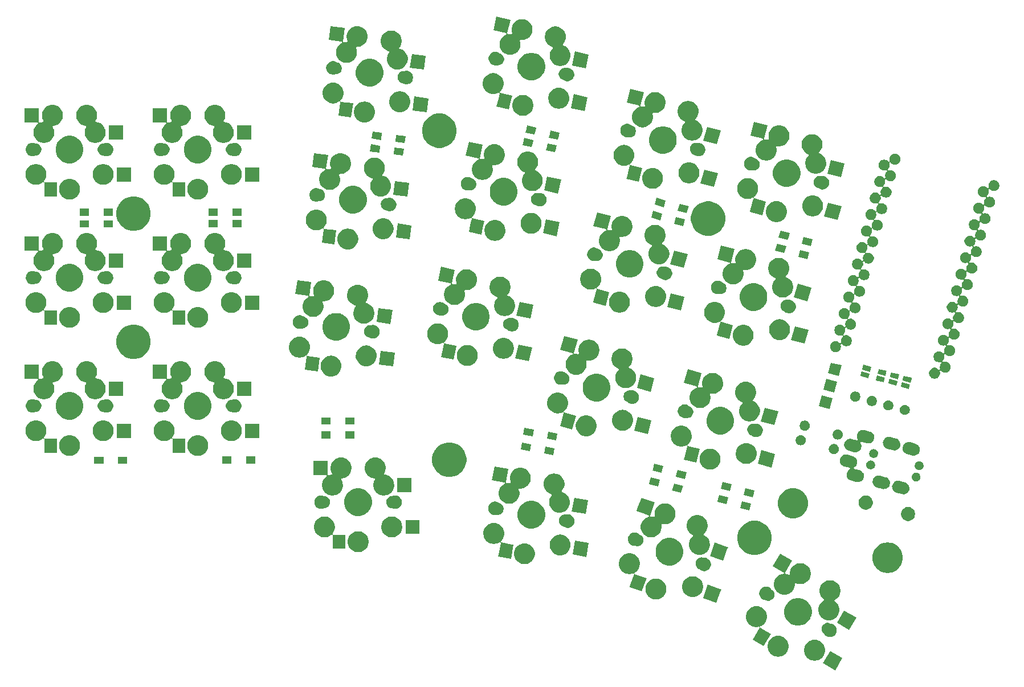
<source format=gts>
G04 #@! TF.GenerationSoftware,KiCad,Pcbnew,(5.1.2)-1*
G04 #@! TF.CreationDate,2019-05-17T22:53:05+09:00*
G04 #@! TF.ProjectId,adelie,6164656c-6965-42e6-9b69-6361645f7063,rev?*
G04 #@! TF.SameCoordinates,Original*
G04 #@! TF.FileFunction,Soldermask,Top*
G04 #@! TF.FilePolarity,Negative*
%FSLAX46Y46*%
G04 Gerber Fmt 4.6, Leading zero omitted, Abs format (unit mm)*
G04 Created by KiCad (PCBNEW (5.1.2)-1) date 2019-05-17 22:53:05*
%MOMM*%
%LPD*%
G04 APERTURE LIST*
%ADD10C,0.100000*%
G04 APERTURE END LIST*
D10*
G36*
X209871005Y-151661631D02*
G01*
X208820004Y-153482018D01*
X206999617Y-152431017D01*
X208050618Y-150610630D01*
X209871005Y-151661631D01*
X209871005Y-151661631D01*
G37*
G36*
X206053217Y-148975126D02*
G01*
X206203042Y-149004928D01*
X206485306Y-149121845D01*
X206739337Y-149291583D01*
X206955373Y-149507619D01*
X207125111Y-149761650D01*
X207242028Y-150043914D01*
X207301632Y-150343564D01*
X207301632Y-150649084D01*
X207242028Y-150948734D01*
X207125111Y-151230998D01*
X206955373Y-151485029D01*
X206739337Y-151701065D01*
X206485306Y-151870803D01*
X206203042Y-151987720D01*
X206053217Y-152017522D01*
X205903393Y-152047324D01*
X205597871Y-152047324D01*
X205448047Y-152017522D01*
X205298222Y-151987720D01*
X205015958Y-151870803D01*
X204761927Y-151701065D01*
X204545891Y-151485029D01*
X204376153Y-151230998D01*
X204259236Y-150948734D01*
X204199632Y-150649084D01*
X204199632Y-150343564D01*
X204259236Y-150043914D01*
X204376153Y-149761650D01*
X204545891Y-149507619D01*
X204761927Y-149291583D01*
X205015958Y-149121845D01*
X205298222Y-149004928D01*
X205448047Y-148975126D01*
X205597871Y-148945324D01*
X205903393Y-148945324D01*
X206053217Y-148975126D01*
X206053217Y-148975126D01*
G37*
G36*
X200623090Y-148380382D02*
G01*
X200772915Y-148410184D01*
X201055179Y-148527101D01*
X201309210Y-148696839D01*
X201525246Y-148912875D01*
X201694984Y-149166906D01*
X201811901Y-149449170D01*
X201871505Y-149748820D01*
X201871505Y-150054340D01*
X201811901Y-150353990D01*
X201694984Y-150636254D01*
X201525246Y-150890285D01*
X201309210Y-151106321D01*
X201055179Y-151276059D01*
X200772915Y-151392976D01*
X200623090Y-151422778D01*
X200473266Y-151452580D01*
X200167744Y-151452580D01*
X200017920Y-151422778D01*
X199868095Y-151392976D01*
X199585831Y-151276059D01*
X199331800Y-151106321D01*
X199115764Y-150890285D01*
X198946026Y-150636254D01*
X198829109Y-150353990D01*
X198769505Y-150054340D01*
X198769505Y-149748820D01*
X198829109Y-149449170D01*
X198946026Y-149166906D01*
X199115764Y-148912875D01*
X199331800Y-148696839D01*
X199585831Y-148527101D01*
X199868095Y-148410184D01*
X200017920Y-148380382D01*
X200167744Y-148350580D01*
X200473266Y-148350580D01*
X200623090Y-148380382D01*
X200623090Y-148380382D01*
G37*
G36*
X197392963Y-143975126D02*
G01*
X197542788Y-144004928D01*
X197825052Y-144121845D01*
X198079083Y-144291583D01*
X198295119Y-144507619D01*
X198464857Y-144761650D01*
X198561114Y-144994037D01*
X198581774Y-145043915D01*
X198641378Y-145343563D01*
X198641378Y-145649085D01*
X198630839Y-145702066D01*
X198581774Y-145948734D01*
X198464857Y-146230998D01*
X198295119Y-146485029D01*
X198079083Y-146701065D01*
X197825052Y-146870803D01*
X197679586Y-146931057D01*
X197657980Y-146942605D01*
X197639038Y-146958150D01*
X197623493Y-146977092D01*
X197611942Y-146998703D01*
X197604829Y-147022152D01*
X197602427Y-147046538D01*
X197604829Y-147070924D01*
X197611942Y-147094373D01*
X197623493Y-147115984D01*
X197639038Y-147134926D01*
X197664927Y-147154790D01*
X199244725Y-148066887D01*
X198193724Y-149887274D01*
X196546543Y-148936273D01*
X197550306Y-147197704D01*
X197560419Y-147175385D01*
X197565984Y-147151521D01*
X197566785Y-147127030D01*
X197562794Y-147102853D01*
X197554162Y-147079919D01*
X197541222Y-147059110D01*
X197524472Y-147041226D01*
X197504553Y-147026953D01*
X197482234Y-147016840D01*
X197458370Y-147011275D01*
X197433879Y-147010474D01*
X197417668Y-147012608D01*
X197243139Y-147047324D01*
X196937617Y-147047324D01*
X196752360Y-147010474D01*
X196637968Y-146987720D01*
X196355704Y-146870803D01*
X196101673Y-146701065D01*
X195885637Y-146485029D01*
X195715899Y-146230998D01*
X195598982Y-145948734D01*
X195549917Y-145702066D01*
X195539378Y-145649085D01*
X195539378Y-145343563D01*
X195598982Y-145043915D01*
X195619642Y-144994037D01*
X195715899Y-144761650D01*
X195885637Y-144507619D01*
X196101673Y-144291583D01*
X196355704Y-144121845D01*
X196637968Y-144004928D01*
X196787793Y-143975126D01*
X196937617Y-143945324D01*
X197243139Y-143945324D01*
X197392963Y-143975126D01*
X197392963Y-143975126D01*
G37*
G36*
X207783426Y-146435957D02*
G01*
X207932726Y-146465654D01*
X208091733Y-146531517D01*
X208115174Y-146538628D01*
X208125051Y-146539601D01*
X208132235Y-146541030D01*
X208325626Y-146579498D01*
X208507796Y-146654956D01*
X208671745Y-146764503D01*
X208811172Y-146903930D01*
X208920719Y-147067879D01*
X208996177Y-147250049D01*
X209034645Y-147443440D01*
X209034645Y-147640620D01*
X208996177Y-147834011D01*
X208920719Y-148016181D01*
X208811172Y-148180130D01*
X208671745Y-148319557D01*
X208507796Y-148429104D01*
X208325626Y-148504562D01*
X208228930Y-148523796D01*
X208132236Y-148543030D01*
X207935054Y-148543030D01*
X207838360Y-148523796D01*
X207741664Y-148504562D01*
X207559494Y-148429104D01*
X207395545Y-148319557D01*
X207256118Y-148180130D01*
X207220480Y-148126793D01*
X207204935Y-148107853D01*
X207186001Y-148092313D01*
X207095560Y-148031883D01*
X206970061Y-147906384D01*
X206871458Y-147758814D01*
X206803538Y-147594842D01*
X206768914Y-147420771D01*
X206768914Y-147243289D01*
X206803538Y-147069218D01*
X206871458Y-146905246D01*
X206970061Y-146757676D01*
X207095560Y-146632177D01*
X207243130Y-146533574D01*
X207407102Y-146465654D01*
X207556402Y-146435957D01*
X207581172Y-146431030D01*
X207758656Y-146431030D01*
X207783426Y-146435957D01*
X207783426Y-146435957D01*
G37*
G36*
X211951774Y-145657632D02*
G01*
X210900773Y-147478019D01*
X209080386Y-146427018D01*
X210131387Y-144606631D01*
X211951774Y-145657632D01*
X211951774Y-145657632D01*
G37*
G36*
X203868759Y-142819848D02*
G01*
X204191863Y-142953682D01*
X204242018Y-142974457D01*
X204485008Y-143136818D01*
X204577941Y-143198914D01*
X204863621Y-143484594D01*
X205088079Y-143820519D01*
X205242687Y-144193776D01*
X205321505Y-144590023D01*
X205321505Y-144994037D01*
X205242687Y-145390284D01*
X205135488Y-145649085D01*
X205088078Y-145763543D01*
X204863621Y-146099466D01*
X204577941Y-146385146D01*
X204242018Y-146609603D01*
X204242017Y-146609604D01*
X204242016Y-146609604D01*
X203868759Y-146764212D01*
X203472512Y-146843030D01*
X203068498Y-146843030D01*
X202672251Y-146764212D01*
X202298994Y-146609604D01*
X202298993Y-146609604D01*
X202298992Y-146609603D01*
X201963069Y-146385146D01*
X201677389Y-146099466D01*
X201452932Y-145763543D01*
X201405522Y-145649085D01*
X201298323Y-145390284D01*
X201219505Y-144994037D01*
X201219505Y-144590023D01*
X201298323Y-144193776D01*
X201452931Y-143820519D01*
X201677389Y-143484594D01*
X201963069Y-143198914D01*
X202056002Y-143136818D01*
X202298992Y-142974457D01*
X202349147Y-142953682D01*
X202672251Y-142819848D01*
X203068498Y-142741030D01*
X203472512Y-142741030D01*
X203868759Y-142819848D01*
X203868759Y-142819848D01*
G37*
G36*
X208312795Y-140141423D02*
G01*
X208462620Y-140171225D01*
X208744884Y-140288142D01*
X208998915Y-140457880D01*
X209214951Y-140673916D01*
X209384689Y-140927947D01*
X209498861Y-141203584D01*
X209501606Y-141210212D01*
X209561210Y-141509860D01*
X209561210Y-141815382D01*
X209535738Y-141943439D01*
X209501606Y-142115031D01*
X209384689Y-142397295D01*
X209214951Y-142651326D01*
X208998915Y-142867362D01*
X208751186Y-143032889D01*
X208732249Y-143048431D01*
X208716704Y-143067372D01*
X208705153Y-143088983D01*
X208698040Y-143112432D01*
X208695638Y-143136818D01*
X208698040Y-143161204D01*
X208705153Y-143184653D01*
X208716704Y-143206264D01*
X208732250Y-143225206D01*
X208751181Y-143240742D01*
X208828767Y-143292584D01*
X209044803Y-143508620D01*
X209214541Y-143762651D01*
X209331458Y-144044915D01*
X209331458Y-144044916D01*
X209380524Y-144291584D01*
X209391062Y-144344565D01*
X209391062Y-144650085D01*
X209331458Y-144949735D01*
X209214541Y-145231999D01*
X209044803Y-145486030D01*
X208828767Y-145702066D01*
X208574736Y-145871804D01*
X208292472Y-145988721D01*
X208142647Y-146018523D01*
X207992823Y-146048325D01*
X207687301Y-146048325D01*
X207537477Y-146018523D01*
X207387652Y-145988721D01*
X207105388Y-145871804D01*
X206851357Y-145702066D01*
X206635321Y-145486030D01*
X206465583Y-145231999D01*
X206348666Y-144949735D01*
X206289062Y-144650085D01*
X206289062Y-144344565D01*
X206299601Y-144291584D01*
X206348666Y-144044916D01*
X206348666Y-144044915D01*
X206465583Y-143762651D01*
X206635321Y-143508620D01*
X206851357Y-143292584D01*
X207099086Y-143127057D01*
X207118023Y-143111515D01*
X207133568Y-143092574D01*
X207145119Y-143070963D01*
X207152232Y-143047514D01*
X207154634Y-143023128D01*
X207152232Y-142998742D01*
X207145119Y-142975293D01*
X207133568Y-142953682D01*
X207118022Y-142934740D01*
X207099091Y-142919204D01*
X207021505Y-142867362D01*
X206805469Y-142651326D01*
X206635731Y-142397295D01*
X206518814Y-142115031D01*
X206484682Y-141943439D01*
X206459210Y-141815382D01*
X206459210Y-141509860D01*
X206518814Y-141210212D01*
X206521559Y-141203584D01*
X206635731Y-140927947D01*
X206805469Y-140673916D01*
X207021505Y-140457880D01*
X207275536Y-140288142D01*
X207557800Y-140171225D01*
X207707625Y-140141423D01*
X207857449Y-140111621D01*
X208162971Y-140111621D01*
X208312795Y-140141423D01*
X208312795Y-140141423D01*
G37*
G36*
X190257843Y-140898063D02*
G01*
X191864761Y-141482933D01*
X191864761Y-141482934D01*
X191743760Y-141815381D01*
X191145835Y-143458167D01*
X191145834Y-143458167D01*
X190394361Y-143184653D01*
X189170601Y-142739241D01*
X189192116Y-142680130D01*
X189362444Y-142212157D01*
X189889527Y-140764007D01*
X189889528Y-140764007D01*
X190257843Y-140898063D01*
X190257843Y-140898063D01*
G37*
G36*
X198702650Y-141060264D02*
G01*
X198799346Y-141079498D01*
X198981516Y-141154956D01*
X199145465Y-141264503D01*
X199284892Y-141403930D01*
X199284893Y-141403932D01*
X199320529Y-141457265D01*
X199336075Y-141476207D01*
X199355009Y-141491747D01*
X199445450Y-141552177D01*
X199570949Y-141677676D01*
X199669552Y-141825246D01*
X199737472Y-141989218D01*
X199762497Y-142115030D01*
X199768005Y-142142719D01*
X199772096Y-142163289D01*
X199772096Y-142340771D01*
X199737472Y-142514842D01*
X199669552Y-142678814D01*
X199570949Y-142826384D01*
X199445450Y-142951883D01*
X199297880Y-143050486D01*
X199133908Y-143118406D01*
X198984608Y-143148103D01*
X198959838Y-143153030D01*
X198782354Y-143153030D01*
X198757584Y-143148103D01*
X198608284Y-143118406D01*
X198449277Y-143052543D01*
X198425836Y-143045432D01*
X198415959Y-143044459D01*
X198408775Y-143043030D01*
X198215384Y-143004562D01*
X198033214Y-142929104D01*
X197869265Y-142819557D01*
X197729838Y-142680130D01*
X197620291Y-142516181D01*
X197544833Y-142334011D01*
X197506783Y-142142721D01*
X197506365Y-142140621D01*
X197506365Y-141943439D01*
X197537782Y-141785496D01*
X197544833Y-141750049D01*
X197620291Y-141567879D01*
X197729838Y-141403930D01*
X197869265Y-141264503D01*
X198033214Y-141154956D01*
X198215384Y-141079498D01*
X198312080Y-141060264D01*
X198408774Y-141041030D01*
X198605956Y-141041030D01*
X198702650Y-141060264D01*
X198702650Y-141060264D01*
G37*
G36*
X182456311Y-139886849D02*
G01*
X182606136Y-139916651D01*
X182888400Y-140033568D01*
X183142431Y-140203306D01*
X183358467Y-140419342D01*
X183528205Y-140673373D01*
X183645122Y-140955637D01*
X183704726Y-141255287D01*
X183704726Y-141560807D01*
X183645122Y-141860457D01*
X183528205Y-142142721D01*
X183358467Y-142396752D01*
X183142431Y-142612788D01*
X182888400Y-142782526D01*
X182606136Y-142899443D01*
X182506836Y-142919195D01*
X182306487Y-142959047D01*
X182000965Y-142959047D01*
X181800616Y-142919195D01*
X181701316Y-142899443D01*
X181419052Y-142782526D01*
X181165021Y-142612788D01*
X180948985Y-142396752D01*
X180779247Y-142142721D01*
X180662330Y-141860457D01*
X180602726Y-141560807D01*
X180602726Y-141255287D01*
X180662330Y-140955637D01*
X180779247Y-140673373D01*
X180948985Y-140419342D01*
X181165021Y-140203306D01*
X181419052Y-140033568D01*
X181701316Y-139916651D01*
X181851141Y-139886849D01*
X182000965Y-139857047D01*
X182306487Y-139857047D01*
X182456311Y-139886849D01*
X182456311Y-139886849D01*
G37*
G36*
X187907219Y-139529626D02*
G01*
X188057044Y-139559428D01*
X188339308Y-139676345D01*
X188593339Y-139846083D01*
X188809375Y-140062119D01*
X188979113Y-140316150D01*
X189096030Y-140598414D01*
X189111048Y-140673916D01*
X189155634Y-140898063D01*
X189155634Y-141203585D01*
X189126305Y-141351030D01*
X189096030Y-141503234D01*
X188979113Y-141785498D01*
X188809375Y-142039529D01*
X188593339Y-142255565D01*
X188339308Y-142425303D01*
X188057044Y-142542220D01*
X187907219Y-142572022D01*
X187757395Y-142601824D01*
X187451873Y-142601824D01*
X187302049Y-142572022D01*
X187152224Y-142542220D01*
X186869960Y-142425303D01*
X186615929Y-142255565D01*
X186399893Y-142039529D01*
X186230155Y-141785498D01*
X186113238Y-141503234D01*
X186082963Y-141351030D01*
X186053634Y-141203585D01*
X186053634Y-140898063D01*
X186098220Y-140673916D01*
X186113238Y-140598414D01*
X186230155Y-140316150D01*
X186399893Y-140062119D01*
X186615929Y-139846083D01*
X186869960Y-139676345D01*
X187152224Y-139559428D01*
X187302049Y-139529626D01*
X187451873Y-139499824D01*
X187757395Y-139499824D01*
X187907219Y-139529626D01*
X187907219Y-139529626D01*
G37*
G36*
X202396457Y-137207928D02*
G01*
X201381709Y-138965524D01*
X201371596Y-138987843D01*
X201366031Y-139011707D01*
X201365230Y-139036198D01*
X201369221Y-139060375D01*
X201377853Y-139083309D01*
X201390793Y-139104118D01*
X201407543Y-139122002D01*
X201427462Y-139136275D01*
X201449781Y-139146388D01*
X201465575Y-139150620D01*
X201534534Y-139164337D01*
X201693358Y-139195929D01*
X201886969Y-139276125D01*
X201910415Y-139283237D01*
X201934801Y-139285639D01*
X201959187Y-139283237D01*
X201982636Y-139276124D01*
X202004247Y-139264573D01*
X202023189Y-139249028D01*
X202038734Y-139230086D01*
X202050285Y-139208475D01*
X202057398Y-139185026D01*
X202059800Y-139160640D01*
X202059800Y-138969860D01*
X202119404Y-138670212D01*
X202135212Y-138632047D01*
X202236321Y-138387947D01*
X202406059Y-138133916D01*
X202622095Y-137917880D01*
X202876126Y-137748142D01*
X203158390Y-137631225D01*
X203308215Y-137601423D01*
X203458039Y-137571621D01*
X203763561Y-137571621D01*
X203913385Y-137601423D01*
X204063210Y-137631225D01*
X204345474Y-137748142D01*
X204599505Y-137917880D01*
X204815541Y-138133916D01*
X204985279Y-138387947D01*
X205086388Y-138632047D01*
X205102196Y-138670212D01*
X205161800Y-138969860D01*
X205161800Y-139275382D01*
X205159760Y-139285639D01*
X205102196Y-139575031D01*
X204985279Y-139857295D01*
X204815541Y-140111326D01*
X204599505Y-140327362D01*
X204345474Y-140497100D01*
X204063210Y-140614017D01*
X203913385Y-140643819D01*
X203763561Y-140673621D01*
X203458039Y-140673621D01*
X203308215Y-140643819D01*
X203158390Y-140614017D01*
X202964779Y-140533821D01*
X202941333Y-140526709D01*
X202916947Y-140524307D01*
X202892561Y-140526709D01*
X202869112Y-140533822D01*
X202847501Y-140545373D01*
X202828559Y-140560918D01*
X202813014Y-140579860D01*
X202801463Y-140601471D01*
X202794350Y-140624920D01*
X202791948Y-140649306D01*
X202791948Y-140840086D01*
X202780415Y-140898064D01*
X202732344Y-141139735D01*
X202615427Y-141421999D01*
X202445689Y-141676030D01*
X202229653Y-141892066D01*
X201975622Y-142061804D01*
X201693358Y-142178721D01*
X201543533Y-142208523D01*
X201393709Y-142238325D01*
X201088187Y-142238325D01*
X200938363Y-142208523D01*
X200788538Y-142178721D01*
X200506274Y-142061804D01*
X200252243Y-141892066D01*
X200036207Y-141676030D01*
X199866469Y-141421999D01*
X199749552Y-141139735D01*
X199701481Y-140898064D01*
X199689948Y-140840086D01*
X199689948Y-140534564D01*
X199749552Y-140234916D01*
X199749552Y-140234915D01*
X199866469Y-139952651D01*
X200036207Y-139698620D01*
X200252243Y-139482584D01*
X200506274Y-139312846D01*
X200788538Y-139195929D01*
X200894588Y-139174834D01*
X201092942Y-139135379D01*
X201116391Y-139128266D01*
X201138002Y-139116715D01*
X201156944Y-139101170D01*
X201172489Y-139082228D01*
X201184040Y-139060617D01*
X201191153Y-139037168D01*
X201193555Y-139012782D01*
X201191153Y-138988396D01*
X201184040Y-138964947D01*
X201172489Y-138943336D01*
X201156944Y-138924394D01*
X201131055Y-138904530D01*
X199525069Y-137977314D01*
X200576070Y-136156927D01*
X202396457Y-137207928D01*
X202396457Y-137207928D01*
G37*
G36*
X178426044Y-136092667D02*
G01*
X178660117Y-136139227D01*
X178942381Y-136256144D01*
X179196412Y-136425882D01*
X179412448Y-136641918D01*
X179582186Y-136895949D01*
X179696238Y-137171297D01*
X179699103Y-137178214D01*
X179758707Y-137477862D01*
X179758707Y-137783384D01*
X179732554Y-137914861D01*
X179699103Y-138083033D01*
X179582186Y-138365297D01*
X179412448Y-138619328D01*
X179196412Y-138835364D01*
X179035400Y-138942949D01*
X179016465Y-138958489D01*
X179000920Y-138977430D01*
X178989369Y-138999041D01*
X178982256Y-139022490D01*
X178979854Y-139046876D01*
X178982256Y-139071262D01*
X178989369Y-139094711D01*
X179000920Y-139116322D01*
X179016466Y-139135264D01*
X179035407Y-139150809D01*
X179062101Y-139164337D01*
X179294787Y-139249028D01*
X180775698Y-139788035D01*
X180775698Y-139788036D01*
X180613047Y-140234915D01*
X180056772Y-141763269D01*
X180056771Y-141763269D01*
X179579838Y-141589680D01*
X178269476Y-141112747D01*
X178281578Y-141079498D01*
X178559413Y-140316152D01*
X178956163Y-139226088D01*
X178962244Y-139202360D01*
X178963580Y-139177893D01*
X178960117Y-139153635D01*
X178951988Y-139130518D01*
X178939505Y-139109432D01*
X178923148Y-139091186D01*
X178903546Y-139076482D01*
X178881452Y-139065884D01*
X178857715Y-139059801D01*
X178833248Y-139058465D01*
X178808990Y-139061928D01*
X178790873Y-139067858D01*
X178660117Y-139122019D01*
X178516330Y-139150620D01*
X178360468Y-139181623D01*
X178054946Y-139181623D01*
X177899084Y-139150620D01*
X177755297Y-139122019D01*
X177473033Y-139005102D01*
X177219002Y-138835364D01*
X177002966Y-138619328D01*
X176833228Y-138365297D01*
X176716311Y-138083033D01*
X176682860Y-137914861D01*
X176656707Y-137783384D01*
X176656707Y-137477862D01*
X176716311Y-137178214D01*
X176719176Y-137171297D01*
X176833228Y-136895949D01*
X177002966Y-136641918D01*
X177219002Y-136425882D01*
X177473033Y-136256144D01*
X177755297Y-136139227D01*
X177989370Y-136092667D01*
X178054946Y-136079623D01*
X178360468Y-136079623D01*
X178426044Y-136092667D01*
X178426044Y-136092667D01*
G37*
G36*
X216846996Y-134502336D02*
G01*
X217261393Y-134584764D01*
X217671049Y-134754449D01*
X218039729Y-135000794D01*
X218353266Y-135314331D01*
X218599611Y-135683011D01*
X218769296Y-136092667D01*
X218855800Y-136527556D01*
X218855800Y-136970964D01*
X218769296Y-137405853D01*
X218599611Y-137815509D01*
X218353266Y-138184189D01*
X218039729Y-138497726D01*
X217671049Y-138744071D01*
X217261393Y-138913756D01*
X216888929Y-138987843D01*
X216826505Y-139000260D01*
X216383095Y-139000260D01*
X216320671Y-138987843D01*
X215948207Y-138913756D01*
X215538551Y-138744071D01*
X215169871Y-138497726D01*
X214856334Y-138184189D01*
X214609989Y-137815509D01*
X214440304Y-137405853D01*
X214353800Y-136970964D01*
X214353800Y-136527556D01*
X214440304Y-136092667D01*
X214609989Y-135683011D01*
X214856334Y-135314331D01*
X215169871Y-135000794D01*
X215538551Y-134754449D01*
X215948207Y-134584764D01*
X216362604Y-134502336D01*
X216383095Y-134498260D01*
X216826505Y-134498260D01*
X216846996Y-134502336D01*
X216846996Y-134502336D01*
G37*
G36*
X189069850Y-136707449D02*
G01*
X189208096Y-136734947D01*
X189208100Y-136734948D01*
X189209354Y-136735198D01*
X189230359Y-136741570D01*
X189254745Y-136743972D01*
X189438545Y-136743972D01*
X189535239Y-136763206D01*
X189631935Y-136782440D01*
X189814105Y-136857898D01*
X189978054Y-136967445D01*
X190117481Y-137106872D01*
X190227028Y-137270821D01*
X190302486Y-137452991D01*
X190340954Y-137646382D01*
X190340954Y-137843562D01*
X190302486Y-138036953D01*
X190227028Y-138219123D01*
X190117481Y-138383072D01*
X189978054Y-138522499D01*
X189814105Y-138632046D01*
X189631935Y-138707504D01*
X189535239Y-138726738D01*
X189438545Y-138745972D01*
X189241363Y-138745972D01*
X189144669Y-138726738D01*
X189047973Y-138707504D01*
X188865803Y-138632046D01*
X188701854Y-138522499D01*
X188639584Y-138460229D01*
X188620648Y-138444689D01*
X188599044Y-138433142D01*
X188518500Y-138399779D01*
X188370930Y-138301176D01*
X188245431Y-138175677D01*
X188146828Y-138028107D01*
X188078908Y-137864135D01*
X188044284Y-137690064D01*
X188044284Y-137512582D01*
X188078908Y-137338511D01*
X188146828Y-137174539D01*
X188245431Y-137026969D01*
X188370930Y-136901470D01*
X188518500Y-136802867D01*
X188682472Y-136734947D01*
X188831772Y-136705250D01*
X188856542Y-136700323D01*
X189034026Y-136700323D01*
X189069850Y-136707449D01*
X189069850Y-136707449D01*
G37*
G36*
X184769899Y-133891679D02*
G01*
X185141169Y-134045464D01*
X185143158Y-134046288D01*
X185479081Y-134270745D01*
X185764761Y-134556425D01*
X185974169Y-134869825D01*
X185989219Y-134892350D01*
X186143827Y-135265607D01*
X186222645Y-135661854D01*
X186222645Y-136065868D01*
X186143827Y-136462115D01*
X186045158Y-136700323D01*
X185989218Y-136835374D01*
X185764761Y-137171297D01*
X185479081Y-137456977D01*
X185143158Y-137681434D01*
X185143157Y-137681435D01*
X185143156Y-137681435D01*
X184769899Y-137836043D01*
X184373652Y-137914861D01*
X183969638Y-137914861D01*
X183573391Y-137836043D01*
X183200134Y-137681435D01*
X183200133Y-137681435D01*
X183200132Y-137681434D01*
X182864209Y-137456977D01*
X182578529Y-137171297D01*
X182354072Y-136835374D01*
X182298132Y-136700323D01*
X182199463Y-136462115D01*
X182120645Y-136065868D01*
X182120645Y-135661854D01*
X182199463Y-135265607D01*
X182354071Y-134892350D01*
X182369122Y-134869825D01*
X182578529Y-134556425D01*
X182864209Y-134270745D01*
X183200132Y-134046288D01*
X183202121Y-134045464D01*
X183573391Y-133891679D01*
X183969638Y-133812861D01*
X184373652Y-133812861D01*
X184769899Y-133891679D01*
X184769899Y-133891679D01*
G37*
G36*
X162920507Y-134641478D02*
G01*
X163070332Y-134671280D01*
X163352596Y-134788197D01*
X163606627Y-134957935D01*
X163822663Y-135173971D01*
X163992401Y-135428002D01*
X164109318Y-135710266D01*
X164168922Y-136009916D01*
X164168922Y-136315436D01*
X164109318Y-136615086D01*
X163992401Y-136897350D01*
X163822663Y-137151381D01*
X163606627Y-137367417D01*
X163352596Y-137537155D01*
X163070332Y-137654072D01*
X162932774Y-137681434D01*
X162770683Y-137713676D01*
X162465161Y-137713676D01*
X162303070Y-137681434D01*
X162165512Y-137654072D01*
X161883248Y-137537155D01*
X161629217Y-137367417D01*
X161413181Y-137151381D01*
X161243443Y-136897350D01*
X161126526Y-136615086D01*
X161066922Y-136315436D01*
X161066922Y-136009916D01*
X161126526Y-135710266D01*
X161243443Y-135428002D01*
X161413181Y-135173971D01*
X161629217Y-134957935D01*
X161883248Y-134788197D01*
X162165512Y-134671280D01*
X162315337Y-134641478D01*
X162465161Y-134611676D01*
X162770683Y-134611676D01*
X162920507Y-134641478D01*
X162920507Y-134641478D01*
G37*
G36*
X191273816Y-134627378D02*
G01*
X192871335Y-135208827D01*
X192871335Y-135208828D01*
X192759966Y-135514812D01*
X192152409Y-137184061D01*
X192152408Y-137184061D01*
X191566932Y-136970965D01*
X190177175Y-136465135D01*
X190178274Y-136462116D01*
X190425229Y-135783611D01*
X190896101Y-134489901D01*
X190896102Y-134489901D01*
X191273816Y-134627378D01*
X191273816Y-134627378D01*
G37*
G36*
X158378494Y-131606660D02*
G01*
X158528319Y-131636462D01*
X158810583Y-131753379D01*
X159064614Y-131923117D01*
X159280650Y-132139153D01*
X159450388Y-132393184D01*
X159567305Y-132675448D01*
X159567305Y-132675449D01*
X159626909Y-132975097D01*
X159626909Y-133280619D01*
X159603773Y-133396933D01*
X159567305Y-133580268D01*
X159450388Y-133862532D01*
X159280650Y-134116563D01*
X159118509Y-134278704D01*
X159102973Y-134297635D01*
X159091422Y-134319246D01*
X159084309Y-134342695D01*
X159081907Y-134367081D01*
X159084309Y-134391467D01*
X159091422Y-134414916D01*
X159102973Y-134436527D01*
X159118518Y-134455469D01*
X159137460Y-134471014D01*
X159159071Y-134482565D01*
X159185200Y-134490181D01*
X160716992Y-134760277D01*
X160979516Y-134806567D01*
X160614508Y-136876633D01*
X158741404Y-136546355D01*
X158775015Y-136355736D01*
X159089888Y-134569999D01*
X159091757Y-134545572D01*
X159088824Y-134521244D01*
X159081201Y-134497956D01*
X159069181Y-134476603D01*
X159053226Y-134458004D01*
X159033950Y-134442876D01*
X159012092Y-134431799D01*
X158988494Y-134425199D01*
X158964061Y-134423330D01*
X158939733Y-134426263D01*
X158916445Y-134433886D01*
X158897343Y-134444366D01*
X158810583Y-134502337D01*
X158528319Y-134619254D01*
X158378494Y-134649056D01*
X158228670Y-134678858D01*
X157923148Y-134678858D01*
X157773324Y-134649056D01*
X157623499Y-134619254D01*
X157341235Y-134502337D01*
X157087204Y-134332599D01*
X156871168Y-134116563D01*
X156701430Y-133862532D01*
X156584513Y-133580268D01*
X156548045Y-133396933D01*
X156524909Y-133280619D01*
X156524909Y-132975097D01*
X156584513Y-132675449D01*
X156584513Y-132675448D01*
X156701430Y-132393184D01*
X156871168Y-132139153D01*
X157087204Y-131923117D01*
X157341235Y-131753379D01*
X157623499Y-131636462D01*
X157773324Y-131606660D01*
X157923148Y-131576858D01*
X158228670Y-131576858D01*
X158378494Y-131606660D01*
X158378494Y-131606660D01*
G37*
G36*
X172194428Y-134550120D02*
G01*
X171829420Y-136620186D01*
X169759354Y-136255178D01*
X170124362Y-134185112D01*
X172194428Y-134550120D01*
X172194428Y-134550120D01*
G37*
G36*
X168202994Y-133338452D02*
G01*
X168376397Y-133372944D01*
X168658661Y-133489861D01*
X168912692Y-133659599D01*
X169128728Y-133875635D01*
X169298466Y-134129666D01*
X169415383Y-134411930D01*
X169442095Y-134546219D01*
X169474987Y-134711579D01*
X169474987Y-135017101D01*
X169456553Y-135109772D01*
X169415383Y-135316750D01*
X169298466Y-135599014D01*
X169128728Y-135853045D01*
X168912692Y-136069081D01*
X168658661Y-136238819D01*
X168376397Y-136355736D01*
X168226572Y-136385538D01*
X168076748Y-136415340D01*
X167771226Y-136415340D01*
X167621402Y-136385538D01*
X167471577Y-136355736D01*
X167189313Y-136238819D01*
X166935282Y-136069081D01*
X166719246Y-135853045D01*
X166549508Y-135599014D01*
X166432591Y-135316750D01*
X166391421Y-135109772D01*
X166372987Y-135017101D01*
X166372987Y-134711579D01*
X166405879Y-134546219D01*
X166432591Y-134411930D01*
X166549508Y-134129666D01*
X166719246Y-133875635D01*
X166935282Y-133659599D01*
X167189313Y-133489861D01*
X167471577Y-133372944D01*
X167644980Y-133338452D01*
X167771226Y-133313340D01*
X168076748Y-133313340D01*
X168202994Y-133338452D01*
X168202994Y-133338452D01*
G37*
G36*
X197566638Y-131349153D02*
G01*
X198030890Y-131541452D01*
X198030892Y-131541453D01*
X198448708Y-131820629D01*
X198804031Y-132175952D01*
X198961328Y-132411364D01*
X199083208Y-132593770D01*
X199275507Y-133058022D01*
X199373540Y-133550867D01*
X199373540Y-134053373D01*
X199275507Y-134546218D01*
X199104968Y-134957936D01*
X199083207Y-135010472D01*
X198804031Y-135428288D01*
X198448708Y-135783611D01*
X198030892Y-136062787D01*
X198030891Y-136062788D01*
X198030890Y-136062788D01*
X197566638Y-136255087D01*
X197073793Y-136353120D01*
X196571287Y-136353120D01*
X196078442Y-136255087D01*
X195614190Y-136062788D01*
X195614189Y-136062788D01*
X195614188Y-136062787D01*
X195196372Y-135783611D01*
X194841049Y-135428288D01*
X194561873Y-135010472D01*
X194540112Y-134957936D01*
X194369573Y-134546218D01*
X194271540Y-134053373D01*
X194271540Y-133550867D01*
X194369573Y-133058022D01*
X194561872Y-132593770D01*
X194683752Y-132411364D01*
X194841049Y-132175952D01*
X195196372Y-131820629D01*
X195614188Y-131541453D01*
X195614190Y-131541452D01*
X196078442Y-131349153D01*
X196571287Y-131251120D01*
X197073793Y-131251120D01*
X197566638Y-131349153D01*
X197566638Y-131349153D01*
G37*
G36*
X188510755Y-130420300D02*
G01*
X188748337Y-130467558D01*
X189030601Y-130584475D01*
X189284632Y-130754213D01*
X189500668Y-130970249D01*
X189670406Y-131224280D01*
X189787323Y-131506544D01*
X189794267Y-131541453D01*
X189846927Y-131806193D01*
X189846927Y-132111715D01*
X189835356Y-132169884D01*
X189787323Y-132411364D01*
X189670406Y-132693628D01*
X189500668Y-132947659D01*
X189284632Y-133163695D01*
X189282556Y-133165082D01*
X189263624Y-133180619D01*
X189248078Y-133199561D01*
X189236527Y-133221171D01*
X189229413Y-133244620D01*
X189227011Y-133269006D01*
X189229412Y-133293392D01*
X189236525Y-133316841D01*
X189248076Y-133338452D01*
X189263621Y-133357394D01*
X189282563Y-133372940D01*
X189304168Y-133384488D01*
X189355279Y-133405659D01*
X189609310Y-133575397D01*
X189825346Y-133791433D01*
X189995084Y-134045464D01*
X190112001Y-134327728D01*
X190124231Y-134389211D01*
X190156238Y-134550120D01*
X190171605Y-134627378D01*
X190171605Y-134932898D01*
X190112001Y-135232548D01*
X189995084Y-135514812D01*
X189825346Y-135768843D01*
X189609310Y-135984879D01*
X189355279Y-136154617D01*
X189073015Y-136271534D01*
X188923190Y-136301336D01*
X188773366Y-136331138D01*
X188467844Y-136331138D01*
X188318020Y-136301336D01*
X188168195Y-136271534D01*
X187885931Y-136154617D01*
X187631900Y-135984879D01*
X187415864Y-135768843D01*
X187246126Y-135514812D01*
X187129209Y-135232548D01*
X187069605Y-134932898D01*
X187069605Y-134627378D01*
X187084973Y-134550120D01*
X187116979Y-134389211D01*
X187129209Y-134327728D01*
X187246126Y-134045464D01*
X187415864Y-133791433D01*
X187631900Y-133575397D01*
X187633976Y-133574010D01*
X187652908Y-133558473D01*
X187668454Y-133539531D01*
X187680005Y-133517921D01*
X187687119Y-133494472D01*
X187689521Y-133470086D01*
X187687120Y-133445700D01*
X187680007Y-133422251D01*
X187668456Y-133400640D01*
X187652911Y-133381698D01*
X187633969Y-133366152D01*
X187612364Y-133354604D01*
X187561253Y-133333433D01*
X187307222Y-133163695D01*
X187091186Y-132947659D01*
X186921448Y-132693628D01*
X186804531Y-132411364D01*
X186756498Y-132169884D01*
X186744927Y-132111715D01*
X186744927Y-131806193D01*
X186797587Y-131541453D01*
X186804531Y-131506544D01*
X186921448Y-131224280D01*
X187091186Y-130970249D01*
X187307222Y-130754213D01*
X187561253Y-130584475D01*
X187843517Y-130467558D01*
X188081099Y-130420300D01*
X188143166Y-130407954D01*
X188448688Y-130407954D01*
X188510755Y-130420300D01*
X188510755Y-130420300D01*
G37*
G36*
X138204985Y-132853902D02*
G01*
X138354810Y-132883704D01*
X138637074Y-133000621D01*
X138891105Y-133170359D01*
X139107141Y-133386395D01*
X139276879Y-133640426D01*
X139393796Y-133922690D01*
X139418217Y-134045464D01*
X139453400Y-134222339D01*
X139453400Y-134527861D01*
X139448363Y-134553183D01*
X139393796Y-134827510D01*
X139276879Y-135109774D01*
X139107141Y-135363805D01*
X138891105Y-135579841D01*
X138637074Y-135749579D01*
X138354810Y-135866496D01*
X138204985Y-135896298D01*
X138055161Y-135926100D01*
X137749639Y-135926100D01*
X137599815Y-135896298D01*
X137449990Y-135866496D01*
X137167726Y-135749579D01*
X136913695Y-135579841D01*
X136697659Y-135363805D01*
X136527921Y-135109774D01*
X136411004Y-134827510D01*
X136356437Y-134553183D01*
X136351400Y-134527861D01*
X136351400Y-134222339D01*
X136386583Y-134045464D01*
X136411004Y-133922690D01*
X136527921Y-133640426D01*
X136697659Y-133386395D01*
X136913695Y-133170359D01*
X137167726Y-133000621D01*
X137449990Y-132883704D01*
X137599815Y-132853902D01*
X137749639Y-132824100D01*
X138055161Y-132824100D01*
X138204985Y-132853902D01*
X138204985Y-132853902D01*
G37*
G36*
X133118545Y-130636708D02*
G01*
X133354810Y-130683704D01*
X133637074Y-130800621D01*
X133891105Y-130970359D01*
X134107141Y-131186395D01*
X134276879Y-131440426D01*
X134393796Y-131722690D01*
X134410924Y-131808797D01*
X134438111Y-131945474D01*
X134453400Y-132022340D01*
X134453400Y-132327860D01*
X134393796Y-132627510D01*
X134276879Y-132909774D01*
X134129953Y-133129665D01*
X134118407Y-133151266D01*
X134111294Y-133174715D01*
X134108892Y-133199101D01*
X134111294Y-133223487D01*
X134118407Y-133246936D01*
X134129958Y-133268547D01*
X134145503Y-133287489D01*
X134164445Y-133303034D01*
X134186056Y-133314585D01*
X134209505Y-133321698D01*
X134233891Y-133324100D01*
X136053400Y-133324100D01*
X136053400Y-135426100D01*
X134151400Y-135426100D01*
X134151400Y-133421319D01*
X134148998Y-133396933D01*
X134141885Y-133373484D01*
X134130334Y-133351873D01*
X134114789Y-133332931D01*
X134095847Y-133317386D01*
X134074236Y-133305835D01*
X134050787Y-133298722D01*
X134026401Y-133296320D01*
X134002015Y-133298722D01*
X133978566Y-133305835D01*
X133956955Y-133317386D01*
X133938024Y-133332922D01*
X133891105Y-133379841D01*
X133637074Y-133549579D01*
X133354810Y-133666496D01*
X133232781Y-133690769D01*
X133055161Y-133726100D01*
X132749639Y-133726100D01*
X132572019Y-133690769D01*
X132449990Y-133666496D01*
X132167726Y-133549579D01*
X131913695Y-133379841D01*
X131697659Y-133163805D01*
X131527921Y-132909774D01*
X131411004Y-132627510D01*
X131351400Y-132327860D01*
X131351400Y-132022340D01*
X131366690Y-131945474D01*
X131393876Y-131808797D01*
X131411004Y-131722690D01*
X131527921Y-131440426D01*
X131697659Y-131186395D01*
X131913695Y-130970359D01*
X132167726Y-130800621D01*
X132449990Y-130683704D01*
X132686255Y-130636708D01*
X132749639Y-130624100D01*
X133055161Y-130624100D01*
X133118545Y-130636708D01*
X133118545Y-130636708D01*
G37*
G36*
X179196797Y-133000621D02*
G01*
X179295317Y-133020218D01*
X179477487Y-133095676D01*
X179641436Y-133205223D01*
X179703706Y-133267493D01*
X179722642Y-133283033D01*
X179744246Y-133294580D01*
X179824790Y-133327943D01*
X179972360Y-133426546D01*
X180097859Y-133552045D01*
X180196462Y-133699615D01*
X180264382Y-133863587D01*
X180299006Y-134037658D01*
X180299006Y-134215140D01*
X180264382Y-134389211D01*
X180196462Y-134553183D01*
X180097859Y-134700753D01*
X179972360Y-134826252D01*
X179824790Y-134924855D01*
X179660818Y-134992775D01*
X179511518Y-135022472D01*
X179486748Y-135027399D01*
X179309264Y-135027399D01*
X179273440Y-135020273D01*
X179135194Y-134992775D01*
X179135190Y-134992774D01*
X179133936Y-134992524D01*
X179112931Y-134986152D01*
X179088545Y-134983750D01*
X178904745Y-134983750D01*
X178774966Y-134957935D01*
X178711355Y-134945282D01*
X178529185Y-134869824D01*
X178365236Y-134760277D01*
X178225809Y-134620850D01*
X178116262Y-134456901D01*
X178110453Y-134442876D01*
X178062757Y-134327729D01*
X178040804Y-134274731D01*
X178002336Y-134081340D01*
X178002336Y-133884160D01*
X178004032Y-133875636D01*
X178039044Y-133699617D01*
X178040804Y-133690769D01*
X178116262Y-133508599D01*
X178225809Y-133344650D01*
X178365236Y-133205223D01*
X178529185Y-133095676D01*
X178711355Y-133020218D01*
X178809875Y-133000621D01*
X178904745Y-132981750D01*
X179101927Y-132981750D01*
X179196797Y-133000621D01*
X179196797Y-133000621D01*
G37*
G36*
X143118545Y-130636708D02*
G01*
X143354810Y-130683704D01*
X143637074Y-130800621D01*
X143891105Y-130970359D01*
X144107141Y-131186395D01*
X144276879Y-131440426D01*
X144393796Y-131722690D01*
X144410924Y-131808797D01*
X144438111Y-131945474D01*
X144453400Y-132022340D01*
X144453400Y-132327860D01*
X144393796Y-132627510D01*
X144276879Y-132909774D01*
X144107141Y-133163805D01*
X143891105Y-133379841D01*
X143637074Y-133549579D01*
X143354810Y-133666496D01*
X143232781Y-133690769D01*
X143055161Y-133726100D01*
X142749639Y-133726100D01*
X142572019Y-133690769D01*
X142449990Y-133666496D01*
X142167726Y-133549579D01*
X141913695Y-133379841D01*
X141697659Y-133163805D01*
X141527921Y-132909774D01*
X141411004Y-132627510D01*
X141351400Y-132327860D01*
X141351400Y-132022340D01*
X141366690Y-131945474D01*
X141393876Y-131808797D01*
X141411004Y-131722690D01*
X141527921Y-131440426D01*
X141697659Y-131186395D01*
X141913695Y-130970359D01*
X142167726Y-130800621D01*
X142449990Y-130683704D01*
X142686255Y-130636708D01*
X142749639Y-130624100D01*
X143055161Y-130624100D01*
X143118545Y-130636708D01*
X143118545Y-130636708D01*
G37*
G36*
X180282826Y-127923973D02*
G01*
X181993909Y-128546756D01*
X181993909Y-128546757D01*
X181802243Y-129073354D01*
X181299292Y-130455201D01*
X181293211Y-130478931D01*
X181291875Y-130503398D01*
X181295338Y-130527656D01*
X181303467Y-130550773D01*
X181315950Y-130571859D01*
X181332307Y-130590105D01*
X181351909Y-130604809D01*
X181374003Y-130615407D01*
X181397740Y-130621490D01*
X181416755Y-130622945D01*
X181612908Y-130622945D01*
X181854079Y-130670917D01*
X181878465Y-130673319D01*
X181902851Y-130670917D01*
X181926300Y-130663804D01*
X181947911Y-130652253D01*
X181966853Y-130636708D01*
X181982398Y-130617766D01*
X181993949Y-130596155D01*
X182001062Y-130572706D01*
X182003464Y-130548320D01*
X182001062Y-130523934D01*
X181997933Y-130508202D01*
X181971288Y-130374251D01*
X181971288Y-130068731D01*
X182030892Y-129769081D01*
X182147809Y-129486817D01*
X182317547Y-129232786D01*
X182533583Y-129016750D01*
X182787614Y-128847012D01*
X183069878Y-128730095D01*
X183219703Y-128700293D01*
X183369527Y-128670491D01*
X183675049Y-128670491D01*
X183824873Y-128700293D01*
X183974698Y-128730095D01*
X184256962Y-128847012D01*
X184510993Y-129016750D01*
X184727029Y-129232786D01*
X184896767Y-129486817D01*
X185013684Y-129769081D01*
X185034035Y-129871394D01*
X185073288Y-130068730D01*
X185073288Y-130374252D01*
X185054728Y-130467558D01*
X185013684Y-130673901D01*
X184896767Y-130956165D01*
X184727029Y-131210196D01*
X184510993Y-131426232D01*
X184256962Y-131595970D01*
X183974698Y-131712887D01*
X183880460Y-131731632D01*
X183675049Y-131772491D01*
X183369527Y-131772491D01*
X183128356Y-131724519D01*
X183103970Y-131722117D01*
X183079584Y-131724519D01*
X183056135Y-131731632D01*
X183034524Y-131743183D01*
X183015582Y-131758728D01*
X183000037Y-131777670D01*
X182988486Y-131799281D01*
X182981373Y-131822730D01*
X182978971Y-131847116D01*
X182981373Y-131871500D01*
X183011147Y-132021185D01*
X183011147Y-132326705D01*
X182951543Y-132626355D01*
X182834626Y-132908619D01*
X182664888Y-133162650D01*
X182448852Y-133378686D01*
X182194821Y-133548424D01*
X181912557Y-133665341D01*
X181762732Y-133695143D01*
X181612908Y-133724945D01*
X181307386Y-133724945D01*
X181157562Y-133695143D01*
X181007737Y-133665341D01*
X180725473Y-133548424D01*
X180471442Y-133378686D01*
X180255406Y-133162650D01*
X180085668Y-132908619D01*
X179968751Y-132626355D01*
X179909147Y-132326705D01*
X179909147Y-132021185D01*
X179968751Y-131721535D01*
X180085668Y-131439271D01*
X180255406Y-131185240D01*
X180471442Y-130969204D01*
X180725473Y-130799466D01*
X180943792Y-130709036D01*
X181007734Y-130682550D01*
X181007735Y-130682550D01*
X181007737Y-130682549D01*
X181027441Y-130678630D01*
X181050879Y-130671520D01*
X181072490Y-130659969D01*
X181091432Y-130644424D01*
X181106978Y-130625482D01*
X181118529Y-130603872D01*
X181125643Y-130580423D01*
X181128045Y-130556037D01*
X181125644Y-130531651D01*
X181118531Y-130508202D01*
X181106980Y-130486591D01*
X181091435Y-130467649D01*
X181072493Y-130452103D01*
X181045798Y-130438574D01*
X180321009Y-130174772D01*
X179299749Y-129803064D01*
X179307221Y-129782536D01*
X179571960Y-129055171D01*
X180018675Y-127827830D01*
X180018676Y-127827830D01*
X180282826Y-127923973D01*
X180282826Y-127923973D01*
G37*
G36*
X147053400Y-133226100D02*
G01*
X144951400Y-133226100D01*
X144951400Y-131124100D01*
X147053400Y-131124100D01*
X147053400Y-133226100D01*
X147053400Y-133226100D01*
G37*
G36*
X164240700Y-128380128D02*
G01*
X164613957Y-128534736D01*
X164613959Y-128534737D01*
X164949882Y-128759194D01*
X165235562Y-129044874D01*
X165458486Y-129378502D01*
X165460020Y-129380799D01*
X165614628Y-129754056D01*
X165693446Y-130150303D01*
X165693446Y-130554317D01*
X165614628Y-130950564D01*
X165473755Y-131290662D01*
X165460019Y-131323823D01*
X165235562Y-131659746D01*
X164949882Y-131945426D01*
X164613959Y-132169883D01*
X164613958Y-132169884D01*
X164613957Y-132169884D01*
X164240700Y-132324492D01*
X163844453Y-132403310D01*
X163440439Y-132403310D01*
X163044192Y-132324492D01*
X162670935Y-132169884D01*
X162670934Y-132169884D01*
X162670933Y-132169883D01*
X162335010Y-131945426D01*
X162049330Y-131659746D01*
X161824873Y-131323823D01*
X161811137Y-131290662D01*
X161670264Y-130950564D01*
X161591446Y-130554317D01*
X161591446Y-130150303D01*
X161670264Y-129754056D01*
X161824872Y-129380799D01*
X161826407Y-129378502D01*
X162049330Y-129044874D01*
X162335010Y-128759194D01*
X162670933Y-128534737D01*
X162670935Y-128534736D01*
X163044192Y-128380128D01*
X163440439Y-128301310D01*
X163844453Y-128301310D01*
X164240700Y-128380128D01*
X164240700Y-128380128D01*
G37*
G36*
X169350870Y-130344843D02*
G01*
X169533040Y-130420301D01*
X169696989Y-130529848D01*
X169836416Y-130669275D01*
X169945963Y-130833224D01*
X170003294Y-130971631D01*
X170021421Y-131015395D01*
X170052383Y-131171047D01*
X170059889Y-131208785D01*
X170059889Y-131405965D01*
X170022095Y-131595970D01*
X170021421Y-131599355D01*
X169949706Y-131772491D01*
X169945963Y-131781526D01*
X169836416Y-131945475D01*
X169696989Y-132084902D01*
X169533040Y-132194449D01*
X169350870Y-132269907D01*
X169157480Y-132308375D01*
X168960298Y-132308375D01*
X168766908Y-132269907D01*
X168584738Y-132194449D01*
X168491620Y-132132230D01*
X168470018Y-132120683D01*
X168446579Y-132113573D01*
X168382457Y-132100819D01*
X168218485Y-132032899D01*
X168070915Y-131934296D01*
X167945416Y-131808797D01*
X167846813Y-131661227D01*
X167778893Y-131497255D01*
X167744269Y-131323184D01*
X167744269Y-131145702D01*
X167778893Y-130971631D01*
X167846813Y-130807659D01*
X167945416Y-130660089D01*
X168070915Y-130534590D01*
X168218485Y-130435987D01*
X168382457Y-130368067D01*
X168535810Y-130337564D01*
X168556527Y-130333443D01*
X168734011Y-130333443D01*
X168754729Y-130337564D01*
X168779115Y-130339966D01*
X168803501Y-130337564D01*
X168960298Y-130306375D01*
X169157480Y-130306375D01*
X169350870Y-130344843D01*
X169350870Y-130344843D01*
G37*
G36*
X219931243Y-129229051D02*
G01*
X220099282Y-129298655D01*
X220122514Y-129308278D01*
X220294652Y-129423297D01*
X220441044Y-129569689D01*
X220550158Y-129732989D01*
X220556064Y-129741829D01*
X220635290Y-129933098D01*
X220675679Y-130136146D01*
X220675679Y-130343178D01*
X220635290Y-130546226D01*
X220582646Y-130673319D01*
X220556063Y-130737497D01*
X220441044Y-130909635D01*
X220294652Y-131056027D01*
X220122514Y-131171046D01*
X220122513Y-131171047D01*
X220122512Y-131171047D01*
X219931243Y-131250273D01*
X219728195Y-131290662D01*
X219521163Y-131290662D01*
X219318115Y-131250273D01*
X219126846Y-131171047D01*
X219126845Y-131171047D01*
X219126844Y-131171046D01*
X218954706Y-131056027D01*
X218808314Y-130909635D01*
X218693295Y-130737497D01*
X218666712Y-130673319D01*
X218614068Y-130546226D01*
X218573679Y-130343178D01*
X218573679Y-130136146D01*
X218614068Y-129933098D01*
X218693294Y-129741829D01*
X218699201Y-129732989D01*
X218808314Y-129569689D01*
X218954706Y-129423297D01*
X219126844Y-129308278D01*
X219150076Y-129298655D01*
X219318115Y-129229051D01*
X219521163Y-129188662D01*
X219728195Y-129188662D01*
X219931243Y-129229051D01*
X219931243Y-129229051D01*
G37*
G36*
X202809080Y-126416596D02*
G01*
X203189793Y-126492324D01*
X203599449Y-126662009D01*
X203968129Y-126908354D01*
X204281666Y-127221891D01*
X204528011Y-127590571D01*
X204697696Y-128000227D01*
X204772542Y-128376509D01*
X204784200Y-128435115D01*
X204784200Y-128878525D01*
X204775335Y-128923094D01*
X204697696Y-129313413D01*
X204528011Y-129723069D01*
X204281666Y-130091749D01*
X203968129Y-130405286D01*
X203599449Y-130651631D01*
X203189793Y-130821316D01*
X202809080Y-130897044D01*
X202754905Y-130907820D01*
X202311495Y-130907820D01*
X202257320Y-130897044D01*
X201876607Y-130821316D01*
X201466951Y-130651631D01*
X201098271Y-130405286D01*
X200784734Y-130091749D01*
X200538389Y-129723069D01*
X200368704Y-129313413D01*
X200291065Y-128923094D01*
X200282200Y-128878525D01*
X200282200Y-128435115D01*
X200293858Y-128376509D01*
X200368704Y-128000227D01*
X200538389Y-127590571D01*
X200784734Y-127221891D01*
X201098271Y-126908354D01*
X201466951Y-126662009D01*
X201876607Y-126492324D01*
X202257320Y-126416596D01*
X202311495Y-126405820D01*
X202754905Y-126405820D01*
X202809080Y-126416596D01*
X202809080Y-126416596D01*
G37*
G36*
X138500654Y-126502918D02*
G01*
X138856352Y-126650253D01*
X138873913Y-126657527D01*
X139209836Y-126881984D01*
X139495516Y-127167664D01*
X139708289Y-127486100D01*
X139719974Y-127503589D01*
X139874582Y-127876846D01*
X139953400Y-128273093D01*
X139953400Y-128677107D01*
X139874582Y-129073354D01*
X139747235Y-129380797D01*
X139719973Y-129446613D01*
X139495516Y-129782536D01*
X139209836Y-130068216D01*
X138873913Y-130292673D01*
X138873912Y-130292674D01*
X138873911Y-130292674D01*
X138500654Y-130447282D01*
X138104407Y-130526100D01*
X137700393Y-130526100D01*
X137304146Y-130447282D01*
X136930889Y-130292674D01*
X136930888Y-130292674D01*
X136930887Y-130292673D01*
X136594964Y-130068216D01*
X136309284Y-129782536D01*
X136084827Y-129446613D01*
X136057565Y-129380797D01*
X135930218Y-129073354D01*
X135851400Y-128677107D01*
X135851400Y-128273093D01*
X135930218Y-127876846D01*
X136084826Y-127503589D01*
X136096512Y-127486100D01*
X136309284Y-127167664D01*
X136594964Y-126881984D01*
X136930887Y-126657527D01*
X136948448Y-126650253D01*
X137304146Y-126502918D01*
X137700393Y-126424100D01*
X138104407Y-126424100D01*
X138500654Y-126502918D01*
X138500654Y-126502918D01*
G37*
G36*
X158421288Y-128415479D02*
G01*
X158517984Y-128434713D01*
X158700154Y-128510171D01*
X158793272Y-128572390D01*
X158814874Y-128583937D01*
X158838313Y-128591047D01*
X158902435Y-128603801D01*
X159066407Y-128671721D01*
X159213977Y-128770324D01*
X159339476Y-128895823D01*
X159438079Y-129043393D01*
X159505999Y-129207365D01*
X159532674Y-129341475D01*
X159540040Y-129378502D01*
X159540623Y-129381436D01*
X159540623Y-129558918D01*
X159505999Y-129732989D01*
X159438079Y-129896961D01*
X159339476Y-130044531D01*
X159213977Y-130170030D01*
X159066407Y-130268633D01*
X158902435Y-130336553D01*
X158761158Y-130364654D01*
X158728365Y-130371177D01*
X158550881Y-130371177D01*
X158530163Y-130367056D01*
X158505777Y-130364654D01*
X158481391Y-130367056D01*
X158324594Y-130398245D01*
X158127412Y-130398245D01*
X158030718Y-130379011D01*
X157934022Y-130359777D01*
X157805099Y-130306375D01*
X157751854Y-130284320D01*
X157751853Y-130284320D01*
X157751852Y-130284319D01*
X157587903Y-130174772D01*
X157448476Y-130035345D01*
X157338929Y-129871396D01*
X157263471Y-129689226D01*
X157225003Y-129495836D01*
X157225003Y-129298654D01*
X157249609Y-129174952D01*
X157263471Y-129105264D01*
X157338929Y-128923094D01*
X157448476Y-128759145D01*
X157587903Y-128619718D01*
X157751852Y-128510171D01*
X157934022Y-128434713D01*
X158030718Y-128415479D01*
X158127412Y-128396245D01*
X158324594Y-128396245D01*
X158421288Y-128415479D01*
X158421288Y-128415479D01*
G37*
G36*
X172096223Y-128196542D02*
G01*
X171731215Y-130266608D01*
X169661149Y-129901600D01*
X170026157Y-127831534D01*
X172096223Y-128196542D01*
X172096223Y-128196542D01*
G37*
G36*
X167279956Y-124259684D02*
G01*
X167478400Y-124299157D01*
X167760664Y-124416074D01*
X168014695Y-124585812D01*
X168230731Y-124801848D01*
X168400469Y-125055879D01*
X168517386Y-125338143D01*
X168534625Y-125424809D01*
X168576990Y-125637792D01*
X168576990Y-125943314D01*
X168570777Y-125974547D01*
X168517386Y-126242963D01*
X168400469Y-126525227D01*
X168230731Y-126779258D01*
X168203871Y-126806118D01*
X168188335Y-126825049D01*
X168176784Y-126846660D01*
X168169671Y-126870109D01*
X168167269Y-126894495D01*
X168169671Y-126918881D01*
X168176784Y-126942330D01*
X168188335Y-126963941D01*
X168203880Y-126982883D01*
X168222822Y-126998428D01*
X168244433Y-127009979D01*
X168267879Y-127017092D01*
X168288040Y-127021102D01*
X168570304Y-127138019D01*
X168824335Y-127307757D01*
X169040371Y-127523793D01*
X169210109Y-127777824D01*
X169327026Y-128060088D01*
X169327026Y-128060089D01*
X169386630Y-128359737D01*
X169386630Y-128665259D01*
X169367955Y-128759145D01*
X169327026Y-128964908D01*
X169210109Y-129247172D01*
X169040371Y-129501203D01*
X168824335Y-129717239D01*
X168570304Y-129886977D01*
X168288040Y-130003894D01*
X168138215Y-130033696D01*
X167988391Y-130063498D01*
X167682869Y-130063498D01*
X167533045Y-130033696D01*
X167383220Y-130003894D01*
X167100956Y-129886977D01*
X166846925Y-129717239D01*
X166630889Y-129501203D01*
X166461151Y-129247172D01*
X166344234Y-128964908D01*
X166303305Y-128759145D01*
X166284630Y-128665259D01*
X166284630Y-128359737D01*
X166344234Y-128060089D01*
X166344234Y-128060088D01*
X166461151Y-127777824D01*
X166630889Y-127523793D01*
X166657749Y-127496933D01*
X166673285Y-127478002D01*
X166684836Y-127456391D01*
X166691949Y-127432942D01*
X166694351Y-127408556D01*
X166691949Y-127384170D01*
X166684836Y-127360721D01*
X166673285Y-127339110D01*
X166657740Y-127320168D01*
X166638798Y-127304623D01*
X166617187Y-127293072D01*
X166593740Y-127285959D01*
X166573580Y-127281949D01*
X166552550Y-127273238D01*
X166291316Y-127165032D01*
X166037285Y-126995294D01*
X165821249Y-126779258D01*
X165651511Y-126525227D01*
X165534594Y-126242963D01*
X165481203Y-125974547D01*
X165474990Y-125943314D01*
X165474990Y-125637792D01*
X165517355Y-125424809D01*
X165534594Y-125338143D01*
X165651511Y-125055879D01*
X165821249Y-124801848D01*
X166037285Y-124585812D01*
X166291316Y-124416074D01*
X166573580Y-124299157D01*
X166772024Y-124259684D01*
X166873229Y-124239553D01*
X167178751Y-124239553D01*
X167279956Y-124259684D01*
X167279956Y-124259684D01*
G37*
G36*
X196325911Y-128708299D02*
G01*
X196325911Y-128708300D01*
X196053633Y-129724453D01*
X194699405Y-129361589D01*
X194704795Y-129341475D01*
X194971683Y-128345435D01*
X196325911Y-128708299D01*
X196325911Y-128708299D01*
G37*
G36*
X213652725Y-127546727D02*
G01*
X213843994Y-127625953D01*
X213843996Y-127625954D01*
X213867575Y-127641709D01*
X214016134Y-127740973D01*
X214162526Y-127887365D01*
X214277546Y-128059505D01*
X214356772Y-128250774D01*
X214397161Y-128453822D01*
X214397161Y-128660854D01*
X214356772Y-128863902D01*
X214282424Y-129043395D01*
X214277545Y-129055173D01*
X214162526Y-129227311D01*
X214016134Y-129373703D01*
X213843996Y-129488722D01*
X213843995Y-129488723D01*
X213843994Y-129488723D01*
X213652725Y-129567949D01*
X213449677Y-129608338D01*
X213242645Y-129608338D01*
X213039597Y-129567949D01*
X212848328Y-129488723D01*
X212848327Y-129488723D01*
X212848326Y-129488722D01*
X212676188Y-129373703D01*
X212529796Y-129227311D01*
X212414777Y-129055173D01*
X212409898Y-129043395D01*
X212335550Y-128863902D01*
X212295161Y-128660854D01*
X212295161Y-128453822D01*
X212335550Y-128250774D01*
X212414776Y-128059505D01*
X212529796Y-127887365D01*
X212676188Y-127740973D01*
X212824747Y-127641709D01*
X212848326Y-127625954D01*
X212848328Y-127625953D01*
X213039597Y-127546727D01*
X213242645Y-127506338D01*
X213449677Y-127506338D01*
X213652725Y-127546727D01*
X213652725Y-127546727D01*
G37*
G36*
X132520607Y-127478002D02*
G01*
X132694381Y-127512568D01*
X132814710Y-127562411D01*
X132819960Y-127564585D01*
X132843409Y-127571698D01*
X132867795Y-127574100D01*
X132911142Y-127574100D01*
X132935912Y-127579027D01*
X133085212Y-127608724D01*
X133249184Y-127676644D01*
X133396754Y-127775247D01*
X133522253Y-127900746D01*
X133620856Y-128048316D01*
X133688776Y-128212288D01*
X133723400Y-128386359D01*
X133723400Y-128563841D01*
X133688776Y-128737912D01*
X133620856Y-128901884D01*
X133522253Y-129049454D01*
X133396754Y-129174953D01*
X133249184Y-129273556D01*
X133085212Y-129341476D01*
X132935912Y-129371173D01*
X132911142Y-129376100D01*
X132867795Y-129376100D01*
X132843409Y-129378502D01*
X132819960Y-129385615D01*
X132694381Y-129437632D01*
X132500991Y-129476100D01*
X132303809Y-129476100D01*
X132110419Y-129437632D01*
X131928249Y-129362174D01*
X131764300Y-129252627D01*
X131624873Y-129113200D01*
X131515326Y-128949251D01*
X131439868Y-128767081D01*
X131418738Y-128660852D01*
X131401400Y-128573691D01*
X131401400Y-128376509D01*
X131439868Y-128183120D01*
X131441988Y-128178003D01*
X131515326Y-128000949D01*
X131624873Y-127837000D01*
X131764300Y-127697573D01*
X131928249Y-127588026D01*
X132110419Y-127512568D01*
X132284193Y-127478002D01*
X132303809Y-127474100D01*
X132500991Y-127474100D01*
X132520607Y-127478002D01*
X132520607Y-127478002D01*
G37*
G36*
X143520607Y-127478002D02*
G01*
X143694381Y-127512568D01*
X143876551Y-127588026D01*
X144040500Y-127697573D01*
X144179927Y-127837000D01*
X144289474Y-128000949D01*
X144362813Y-128178003D01*
X144364932Y-128183120D01*
X144403400Y-128376509D01*
X144403400Y-128573691D01*
X144386062Y-128660852D01*
X144364932Y-128767081D01*
X144289474Y-128949251D01*
X144179927Y-129113200D01*
X144040500Y-129252627D01*
X143876551Y-129362174D01*
X143694381Y-129437632D01*
X143500991Y-129476100D01*
X143303809Y-129476100D01*
X143110419Y-129437632D01*
X142984840Y-129385615D01*
X142961391Y-129378502D01*
X142937005Y-129376100D01*
X142893658Y-129376100D01*
X142868888Y-129371173D01*
X142719588Y-129341476D01*
X142555616Y-129273556D01*
X142408046Y-129174953D01*
X142282547Y-129049454D01*
X142183944Y-128901884D01*
X142116024Y-128737912D01*
X142081400Y-128563841D01*
X142081400Y-128386359D01*
X142116024Y-128212288D01*
X142183944Y-128048316D01*
X142282547Y-127900746D01*
X142408046Y-127775247D01*
X142555616Y-127676644D01*
X142719588Y-127608724D01*
X142868888Y-127579027D01*
X142893658Y-127574100D01*
X142937005Y-127574100D01*
X142961391Y-127571698D01*
X142984840Y-127564585D01*
X142990090Y-127562411D01*
X143110419Y-127512568D01*
X143284193Y-127478002D01*
X143303809Y-127474100D01*
X143500991Y-127474100D01*
X143520607Y-127478002D01*
X143520607Y-127478002D01*
G37*
G36*
X192896875Y-127789491D02*
G01*
X192896875Y-127789492D01*
X192624597Y-128805645D01*
X191270369Y-128442781D01*
X191285488Y-128386358D01*
X191542647Y-127426627D01*
X192896875Y-127789491D01*
X192896875Y-127789491D01*
G37*
G36*
X160227192Y-123524528D02*
G01*
X159875108Y-125521301D01*
X159874425Y-125525170D01*
X159872556Y-125549603D01*
X159875489Y-125573931D01*
X159883112Y-125597219D01*
X159895132Y-125618572D01*
X159911087Y-125637171D01*
X159930363Y-125652299D01*
X159952221Y-125663376D01*
X159975819Y-125669976D01*
X160000252Y-125671845D01*
X160021911Y-125669473D01*
X160178634Y-125638299D01*
X160459628Y-125638299D01*
X160484014Y-125635897D01*
X160507463Y-125628784D01*
X160529074Y-125617233D01*
X160548016Y-125601688D01*
X160563561Y-125582746D01*
X160575112Y-125561135D01*
X160582225Y-125537686D01*
X160584627Y-125513300D01*
X160582225Y-125488914D01*
X160575112Y-125465465D01*
X160531771Y-125360830D01*
X160472167Y-125061181D01*
X160472167Y-124755659D01*
X160516099Y-124534801D01*
X160531771Y-124456010D01*
X160648688Y-124173746D01*
X160818426Y-123919715D01*
X161034462Y-123703679D01*
X161288493Y-123533941D01*
X161570757Y-123417024D01*
X161770614Y-123377270D01*
X161870406Y-123357420D01*
X162175928Y-123357420D01*
X162275720Y-123377270D01*
X162475577Y-123417024D01*
X162757841Y-123533941D01*
X163011872Y-123703679D01*
X163227908Y-123919715D01*
X163397646Y-124173746D01*
X163514563Y-124456010D01*
X163530235Y-124534801D01*
X163574167Y-124755659D01*
X163574167Y-125061181D01*
X163562795Y-125118350D01*
X163514563Y-125360830D01*
X163397646Y-125643094D01*
X163227908Y-125897125D01*
X163011872Y-126113161D01*
X162757841Y-126282899D01*
X162475577Y-126399816D01*
X162356338Y-126423534D01*
X162175928Y-126459420D01*
X161894934Y-126459420D01*
X161870548Y-126461822D01*
X161847099Y-126468935D01*
X161825488Y-126480486D01*
X161806546Y-126496031D01*
X161791001Y-126514973D01*
X161779450Y-126536584D01*
X161772337Y-126560033D01*
X161769935Y-126584419D01*
X161772337Y-126608805D01*
X161779450Y-126632254D01*
X161822791Y-126736889D01*
X161882395Y-127036538D01*
X161882395Y-127342060D01*
X161865573Y-127426627D01*
X161822791Y-127641709D01*
X161705874Y-127923973D01*
X161536136Y-128178004D01*
X161320100Y-128394040D01*
X161066069Y-128563778D01*
X160783805Y-128680695D01*
X160645030Y-128708299D01*
X160484156Y-128740299D01*
X160178634Y-128740299D01*
X160017760Y-128708299D01*
X159878985Y-128680695D01*
X159596721Y-128563778D01*
X159342690Y-128394040D01*
X159126654Y-128178004D01*
X158956916Y-127923973D01*
X158839999Y-127641709D01*
X158797217Y-127426627D01*
X158780395Y-127342060D01*
X158780395Y-127036538D01*
X158822463Y-126825049D01*
X158839999Y-126736889D01*
X158956916Y-126454625D01*
X159126654Y-126200594D01*
X159342690Y-125984558D01*
X159596721Y-125814820D01*
X159652706Y-125791631D01*
X159674311Y-125780081D01*
X159693253Y-125764536D01*
X159708798Y-125745594D01*
X159720349Y-125723983D01*
X159727462Y-125700534D01*
X159729864Y-125676148D01*
X159727462Y-125651762D01*
X159720349Y-125628313D01*
X159708797Y-125606703D01*
X159693252Y-125587761D01*
X159674310Y-125572216D01*
X159652699Y-125560665D01*
X159626572Y-125553049D01*
X157792118Y-125229586D01*
X158157126Y-123159520D01*
X160227192Y-123524528D01*
X160227192Y-123524528D01*
G37*
G36*
X196826273Y-126783315D02*
G01*
X196826273Y-126783316D01*
X196633276Y-127503589D01*
X196553995Y-127799469D01*
X195199767Y-127436605D01*
X195202441Y-127426627D01*
X195472045Y-126420451D01*
X196826273Y-126783315D01*
X196826273Y-126783315D01*
G37*
G36*
X135664020Y-121873710D02*
G01*
X135814810Y-121903704D01*
X136097074Y-122020621D01*
X136351105Y-122190359D01*
X136567141Y-122406395D01*
X136736879Y-122660426D01*
X136846892Y-122926023D01*
X136853796Y-122942691D01*
X136913400Y-123242339D01*
X136913400Y-123547861D01*
X136895794Y-123636370D01*
X136853796Y-123847510D01*
X136736879Y-124129774D01*
X136567141Y-124383805D01*
X136351105Y-124599841D01*
X136097074Y-124769579D01*
X135814810Y-124886496D01*
X135731738Y-124903020D01*
X135506023Y-124947918D01*
X135482574Y-124955031D01*
X135460963Y-124966582D01*
X135442021Y-124982128D01*
X135426476Y-125001069D01*
X135414925Y-125022680D01*
X135407812Y-125046129D01*
X135405410Y-125070515D01*
X135407812Y-125094901D01*
X135414925Y-125118350D01*
X135426470Y-125139949D01*
X135466879Y-125200426D01*
X135583796Y-125482690D01*
X135597791Y-125553049D01*
X135631683Y-125723432D01*
X135643400Y-125782340D01*
X135643400Y-126087860D01*
X135583796Y-126387510D01*
X135466879Y-126669774D01*
X135297141Y-126923805D01*
X135081105Y-127139841D01*
X134827074Y-127309579D01*
X134544810Y-127426496D01*
X134394985Y-127456298D01*
X134245161Y-127486100D01*
X133939639Y-127486100D01*
X133789815Y-127456298D01*
X133639990Y-127426496D01*
X133357726Y-127309579D01*
X133103695Y-127139841D01*
X132887659Y-126923805D01*
X132717921Y-126669774D01*
X132601004Y-126387510D01*
X132541400Y-126087860D01*
X132541400Y-125782340D01*
X132553118Y-125723432D01*
X132587009Y-125553049D01*
X132601004Y-125482690D01*
X132717921Y-125200426D01*
X132887659Y-124946395D01*
X133103695Y-124730359D01*
X133186510Y-124675024D01*
X133205442Y-124659487D01*
X133220987Y-124640545D01*
X133232538Y-124618934D01*
X133239651Y-124595485D01*
X133242053Y-124571099D01*
X133239651Y-124546713D01*
X133232538Y-124523264D01*
X133220987Y-124501653D01*
X133205442Y-124482711D01*
X133186500Y-124467166D01*
X133164889Y-124455615D01*
X133141440Y-124448502D01*
X133117054Y-124446100D01*
X131251400Y-124446100D01*
X131251400Y-122344100D01*
X133353400Y-122344100D01*
X133353400Y-124375339D01*
X133355802Y-124399725D01*
X133362915Y-124423174D01*
X133374466Y-124444785D01*
X133390011Y-124463727D01*
X133408953Y-124479272D01*
X133430564Y-124490823D01*
X133454013Y-124497936D01*
X133478399Y-124500338D01*
X133502785Y-124497936D01*
X133526234Y-124490823D01*
X133639990Y-124443704D01*
X133948777Y-124382282D01*
X133972226Y-124375169D01*
X133993837Y-124363618D01*
X134012779Y-124348072D01*
X134028324Y-124329131D01*
X134039875Y-124307520D01*
X134046988Y-124284071D01*
X134049390Y-124259685D01*
X134046988Y-124235299D01*
X134039875Y-124211850D01*
X134028330Y-124190251D01*
X133987921Y-124129774D01*
X133871004Y-123847510D01*
X133829006Y-123636370D01*
X133811400Y-123547861D01*
X133811400Y-123242339D01*
X133871004Y-122942691D01*
X133877908Y-122926023D01*
X133987921Y-122660426D01*
X134157659Y-122406395D01*
X134373695Y-122190359D01*
X134627726Y-122020621D01*
X134909990Y-121903704D01*
X135060780Y-121873710D01*
X135209639Y-121844100D01*
X135515161Y-121844100D01*
X135664020Y-121873710D01*
X135664020Y-121873710D01*
G37*
G36*
X140744020Y-121873710D02*
G01*
X140894810Y-121903704D01*
X141177074Y-122020621D01*
X141431105Y-122190359D01*
X141647141Y-122406395D01*
X141816879Y-122660426D01*
X141926892Y-122926023D01*
X141933796Y-122942691D01*
X141993400Y-123242339D01*
X141993400Y-123547861D01*
X141975794Y-123636370D01*
X141933796Y-123847510D01*
X141816879Y-124129774D01*
X141776470Y-124190251D01*
X141764925Y-124211849D01*
X141757812Y-124235298D01*
X141755410Y-124259684D01*
X141757812Y-124284071D01*
X141764925Y-124307520D01*
X141776476Y-124329130D01*
X141792021Y-124348072D01*
X141810963Y-124363618D01*
X141832573Y-124375169D01*
X141856023Y-124382282D01*
X142061599Y-124423174D01*
X142164810Y-124443704D01*
X142447074Y-124560621D01*
X142701105Y-124730359D01*
X142917141Y-124946395D01*
X143086879Y-125200426D01*
X143203796Y-125482690D01*
X143217791Y-125553049D01*
X143251683Y-125723432D01*
X143263400Y-125782340D01*
X143263400Y-126087860D01*
X143203796Y-126387510D01*
X143086879Y-126669774D01*
X142917141Y-126923805D01*
X142701105Y-127139841D01*
X142447074Y-127309579D01*
X142164810Y-127426496D01*
X142014985Y-127456298D01*
X141865161Y-127486100D01*
X141559639Y-127486100D01*
X141409815Y-127456298D01*
X141259990Y-127426496D01*
X140977726Y-127309579D01*
X140723695Y-127139841D01*
X140507659Y-126923805D01*
X140337921Y-126669774D01*
X140221004Y-126387510D01*
X140161400Y-126087860D01*
X140161400Y-125782340D01*
X140173118Y-125723432D01*
X140207009Y-125553049D01*
X140221004Y-125482690D01*
X140337921Y-125200426D01*
X140378330Y-125139949D01*
X140389875Y-125118351D01*
X140396988Y-125094902D01*
X140399390Y-125070516D01*
X140396988Y-125046129D01*
X140389875Y-125022680D01*
X140378324Y-125001070D01*
X140362779Y-124982128D01*
X140343837Y-124966582D01*
X140322227Y-124955031D01*
X140298777Y-124947918D01*
X140073062Y-124903020D01*
X139989990Y-124886496D01*
X139707726Y-124769579D01*
X139453695Y-124599841D01*
X139237659Y-124383805D01*
X139067921Y-124129774D01*
X138951004Y-123847510D01*
X138909006Y-123636370D01*
X138891400Y-123547861D01*
X138891400Y-123242339D01*
X138951004Y-122942691D01*
X138957908Y-122926023D01*
X139067921Y-122660426D01*
X139237659Y-122406395D01*
X139453695Y-122190359D01*
X139707726Y-122020621D01*
X139989990Y-121903704D01*
X140140780Y-121873710D01*
X140289639Y-121844100D01*
X140595161Y-121844100D01*
X140744020Y-121873710D01*
X140744020Y-121873710D01*
G37*
G36*
X218346890Y-125327117D02*
G01*
X218346898Y-125327119D01*
X218346897Y-125327119D01*
X219205137Y-125557085D01*
X219329621Y-125603937D01*
X219480339Y-125697659D01*
X219609876Y-125818985D01*
X219698967Y-125943313D01*
X219713257Y-125963254D01*
X219786501Y-126124908D01*
X219786502Y-126124911D01*
X219826804Y-126297756D01*
X219832611Y-126475142D01*
X219822384Y-126537085D01*
X219803700Y-126650253D01*
X219745040Y-126806107D01*
X219741181Y-126816359D01*
X219707757Y-126870109D01*
X219647459Y-126967077D01*
X219526133Y-127096614D01*
X219381869Y-127199992D01*
X219264415Y-127253209D01*
X219220208Y-127273239D01*
X219047362Y-127313542D01*
X218869976Y-127319348D01*
X218869974Y-127319348D01*
X218738749Y-127297683D01*
X218253514Y-127167664D01*
X217880504Y-127067716D01*
X217756019Y-127020863D01*
X217605302Y-126927141D01*
X217475765Y-126805815D01*
X217475764Y-126805814D01*
X217372385Y-126661549D01*
X217300512Y-126502919D01*
X217299139Y-126499889D01*
X217258836Y-126327044D01*
X217253030Y-126149658D01*
X217253030Y-126149657D01*
X217281940Y-125974548D01*
X217342058Y-125814821D01*
X217344459Y-125808441D01*
X217438181Y-125657724D01*
X217559507Y-125528187D01*
X217569119Y-125521299D01*
X217703773Y-125424807D01*
X217865429Y-125351563D01*
X217865428Y-125351563D01*
X217865433Y-125351561D01*
X218038278Y-125311258D01*
X218215664Y-125305452D01*
X218215665Y-125305452D01*
X218346890Y-125327117D01*
X218346890Y-125327117D01*
G37*
G36*
X186183691Y-126064159D02*
G01*
X186183691Y-126064160D01*
X185923142Y-127036539D01*
X185911413Y-127080313D01*
X184557185Y-126717449D01*
X184599365Y-126560033D01*
X184829463Y-125701295D01*
X186183691Y-126064159D01*
X186183691Y-126064159D01*
G37*
G36*
X145853400Y-126986100D02*
G01*
X143751400Y-126986100D01*
X143751400Y-124884100D01*
X145853400Y-124884100D01*
X145853400Y-126986100D01*
X145853400Y-126986100D01*
G37*
G36*
X193397237Y-125864507D02*
G01*
X193397237Y-125864508D01*
X193220198Y-126525225D01*
X193124959Y-126880661D01*
X191770731Y-126517797D01*
X191771488Y-126514973D01*
X192043009Y-125501643D01*
X193397237Y-125864507D01*
X193397237Y-125864507D01*
G37*
G36*
X215449112Y-124550660D02*
G01*
X215540337Y-124575104D01*
X216307359Y-124780628D01*
X216431843Y-124827480D01*
X216582561Y-124921202D01*
X216712098Y-125042528D01*
X216785779Y-125145351D01*
X216815479Y-125186797D01*
X216884053Y-125338144D01*
X216888724Y-125348454D01*
X216929026Y-125521299D01*
X216934833Y-125698685D01*
X216921678Y-125778363D01*
X216905922Y-125873796D01*
X216843405Y-126039898D01*
X216749681Y-126190620D01*
X216628355Y-126320157D01*
X216484091Y-126423535D01*
X216399588Y-126461822D01*
X216322430Y-126496782D01*
X216149584Y-126537085D01*
X215972198Y-126542891D01*
X215972196Y-126542891D01*
X215840971Y-126521226D01*
X215447825Y-126415882D01*
X214982726Y-126291259D01*
X214858241Y-126244406D01*
X214707524Y-126150684D01*
X214577987Y-126029358D01*
X214577986Y-126029357D01*
X214474607Y-125885092D01*
X214401363Y-125723436D01*
X214401361Y-125723432D01*
X214361058Y-125550587D01*
X214355252Y-125373201D01*
X214357294Y-125360830D01*
X214384162Y-125198091D01*
X214435692Y-125061181D01*
X214446681Y-125031984D01*
X214540403Y-124881267D01*
X214661729Y-124751730D01*
X214661730Y-124751729D01*
X214805995Y-124648350D01*
X214967651Y-124575106D01*
X214967650Y-124575106D01*
X214967655Y-124575104D01*
X215140500Y-124534801D01*
X215317886Y-124528995D01*
X215317887Y-124528995D01*
X215449112Y-124550660D01*
X215449112Y-124550660D01*
G37*
G36*
X182754655Y-125145351D02*
G01*
X182754655Y-125145352D01*
X182482377Y-126161505D01*
X181128149Y-125798641D01*
X181148154Y-125723983D01*
X181400427Y-124782487D01*
X182754655Y-125145351D01*
X182754655Y-125145351D01*
G37*
G36*
X210589454Y-121436785D02*
G01*
X210648972Y-121452733D01*
X211447701Y-121666753D01*
X211572185Y-121713605D01*
X211722903Y-121807327D01*
X211852440Y-121928653D01*
X211949345Y-122063884D01*
X211955821Y-122072922D01*
X212009031Y-122190360D01*
X212029066Y-122234579D01*
X212069368Y-122407424D01*
X212075175Y-122584810D01*
X212067174Y-122633269D01*
X212046264Y-122759921D01*
X211983747Y-122926023D01*
X211983745Y-122926027D01*
X211942566Y-122992247D01*
X211890023Y-123076745D01*
X211768697Y-123206282D01*
X211619683Y-123313063D01*
X211601260Y-123329219D01*
X211586343Y-123348660D01*
X211575505Y-123370637D01*
X211569163Y-123394306D01*
X211567560Y-123418758D01*
X211570758Y-123443052D01*
X211578635Y-123466256D01*
X211590887Y-123487477D01*
X211607043Y-123505900D01*
X211626484Y-123520817D01*
X211648461Y-123531655D01*
X211660140Y-123535408D01*
X211856537Y-123588033D01*
X212443656Y-123745352D01*
X212568140Y-123792204D01*
X212718858Y-123885926D01*
X212848395Y-124007252D01*
X212914018Y-124098830D01*
X212951776Y-124151521D01*
X213025020Y-124313175D01*
X213025021Y-124313178D01*
X213065323Y-124486023D01*
X213071130Y-124663409D01*
X213060781Y-124726088D01*
X213042219Y-124838520D01*
X212979702Y-125004622D01*
X212979700Y-125004626D01*
X212946390Y-125058192D01*
X212885978Y-125155344D01*
X212764652Y-125284881D01*
X212620388Y-125388259D01*
X212502934Y-125441476D01*
X212458727Y-125461506D01*
X212285881Y-125501809D01*
X212108495Y-125507615D01*
X212108493Y-125507615D01*
X211977268Y-125485950D01*
X211566234Y-125375813D01*
X211119023Y-125255983D01*
X210994538Y-125209130D01*
X210843821Y-125115408D01*
X210714284Y-124994082D01*
X210705718Y-124982128D01*
X210610904Y-124849816D01*
X210537660Y-124688160D01*
X210537658Y-124688156D01*
X210497355Y-124515311D01*
X210491549Y-124337925D01*
X210493001Y-124329130D01*
X210520459Y-124162815D01*
X210579010Y-124007252D01*
X210582978Y-123996708D01*
X210676700Y-123845991D01*
X210798026Y-123716454D01*
X210798027Y-123716453D01*
X210947040Y-123609672D01*
X210965463Y-123593515D01*
X210980380Y-123574075D01*
X210991218Y-123552098D01*
X210997560Y-123528429D01*
X210999163Y-123503977D01*
X210995965Y-123479683D01*
X210988088Y-123456479D01*
X210975836Y-123435258D01*
X210959679Y-123416835D01*
X210940239Y-123401918D01*
X210906583Y-123387327D01*
X210585815Y-123301377D01*
X210123068Y-123177384D01*
X209998583Y-123130531D01*
X209847866Y-123036809D01*
X209718329Y-122915483D01*
X209716563Y-122913019D01*
X209614949Y-122771217D01*
X209541705Y-122609561D01*
X209541703Y-122609557D01*
X209501400Y-122436712D01*
X209495594Y-122259326D01*
X209497233Y-122249397D01*
X209524504Y-122084216D01*
X209583055Y-121928653D01*
X209587023Y-121918109D01*
X209680745Y-121767392D01*
X209802071Y-121637855D01*
X209817861Y-121626540D01*
X209946337Y-121534475D01*
X210107993Y-121461231D01*
X210107992Y-121461231D01*
X210107997Y-121461229D01*
X210280842Y-121420926D01*
X210458228Y-121415120D01*
X210458229Y-121415120D01*
X210589454Y-121436785D01*
X210589454Y-121436785D01*
G37*
G36*
X221014896Y-124123847D02*
G01*
X221126669Y-124170145D01*
X221133370Y-124172921D01*
X221239994Y-124244165D01*
X221330671Y-124334842D01*
X221393978Y-124429587D01*
X221401916Y-124441468D01*
X221450989Y-124559940D01*
X221476006Y-124685711D01*
X221476006Y-124813949D01*
X221450989Y-124939720D01*
X221424106Y-125004622D01*
X221401915Y-125058194D01*
X221330671Y-125164818D01*
X221239994Y-125255495D01*
X221133370Y-125326739D01*
X221133369Y-125326740D01*
X221133368Y-125326740D01*
X221014896Y-125375813D01*
X220889125Y-125400830D01*
X220760887Y-125400830D01*
X220635116Y-125375813D01*
X220516644Y-125326740D01*
X220516643Y-125326740D01*
X220516642Y-125326739D01*
X220410018Y-125255495D01*
X220319341Y-125164818D01*
X220248097Y-125058194D01*
X220225907Y-125004622D01*
X220199023Y-124939720D01*
X220174006Y-124813949D01*
X220174006Y-124685711D01*
X220199023Y-124559940D01*
X220248096Y-124441468D01*
X220256035Y-124429587D01*
X220319341Y-124334842D01*
X220410018Y-124244165D01*
X220516642Y-124172921D01*
X220523344Y-124170145D01*
X220635116Y-124123847D01*
X220760887Y-124098830D01*
X220889125Y-124098830D01*
X221014896Y-124123847D01*
X221014896Y-124123847D01*
G37*
G36*
X186709471Y-124072799D02*
G01*
X186709471Y-124072800D01*
X186442133Y-125070515D01*
X186437193Y-125088953D01*
X185082965Y-124726089D01*
X185096646Y-124675032D01*
X185355243Y-123709935D01*
X186709471Y-124072799D01*
X186709471Y-124072799D01*
G37*
G36*
X152202238Y-119715953D02*
G01*
X152663984Y-119907214D01*
X152666492Y-119908253D01*
X153084308Y-120187429D01*
X153439631Y-120542752D01*
X153707163Y-120943142D01*
X153718808Y-120960570D01*
X153911107Y-121424822D01*
X154009140Y-121917667D01*
X154009140Y-122420173D01*
X153911107Y-122913018D01*
X153721555Y-123370637D01*
X153718807Y-123377272D01*
X153439631Y-123795088D01*
X153084308Y-124150411D01*
X152666492Y-124429587D01*
X152666491Y-124429588D01*
X152666490Y-124429588D01*
X152202238Y-124621887D01*
X151709393Y-124719920D01*
X151206887Y-124719920D01*
X150714042Y-124621887D01*
X150249790Y-124429588D01*
X150249789Y-124429588D01*
X150249788Y-124429587D01*
X149831972Y-124150411D01*
X149476649Y-123795088D01*
X149197473Y-123377272D01*
X149194725Y-123370637D01*
X149005173Y-122913018D01*
X148907140Y-122420173D01*
X148907140Y-121917667D01*
X149005173Y-121424822D01*
X149197472Y-120960570D01*
X149209117Y-120943142D01*
X149476649Y-120542752D01*
X149831972Y-120187429D01*
X150249788Y-119908253D01*
X150252296Y-119907214D01*
X150714042Y-119715953D01*
X151206887Y-119617920D01*
X151709393Y-119617920D01*
X152202238Y-119715953D01*
X152202238Y-119715953D01*
G37*
G36*
X183280435Y-123153991D02*
G01*
X183280435Y-123153992D01*
X183129724Y-123716453D01*
X183008157Y-124170145D01*
X181653929Y-123807281D01*
X181696706Y-123647637D01*
X181926207Y-122791127D01*
X183280435Y-123153991D01*
X183280435Y-123153991D01*
G37*
G36*
X221467830Y-122433477D02*
G01*
X221557059Y-122470437D01*
X221586304Y-122482551D01*
X221692928Y-122553795D01*
X221783605Y-122644472D01*
X221852919Y-122748207D01*
X221854850Y-122751098D01*
X221903923Y-122869570D01*
X221928940Y-122995341D01*
X221928940Y-123123579D01*
X221921791Y-123159520D01*
X221903923Y-123249350D01*
X221854849Y-123367824D01*
X221783605Y-123474448D01*
X221692928Y-123565125D01*
X221586304Y-123636369D01*
X221586303Y-123636370D01*
X221586302Y-123636370D01*
X221467830Y-123685443D01*
X221342059Y-123710460D01*
X221213821Y-123710460D01*
X221088050Y-123685443D01*
X220969578Y-123636370D01*
X220969577Y-123636370D01*
X220969576Y-123636369D01*
X220862952Y-123565125D01*
X220772275Y-123474448D01*
X220701031Y-123367824D01*
X220651957Y-123249350D01*
X220634089Y-123159520D01*
X220626940Y-123123579D01*
X220626940Y-122995341D01*
X220651957Y-122869570D01*
X220701030Y-122751098D01*
X220702962Y-122748207D01*
X220772275Y-122644472D01*
X220862952Y-122553795D01*
X220969576Y-122482551D01*
X220998822Y-122470437D01*
X221088050Y-122433477D01*
X221213821Y-122408460D01*
X221342059Y-122408460D01*
X221467830Y-122433477D01*
X221467830Y-122433477D01*
G37*
G36*
X190487810Y-120572899D02*
G01*
X190650404Y-120605241D01*
X190932668Y-120722158D01*
X191186699Y-120891896D01*
X191402735Y-121107932D01*
X191572473Y-121361963D01*
X191689390Y-121644227D01*
X191689390Y-121644228D01*
X191748994Y-121943876D01*
X191748994Y-122249398D01*
X191726758Y-122361187D01*
X191689390Y-122549047D01*
X191572473Y-122831311D01*
X191402735Y-123085342D01*
X191186699Y-123301378D01*
X190932668Y-123471116D01*
X190650404Y-123588033D01*
X190541617Y-123609672D01*
X190350755Y-123647637D01*
X190045233Y-123647637D01*
X189854371Y-123609672D01*
X189745584Y-123588033D01*
X189463320Y-123471116D01*
X189209289Y-123301378D01*
X188993253Y-123085342D01*
X188823515Y-122831311D01*
X188706598Y-122549047D01*
X188669230Y-122361187D01*
X188646994Y-122249398D01*
X188646994Y-121943876D01*
X188706598Y-121644228D01*
X188706598Y-121644227D01*
X188823515Y-121361963D01*
X188993253Y-121107932D01*
X189209289Y-120891896D01*
X189463320Y-120722158D01*
X189745584Y-120605241D01*
X189908178Y-120572899D01*
X190045233Y-120545637D01*
X190350755Y-120545637D01*
X190487810Y-120572899D01*
X190487810Y-120572899D01*
G37*
G36*
X214253415Y-122312114D02*
G01*
X214330636Y-122344100D01*
X214371889Y-122361188D01*
X214478513Y-122432432D01*
X214569190Y-122523109D01*
X214586521Y-122549046D01*
X214640435Y-122629735D01*
X214689508Y-122748207D01*
X214714525Y-122873978D01*
X214714525Y-123002216D01*
X214689508Y-123127987D01*
X214642142Y-123242339D01*
X214640434Y-123246461D01*
X214569190Y-123353085D01*
X214478513Y-123443762D01*
X214371889Y-123515006D01*
X214371888Y-123515007D01*
X214371887Y-123515007D01*
X214253415Y-123564080D01*
X214127644Y-123589097D01*
X213999406Y-123589097D01*
X213873635Y-123564080D01*
X213755163Y-123515007D01*
X213755162Y-123515007D01*
X213755161Y-123515006D01*
X213648537Y-123443762D01*
X213557860Y-123353085D01*
X213486616Y-123246461D01*
X213484909Y-123242339D01*
X213437542Y-123127987D01*
X213412525Y-123002216D01*
X213412525Y-122873978D01*
X213437542Y-122748207D01*
X213486615Y-122629735D01*
X213540530Y-122549046D01*
X213557860Y-122523109D01*
X213648537Y-122432432D01*
X213755161Y-122361188D01*
X213796415Y-122344100D01*
X213873635Y-122312114D01*
X213999406Y-122287097D01*
X214127644Y-122287097D01*
X214253415Y-122312114D01*
X214253415Y-122312114D01*
G37*
G36*
X199878602Y-121324866D02*
G01*
X199334564Y-123355242D01*
X197304188Y-122811204D01*
X197848226Y-120780828D01*
X199878602Y-121324866D01*
X199878602Y-121324866D01*
G37*
G36*
X195870406Y-119738689D02*
G01*
X196049435Y-119774300D01*
X196331699Y-119891217D01*
X196585730Y-120060955D01*
X196801766Y-120276991D01*
X196971504Y-120531022D01*
X197088421Y-120813286D01*
X197114581Y-120944802D01*
X197138999Y-121067556D01*
X197148025Y-121112936D01*
X197148025Y-121418456D01*
X197088421Y-121718106D01*
X196971504Y-122000370D01*
X196801766Y-122254401D01*
X196585730Y-122470437D01*
X196331699Y-122640175D01*
X196049435Y-122757092D01*
X195911344Y-122784560D01*
X195749786Y-122816696D01*
X195444264Y-122816696D01*
X195282706Y-122784560D01*
X195144615Y-122757092D01*
X194862351Y-122640175D01*
X194608320Y-122470437D01*
X194392284Y-122254401D01*
X194222546Y-122000370D01*
X194105629Y-121718106D01*
X194046025Y-121418456D01*
X194046025Y-121112936D01*
X194055052Y-121067556D01*
X194079469Y-120944802D01*
X194105629Y-120813286D01*
X194222546Y-120531022D01*
X194392284Y-120276991D01*
X194608320Y-120060955D01*
X194862351Y-119891217D01*
X195144615Y-119774300D01*
X195323644Y-119738689D01*
X195444264Y-119714696D01*
X195749786Y-119714696D01*
X195870406Y-119738689D01*
X195870406Y-119738689D01*
G37*
G36*
X100080180Y-122784560D02*
G01*
X98678180Y-122784560D01*
X98678180Y-121732560D01*
X100080180Y-121732560D01*
X100080180Y-122784560D01*
X100080180Y-122784560D01*
G37*
G36*
X103630180Y-122784560D02*
G01*
X102228180Y-122784560D01*
X102228180Y-121732560D01*
X103630180Y-121732560D01*
X103630180Y-122784560D01*
X103630180Y-122784560D01*
G37*
G36*
X119114940Y-122751540D02*
G01*
X117712940Y-122751540D01*
X117712940Y-121699540D01*
X119114940Y-121699540D01*
X119114940Y-122751540D01*
X119114940Y-122751540D01*
G37*
G36*
X122664940Y-122751540D02*
G01*
X121262940Y-122751540D01*
X121262940Y-121699540D01*
X122664940Y-121699540D01*
X122664940Y-122751540D01*
X122664940Y-122751540D01*
G37*
G36*
X186148929Y-117138122D02*
G01*
X186390176Y-117186109D01*
X186672440Y-117303026D01*
X186926471Y-117472764D01*
X187142507Y-117688800D01*
X187312245Y-117942831D01*
X187429162Y-118225095D01*
X187441442Y-118286829D01*
X187488766Y-118524744D01*
X187488766Y-118830266D01*
X187469616Y-118926540D01*
X187429162Y-119129915D01*
X187312245Y-119412179D01*
X187142507Y-119666210D01*
X186926471Y-119882246D01*
X186889094Y-119907220D01*
X186870160Y-119922760D01*
X186854615Y-119941702D01*
X186843064Y-119963313D01*
X186835951Y-119986762D01*
X186833549Y-120011148D01*
X186835951Y-120035534D01*
X186843064Y-120058983D01*
X186854615Y-120080593D01*
X186870161Y-120099535D01*
X186889103Y-120115080D01*
X186910714Y-120126631D01*
X186926191Y-120131885D01*
X188684015Y-120602893D01*
X188139978Y-122633269D01*
X188139977Y-122633269D01*
X186302787Y-122140995D01*
X186362627Y-121917668D01*
X186820666Y-120208242D01*
X186824656Y-120184071D01*
X186823855Y-120159580D01*
X186818290Y-120135716D01*
X186808177Y-120113396D01*
X186793904Y-120093478D01*
X186776020Y-120076728D01*
X186755211Y-120063788D01*
X186732277Y-120055156D01*
X186708100Y-120051165D01*
X186683609Y-120051966D01*
X186652098Y-120060410D01*
X186390176Y-120168901D01*
X186313911Y-120184071D01*
X186090527Y-120228505D01*
X185785005Y-120228505D01*
X185561621Y-120184071D01*
X185485356Y-120168901D01*
X185203092Y-120051984D01*
X184949061Y-119882246D01*
X184733025Y-119666210D01*
X184563287Y-119412179D01*
X184446370Y-119129915D01*
X184405916Y-118926540D01*
X184386766Y-118830266D01*
X184386766Y-118524744D01*
X184434090Y-118286829D01*
X184446370Y-118225095D01*
X184563287Y-117942831D01*
X184733025Y-117688800D01*
X184949061Y-117472764D01*
X185203092Y-117303026D01*
X185485356Y-117186109D01*
X185726603Y-117138122D01*
X185785005Y-117126505D01*
X186090527Y-117126505D01*
X186148929Y-117138122D01*
X186148929Y-117138122D01*
G37*
G36*
X214706349Y-120621744D02*
G01*
X214823549Y-120670290D01*
X214824823Y-120670818D01*
X214931447Y-120742062D01*
X215022124Y-120832739D01*
X215069068Y-120902995D01*
X215093369Y-120939365D01*
X215142442Y-121057837D01*
X215167459Y-121183608D01*
X215167459Y-121311846D01*
X215142442Y-121437617D01*
X215132662Y-121461229D01*
X215093368Y-121556091D01*
X215022124Y-121662715D01*
X214931447Y-121753392D01*
X214824823Y-121824636D01*
X214824822Y-121824637D01*
X214824821Y-121824637D01*
X214706349Y-121873710D01*
X214580578Y-121898727D01*
X214452340Y-121898727D01*
X214326569Y-121873710D01*
X214208097Y-121824637D01*
X214208096Y-121824637D01*
X214208095Y-121824636D01*
X214101471Y-121753392D01*
X214010794Y-121662715D01*
X213939550Y-121556091D01*
X213900257Y-121461229D01*
X213890476Y-121437617D01*
X213865459Y-121311846D01*
X213865459Y-121183608D01*
X213890476Y-121057837D01*
X213939549Y-120939365D01*
X213963851Y-120902995D01*
X214010794Y-120832739D01*
X214101471Y-120742062D01*
X214208095Y-120670818D01*
X214209370Y-120670290D01*
X214326569Y-120621744D01*
X214452340Y-120596727D01*
X214580578Y-120596727D01*
X214706349Y-120621744D01*
X214706349Y-120621744D01*
G37*
G36*
X95334323Y-118554282D02*
G01*
X95484450Y-118584144D01*
X95766714Y-118701061D01*
X96020745Y-118870799D01*
X96236781Y-119086835D01*
X96406519Y-119340866D01*
X96523436Y-119623130D01*
X96542247Y-119717698D01*
X96583040Y-119922779D01*
X96583040Y-120228301D01*
X96573355Y-120276991D01*
X96523436Y-120527950D01*
X96406519Y-120810214D01*
X96236781Y-121064245D01*
X96020745Y-121280281D01*
X95766714Y-121450019D01*
X95484450Y-121566936D01*
X95334625Y-121596738D01*
X95184801Y-121626540D01*
X94879279Y-121626540D01*
X94729455Y-121596738D01*
X94579630Y-121566936D01*
X94297366Y-121450019D01*
X94043335Y-121280281D01*
X93827299Y-121064245D01*
X93657561Y-120810214D01*
X93540644Y-120527950D01*
X93490725Y-120276991D01*
X93481040Y-120228301D01*
X93481040Y-119922779D01*
X93521833Y-119717698D01*
X93540644Y-119623130D01*
X93657561Y-119340866D01*
X93827299Y-119086835D01*
X94043335Y-118870799D01*
X94297366Y-118701061D01*
X94579630Y-118584144D01*
X94729757Y-118554282D01*
X94879279Y-118524540D01*
X95184801Y-118524540D01*
X95334323Y-118554282D01*
X95334323Y-118554282D01*
G37*
G36*
X114384323Y-118554282D02*
G01*
X114534450Y-118584144D01*
X114816714Y-118701061D01*
X115070745Y-118870799D01*
X115286781Y-119086835D01*
X115456519Y-119340866D01*
X115573436Y-119623130D01*
X115592247Y-119717698D01*
X115633040Y-119922779D01*
X115633040Y-120228301D01*
X115623355Y-120276991D01*
X115573436Y-120527950D01*
X115456519Y-120810214D01*
X115286781Y-121064245D01*
X115070745Y-121280281D01*
X114816714Y-121450019D01*
X114534450Y-121566936D01*
X114384625Y-121596738D01*
X114234801Y-121626540D01*
X113929279Y-121626540D01*
X113779455Y-121596738D01*
X113629630Y-121566936D01*
X113347366Y-121450019D01*
X113093335Y-121280281D01*
X112877299Y-121064245D01*
X112707561Y-120810214D01*
X112590644Y-120527950D01*
X112540725Y-120276991D01*
X112531040Y-120228301D01*
X112531040Y-119922779D01*
X112571833Y-119717698D01*
X112590644Y-119623130D01*
X112707561Y-119340866D01*
X112877299Y-119086835D01*
X113093335Y-118870799D01*
X113347366Y-118701061D01*
X113629630Y-118584144D01*
X113779757Y-118554282D01*
X113929279Y-118524540D01*
X114234801Y-118524540D01*
X114384323Y-118554282D01*
X114384323Y-118554282D01*
G37*
G36*
X219886863Y-119579859D02*
G01*
X219886871Y-119579861D01*
X219886870Y-119579861D01*
X220745110Y-119809827D01*
X220869594Y-119856679D01*
X221020312Y-119950401D01*
X221149849Y-120071727D01*
X221219482Y-120168901D01*
X221253230Y-120215996D01*
X221323533Y-120371159D01*
X221326475Y-120377653D01*
X221366777Y-120550498D01*
X221372584Y-120727884D01*
X221362357Y-120789827D01*
X221343673Y-120902995D01*
X221281156Y-121069097D01*
X221281154Y-121069101D01*
X221245436Y-121126540D01*
X221187432Y-121219819D01*
X221066106Y-121349356D01*
X220921842Y-121452734D01*
X220804388Y-121505951D01*
X220760181Y-121525981D01*
X220587335Y-121566284D01*
X220409949Y-121572090D01*
X220409947Y-121572090D01*
X220278722Y-121550425D01*
X219795428Y-121420926D01*
X219420477Y-121320458D01*
X219295992Y-121273605D01*
X219145275Y-121179883D01*
X219015738Y-121058557D01*
X219015222Y-121057837D01*
X218912358Y-120914291D01*
X218839114Y-120752635D01*
X218839112Y-120752631D01*
X218798809Y-120579786D01*
X218793003Y-120402400D01*
X218794488Y-120393403D01*
X218821913Y-120227290D01*
X218864147Y-120115080D01*
X218884432Y-120061183D01*
X218978154Y-119910466D01*
X219099480Y-119780929D01*
X219099481Y-119780928D01*
X219243746Y-119677549D01*
X219405402Y-119604305D01*
X219405401Y-119604305D01*
X219405406Y-119604303D01*
X219578251Y-119564000D01*
X219755637Y-119558194D01*
X219755638Y-119558194D01*
X219886863Y-119579859D01*
X219886863Y-119579859D01*
G37*
G36*
X167122943Y-120486484D02*
G01*
X166940265Y-121522502D01*
X165559565Y-121279048D01*
X165742243Y-120243030D01*
X167122943Y-120486484D01*
X167122943Y-120486484D01*
G37*
G36*
X208690605Y-119844379D02*
G01*
X208814801Y-119869082D01*
X208951202Y-119925581D01*
X209073959Y-120007605D01*
X209178355Y-120112001D01*
X209260379Y-120234758D01*
X209316878Y-120371159D01*
X209339817Y-120486484D01*
X209345680Y-120515960D01*
X209345680Y-120663600D01*
X209343158Y-120676277D01*
X209316878Y-120808401D01*
X209260379Y-120944802D01*
X209178355Y-121067559D01*
X209073959Y-121171955D01*
X208951202Y-121253979D01*
X208814801Y-121310478D01*
X208690605Y-121335181D01*
X208670000Y-121339280D01*
X208522360Y-121339280D01*
X208501755Y-121335181D01*
X208377559Y-121310478D01*
X208241158Y-121253979D01*
X208118401Y-121171955D01*
X208014005Y-121067559D01*
X207931981Y-120944802D01*
X207875482Y-120808401D01*
X207849202Y-120676277D01*
X207846680Y-120663600D01*
X207846680Y-120515960D01*
X207852543Y-120486484D01*
X207875482Y-120371159D01*
X207931981Y-120234758D01*
X208014005Y-120112001D01*
X208118401Y-120007605D01*
X208241158Y-119925581D01*
X208377559Y-119869082D01*
X208501755Y-119844379D01*
X208522360Y-119840280D01*
X208670000Y-119840280D01*
X208690605Y-119844379D01*
X208690605Y-119844379D01*
G37*
G36*
X90334625Y-116354342D02*
G01*
X90484450Y-116384144D01*
X90766714Y-116501061D01*
X91020745Y-116670799D01*
X91236781Y-116886835D01*
X91406519Y-117140866D01*
X91523436Y-117423130D01*
X91523436Y-117423131D01*
X91583040Y-117722779D01*
X91583040Y-118028301D01*
X91560969Y-118139258D01*
X91523436Y-118327950D01*
X91406519Y-118610214D01*
X91259593Y-118830105D01*
X91248047Y-118851706D01*
X91240934Y-118875155D01*
X91238532Y-118899541D01*
X91240934Y-118923927D01*
X91248047Y-118947376D01*
X91259598Y-118968987D01*
X91275143Y-118987929D01*
X91294085Y-119003474D01*
X91315696Y-119015025D01*
X91339145Y-119022138D01*
X91363531Y-119024540D01*
X93183040Y-119024540D01*
X93183040Y-121126540D01*
X91281040Y-121126540D01*
X91281040Y-119121759D01*
X91278638Y-119097373D01*
X91271525Y-119073924D01*
X91259974Y-119052313D01*
X91244429Y-119033371D01*
X91225487Y-119017826D01*
X91203876Y-119006275D01*
X91180427Y-118999162D01*
X91156041Y-118996760D01*
X91131655Y-118999162D01*
X91108206Y-119006275D01*
X91086595Y-119017826D01*
X91067664Y-119033362D01*
X91020745Y-119080281D01*
X90766714Y-119250019D01*
X90484450Y-119366936D01*
X90334625Y-119396738D01*
X90184801Y-119426540D01*
X89879279Y-119426540D01*
X89729455Y-119396738D01*
X89579630Y-119366936D01*
X89297366Y-119250019D01*
X89043335Y-119080281D01*
X88827299Y-118864245D01*
X88657561Y-118610214D01*
X88540644Y-118327950D01*
X88503111Y-118139258D01*
X88481040Y-118028301D01*
X88481040Y-117722779D01*
X88540644Y-117423131D01*
X88540644Y-117423130D01*
X88657561Y-117140866D01*
X88827299Y-116886835D01*
X89043335Y-116670799D01*
X89297366Y-116501061D01*
X89579630Y-116384144D01*
X89729455Y-116354342D01*
X89879279Y-116324540D01*
X90184801Y-116324540D01*
X90334625Y-116354342D01*
X90334625Y-116354342D01*
G37*
G36*
X109384625Y-116354342D02*
G01*
X109534450Y-116384144D01*
X109816714Y-116501061D01*
X110070745Y-116670799D01*
X110286781Y-116886835D01*
X110456519Y-117140866D01*
X110573436Y-117423130D01*
X110573436Y-117423131D01*
X110633040Y-117722779D01*
X110633040Y-118028301D01*
X110610969Y-118139258D01*
X110573436Y-118327950D01*
X110456519Y-118610214D01*
X110309593Y-118830105D01*
X110298047Y-118851706D01*
X110290934Y-118875155D01*
X110288532Y-118899541D01*
X110290934Y-118923927D01*
X110298047Y-118947376D01*
X110309598Y-118968987D01*
X110325143Y-118987929D01*
X110344085Y-119003474D01*
X110365696Y-119015025D01*
X110389145Y-119022138D01*
X110413531Y-119024540D01*
X112233040Y-119024540D01*
X112233040Y-121126540D01*
X110331040Y-121126540D01*
X110331040Y-119121759D01*
X110328638Y-119097373D01*
X110321525Y-119073924D01*
X110309974Y-119052313D01*
X110294429Y-119033371D01*
X110275487Y-119017826D01*
X110253876Y-119006275D01*
X110230427Y-118999162D01*
X110206041Y-118996760D01*
X110181655Y-118999162D01*
X110158206Y-119006275D01*
X110136595Y-119017826D01*
X110117664Y-119033362D01*
X110070745Y-119080281D01*
X109816714Y-119250019D01*
X109534450Y-119366936D01*
X109384625Y-119396738D01*
X109234801Y-119426540D01*
X108929279Y-119426540D01*
X108779455Y-119396738D01*
X108629630Y-119366936D01*
X108347366Y-119250019D01*
X108093335Y-119080281D01*
X107877299Y-118864245D01*
X107707561Y-118610214D01*
X107590644Y-118327950D01*
X107553111Y-118139258D01*
X107531040Y-118028301D01*
X107531040Y-117722779D01*
X107590644Y-117423131D01*
X107590644Y-117423130D01*
X107707561Y-117140866D01*
X107877299Y-116886835D01*
X108093335Y-116670799D01*
X108347366Y-116501061D01*
X108629630Y-116384144D01*
X108779455Y-116354342D01*
X108929279Y-116324540D01*
X109234801Y-116324540D01*
X109384625Y-116354342D01*
X109384625Y-116354342D01*
G37*
G36*
X213125382Y-117768125D02*
G01*
X213216607Y-117792569D01*
X213983629Y-117998093D01*
X214108113Y-118044945D01*
X214258831Y-118138667D01*
X214388368Y-118259993D01*
X214485273Y-118395224D01*
X214491749Y-118404262D01*
X214559722Y-118554283D01*
X214564994Y-118565919D01*
X214605296Y-118738764D01*
X214611103Y-118916150D01*
X214605947Y-118947376D01*
X214582192Y-119091261D01*
X214522439Y-119250019D01*
X214519673Y-119257367D01*
X214496103Y-119295270D01*
X214425951Y-119408085D01*
X214304625Y-119537622D01*
X214160361Y-119641000D01*
X214042907Y-119694217D01*
X213998700Y-119714247D01*
X213825854Y-119754550D01*
X213648468Y-119760356D01*
X213648466Y-119760356D01*
X213517241Y-119738691D01*
X213191582Y-119651430D01*
X212733716Y-119528745D01*
X212709545Y-119524755D01*
X212685054Y-119525556D01*
X212661190Y-119531121D01*
X212638870Y-119541234D01*
X212618952Y-119555507D01*
X212602201Y-119573391D01*
X212589261Y-119594200D01*
X212580629Y-119617134D01*
X212576638Y-119641310D01*
X212577439Y-119665801D01*
X212587512Y-119701073D01*
X212658015Y-119856679D01*
X212663172Y-119868061D01*
X212703474Y-120040906D01*
X212709281Y-120218292D01*
X212705195Y-120243039D01*
X212680370Y-120393403D01*
X212621243Y-120550498D01*
X212617851Y-120559509D01*
X212605245Y-120579781D01*
X212524129Y-120710227D01*
X212402803Y-120839764D01*
X212258539Y-120943142D01*
X212141085Y-120996359D01*
X212096878Y-121016389D01*
X211924032Y-121056692D01*
X211746646Y-121062498D01*
X211746644Y-121062498D01*
X211615419Y-121040833D01*
X211143164Y-120914292D01*
X210757174Y-120810866D01*
X210632689Y-120764013D01*
X210481972Y-120670291D01*
X210352435Y-120548965D01*
X210348877Y-120544000D01*
X210249055Y-120404699D01*
X210175811Y-120243043D01*
X210175809Y-120243039D01*
X210135506Y-120070194D01*
X210129700Y-119892808D01*
X210133617Y-119869082D01*
X210158610Y-119717698D01*
X210194204Y-119623130D01*
X210221129Y-119551591D01*
X210314851Y-119400874D01*
X210436177Y-119271337D01*
X210436178Y-119271336D01*
X210580443Y-119167957D01*
X210742099Y-119094713D01*
X210742098Y-119094713D01*
X210742103Y-119094711D01*
X210914948Y-119054408D01*
X211092334Y-119048602D01*
X211092335Y-119048602D01*
X211223560Y-119070267D01*
X211324720Y-119097373D01*
X212007086Y-119280214D01*
X212031259Y-119284204D01*
X212055750Y-119283403D01*
X212079614Y-119277838D01*
X212101934Y-119267725D01*
X212121852Y-119253452D01*
X212138603Y-119235568D01*
X212151543Y-119214759D01*
X212160175Y-119191825D01*
X212164166Y-119167649D01*
X212163365Y-119143158D01*
X212153292Y-119107885D01*
X212077632Y-118940899D01*
X212077631Y-118940897D01*
X212037328Y-118768052D01*
X212031522Y-118590666D01*
X212031522Y-118590665D01*
X212060432Y-118415556D01*
X212118983Y-118259993D01*
X212122951Y-118249449D01*
X212216673Y-118098732D01*
X212337999Y-117969195D01*
X212342820Y-117965740D01*
X212482265Y-117865815D01*
X212643921Y-117792571D01*
X212643920Y-117792571D01*
X212643925Y-117792569D01*
X212816770Y-117752266D01*
X212994156Y-117746460D01*
X212994157Y-117746460D01*
X213125382Y-117768125D01*
X213125382Y-117768125D01*
G37*
G36*
X163626875Y-119870032D02*
G01*
X163444197Y-120906050D01*
X162063497Y-120662596D01*
X162246175Y-119626578D01*
X163626875Y-119870032D01*
X163626875Y-119870032D01*
G37*
G36*
X216989086Y-118803402D02*
G01*
X216989094Y-118803404D01*
X216989093Y-118803404D01*
X217847333Y-119033370D01*
X217971817Y-119080222D01*
X218122535Y-119173944D01*
X218252072Y-119295270D01*
X218335847Y-119412179D01*
X218355453Y-119439539D01*
X218428697Y-119601193D01*
X218428698Y-119601196D01*
X218469000Y-119774041D01*
X218474807Y-119951427D01*
X218462745Y-120024480D01*
X218445896Y-120126538D01*
X218383379Y-120292640D01*
X218289655Y-120443362D01*
X218168329Y-120572899D01*
X218024065Y-120676277D01*
X217910164Y-120727884D01*
X217862404Y-120749524D01*
X217689558Y-120789827D01*
X217512172Y-120795633D01*
X217512170Y-120795633D01*
X217380945Y-120773968D01*
X216987799Y-120668624D01*
X216522700Y-120544001D01*
X216398215Y-120497148D01*
X216247498Y-120403426D01*
X216117961Y-120282100D01*
X216117960Y-120282099D01*
X216014581Y-120137834D01*
X215941337Y-119976178D01*
X215941335Y-119976174D01*
X215901032Y-119803329D01*
X215895226Y-119625943D01*
X215895690Y-119623130D01*
X215924136Y-119450833D01*
X215982687Y-119295270D01*
X215986655Y-119284726D01*
X216080377Y-119134009D01*
X216201703Y-119004472D01*
X216201704Y-119004471D01*
X216345969Y-118901092D01*
X216502290Y-118830265D01*
X216507629Y-118827846D01*
X216680474Y-118787543D01*
X216857860Y-118781737D01*
X216857861Y-118781737D01*
X216989086Y-118803402D01*
X216989086Y-118803402D01*
G37*
G36*
X203783701Y-118529579D02*
G01*
X203907897Y-118554282D01*
X204044298Y-118610781D01*
X204167055Y-118692805D01*
X204271451Y-118797201D01*
X204353475Y-118919958D01*
X204409974Y-119056359D01*
X204438776Y-119201161D01*
X204438776Y-119348799D01*
X204409974Y-119493601D01*
X204353475Y-119630002D01*
X204271451Y-119752759D01*
X204167055Y-119857155D01*
X204044298Y-119939179D01*
X203907897Y-119995678D01*
X203783701Y-120020381D01*
X203763096Y-120024480D01*
X203615456Y-120024480D01*
X203594851Y-120020381D01*
X203470655Y-119995678D01*
X203334254Y-119939179D01*
X203211497Y-119857155D01*
X203107101Y-119752759D01*
X203025077Y-119630002D01*
X202968578Y-119493601D01*
X202939776Y-119348799D01*
X202939776Y-119201161D01*
X202968578Y-119056359D01*
X203025077Y-118919958D01*
X203107101Y-118797201D01*
X203211497Y-118692805D01*
X203334254Y-118610781D01*
X203470655Y-118554282D01*
X203594851Y-118529579D01*
X203615456Y-118525480D01*
X203763096Y-118525480D01*
X203783701Y-118529579D01*
X203783701Y-118529579D01*
G37*
G36*
X119384625Y-116354342D02*
G01*
X119534450Y-116384144D01*
X119816714Y-116501061D01*
X120070745Y-116670799D01*
X120286781Y-116886835D01*
X120456519Y-117140866D01*
X120573436Y-117423130D01*
X120573436Y-117423131D01*
X120633040Y-117722779D01*
X120633040Y-118028301D01*
X120610969Y-118139258D01*
X120573436Y-118327950D01*
X120456519Y-118610214D01*
X120286781Y-118864245D01*
X120070745Y-119080281D01*
X119816714Y-119250019D01*
X119534450Y-119366936D01*
X119384625Y-119396738D01*
X119234801Y-119426540D01*
X118929279Y-119426540D01*
X118779455Y-119396738D01*
X118629630Y-119366936D01*
X118347366Y-119250019D01*
X118093335Y-119080281D01*
X117877299Y-118864245D01*
X117707561Y-118610214D01*
X117590644Y-118327950D01*
X117553111Y-118139258D01*
X117531040Y-118028301D01*
X117531040Y-117722779D01*
X117590644Y-117423131D01*
X117590644Y-117423130D01*
X117707561Y-117140866D01*
X117877299Y-116886835D01*
X118093335Y-116670799D01*
X118347366Y-116501061D01*
X118629630Y-116384144D01*
X118779455Y-116354342D01*
X118929279Y-116324540D01*
X119234801Y-116324540D01*
X119384625Y-116354342D01*
X119384625Y-116354342D01*
G37*
G36*
X100334625Y-116354342D02*
G01*
X100484450Y-116384144D01*
X100766714Y-116501061D01*
X101020745Y-116670799D01*
X101236781Y-116886835D01*
X101406519Y-117140866D01*
X101523436Y-117423130D01*
X101523436Y-117423131D01*
X101583040Y-117722779D01*
X101583040Y-118028301D01*
X101560969Y-118139258D01*
X101523436Y-118327950D01*
X101406519Y-118610214D01*
X101236781Y-118864245D01*
X101020745Y-119080281D01*
X100766714Y-119250019D01*
X100484450Y-119366936D01*
X100334625Y-119396738D01*
X100184801Y-119426540D01*
X99879279Y-119426540D01*
X99729455Y-119396738D01*
X99579630Y-119366936D01*
X99297366Y-119250019D01*
X99043335Y-119080281D01*
X98827299Y-118864245D01*
X98657561Y-118610214D01*
X98540644Y-118327950D01*
X98503111Y-118139258D01*
X98481040Y-118028301D01*
X98481040Y-117722779D01*
X98540644Y-117423131D01*
X98540644Y-117423130D01*
X98657561Y-117140866D01*
X98827299Y-116886835D01*
X99043335Y-116670799D01*
X99297366Y-116501061D01*
X99579630Y-116384144D01*
X99729455Y-116354342D01*
X99879279Y-116324540D01*
X100184801Y-116324540D01*
X100334625Y-116354342D01*
X100334625Y-116354342D01*
G37*
G36*
X167516129Y-118291038D02*
G01*
X167333451Y-119327056D01*
X165952751Y-119083602D01*
X166135429Y-118047584D01*
X167516129Y-118291038D01*
X167516129Y-118291038D01*
G37*
G36*
X209269725Y-117685379D02*
G01*
X209393921Y-117710082D01*
X209530322Y-117766581D01*
X209653079Y-117848605D01*
X209757475Y-117953001D01*
X209839499Y-118075758D01*
X209895998Y-118212159D01*
X209924800Y-118356961D01*
X209924800Y-118504599D01*
X209895998Y-118649401D01*
X209839499Y-118785802D01*
X209757475Y-118908559D01*
X209653079Y-119012955D01*
X209530322Y-119094979D01*
X209393921Y-119151478D01*
X209280973Y-119173944D01*
X209249120Y-119180280D01*
X209101480Y-119180280D01*
X209069627Y-119173944D01*
X208956679Y-119151478D01*
X208820278Y-119094979D01*
X208697521Y-119012955D01*
X208593125Y-118908559D01*
X208511101Y-118785802D01*
X208454602Y-118649401D01*
X208425800Y-118504599D01*
X208425800Y-118356961D01*
X208454602Y-118212159D01*
X208511101Y-118075758D01*
X208593125Y-117953001D01*
X208697521Y-117848605D01*
X208820278Y-117766581D01*
X208956679Y-117710082D01*
X209080875Y-117685379D01*
X209101480Y-117681280D01*
X209249120Y-117681280D01*
X209269725Y-117685379D01*
X209269725Y-117685379D01*
G37*
G36*
X133846480Y-119017740D02*
G01*
X132444480Y-119017740D01*
X132444480Y-117965740D01*
X133846480Y-117965740D01*
X133846480Y-119017740D01*
X133846480Y-119017740D01*
G37*
G36*
X137396480Y-119017740D02*
G01*
X135994480Y-119017740D01*
X135994480Y-117965740D01*
X137396480Y-117965740D01*
X137396480Y-119017740D01*
X137396480Y-119017740D01*
G37*
G36*
X104183040Y-118926540D02*
G01*
X102081040Y-118926540D01*
X102081040Y-116824540D01*
X104183040Y-116824540D01*
X104183040Y-118926540D01*
X104183040Y-118926540D01*
G37*
G36*
X123233040Y-118926540D02*
G01*
X121131040Y-118926540D01*
X121131040Y-116824540D01*
X123233040Y-116824540D01*
X123233040Y-118926540D01*
X123233040Y-118926540D01*
G37*
G36*
X196764429Y-116820180D02*
G01*
X196827344Y-116832694D01*
X196851728Y-116835096D01*
X196876114Y-116832694D01*
X196939027Y-116820180D01*
X197136209Y-116820180D01*
X197199120Y-116832694D01*
X197329599Y-116858648D01*
X197511769Y-116934106D01*
X197675718Y-117043653D01*
X197815145Y-117183080D01*
X197924692Y-117347029D01*
X197999509Y-117527651D01*
X198000150Y-117529200D01*
X198038618Y-117722589D01*
X198038618Y-117919771D01*
X198032008Y-117953001D01*
X198000150Y-118113161D01*
X197924692Y-118295331D01*
X197815145Y-118459280D01*
X197675718Y-118598707D01*
X197511769Y-118708254D01*
X197329599Y-118783712D01*
X197310339Y-118787543D01*
X197136209Y-118822180D01*
X196939027Y-118822180D01*
X196764897Y-118787543D01*
X196745637Y-118783712D01*
X196563467Y-118708254D01*
X196399518Y-118598707D01*
X196399515Y-118598704D01*
X196393427Y-118594636D01*
X196385758Y-118588343D01*
X196364158Y-118576798D01*
X196205145Y-118510932D01*
X196057575Y-118412329D01*
X195932076Y-118286830D01*
X195833473Y-118139260D01*
X195765553Y-117975288D01*
X195730929Y-117801217D01*
X195730929Y-117623735D01*
X195765553Y-117449664D01*
X195833473Y-117285692D01*
X195932076Y-117138122D01*
X196057575Y-117012623D01*
X196205145Y-116914020D01*
X196369117Y-116846100D01*
X196518417Y-116816403D01*
X196543187Y-116811476D01*
X196720671Y-116811476D01*
X196764429Y-116820180D01*
X196764429Y-116820180D01*
G37*
G36*
X164020061Y-117674586D02*
G01*
X163837383Y-118710604D01*
X162456683Y-118467150D01*
X162639361Y-117431132D01*
X164020061Y-117674586D01*
X164020061Y-117674586D01*
G37*
G36*
X172008020Y-115612269D02*
G01*
X172260322Y-115662455D01*
X172542586Y-115779372D01*
X172796617Y-115949110D01*
X173012653Y-116165146D01*
X173182391Y-116419177D01*
X173286616Y-116670800D01*
X173299308Y-116701442D01*
X173358912Y-117001090D01*
X173358912Y-117306612D01*
X173350872Y-117347031D01*
X173299308Y-117606261D01*
X173182391Y-117888525D01*
X173012653Y-118142556D01*
X172796617Y-118358592D01*
X172542586Y-118528330D01*
X172260322Y-118645247D01*
X172239443Y-118649400D01*
X171960673Y-118704851D01*
X171655151Y-118704851D01*
X171376381Y-118649400D01*
X171355502Y-118645247D01*
X171073238Y-118528330D01*
X170819207Y-118358592D01*
X170603171Y-118142556D01*
X170433433Y-117888525D01*
X170316516Y-117606261D01*
X170264952Y-117347031D01*
X170256912Y-117306612D01*
X170256912Y-117001090D01*
X170316516Y-116701442D01*
X170329208Y-116670800D01*
X170433433Y-116419177D01*
X170603171Y-116165146D01*
X170819207Y-115949110D01*
X171073238Y-115779372D01*
X171355502Y-115662455D01*
X171607804Y-115612269D01*
X171655151Y-115602851D01*
X171960673Y-115602851D01*
X172008020Y-115612269D01*
X172008020Y-115612269D01*
G37*
G36*
X192323280Y-114425493D02*
G01*
X192613582Y-114545740D01*
X192696539Y-114580102D01*
X193032462Y-114804559D01*
X193318142Y-115090239D01*
X193513581Y-115382733D01*
X193542600Y-115426164D01*
X193697208Y-115799421D01*
X193776026Y-116195668D01*
X193776026Y-116599682D01*
X193697208Y-116995929D01*
X193551778Y-117347029D01*
X193542599Y-117369188D01*
X193318142Y-117705111D01*
X193032462Y-117990791D01*
X192696539Y-118215248D01*
X192696538Y-118215249D01*
X192696537Y-118215249D01*
X192323280Y-118369857D01*
X191927033Y-118448675D01*
X191523019Y-118448675D01*
X191126772Y-118369857D01*
X190753515Y-118215249D01*
X190753514Y-118215249D01*
X190753513Y-118215248D01*
X190417590Y-117990791D01*
X190131910Y-117705111D01*
X189907453Y-117369188D01*
X189898274Y-117347029D01*
X189752844Y-116995929D01*
X189674026Y-116599682D01*
X189674026Y-116195668D01*
X189752844Y-115799421D01*
X189907452Y-115426164D01*
X189936472Y-115382733D01*
X190131910Y-115090239D01*
X190417590Y-114804559D01*
X190753513Y-114580102D01*
X190836470Y-114545740D01*
X191126772Y-114425493D01*
X191523019Y-114346675D01*
X191927033Y-114346675D01*
X192323280Y-114425493D01*
X192323280Y-114425493D01*
G37*
G36*
X181488520Y-116382080D02*
G01*
X180944482Y-118412456D01*
X178914106Y-117868418D01*
X179458144Y-115838042D01*
X181488520Y-116382080D01*
X181488520Y-116382080D01*
G37*
G36*
X177369175Y-114773794D02*
G01*
X177659353Y-114831514D01*
X177941617Y-114948431D01*
X178195648Y-115118169D01*
X178411684Y-115334205D01*
X178581422Y-115588236D01*
X178694505Y-115861244D01*
X178698339Y-115870501D01*
X178757943Y-116170149D01*
X178757943Y-116475671D01*
X178746379Y-116533805D01*
X178698339Y-116775320D01*
X178581422Y-117057584D01*
X178411684Y-117311615D01*
X178195648Y-117527651D01*
X177941617Y-117697389D01*
X177659353Y-117814306D01*
X177546886Y-117836677D01*
X177359704Y-117873910D01*
X177054182Y-117873910D01*
X176867000Y-117836677D01*
X176754533Y-117814306D01*
X176472269Y-117697389D01*
X176218238Y-117527651D01*
X176002202Y-117311615D01*
X175832464Y-117057584D01*
X175715547Y-116775320D01*
X175667507Y-116533805D01*
X175655943Y-116475671D01*
X175655943Y-116170149D01*
X175715547Y-115870501D01*
X175719381Y-115861244D01*
X175832464Y-115588236D01*
X176002202Y-115334205D01*
X176218238Y-115118169D01*
X176472269Y-114948431D01*
X176754533Y-114831514D01*
X177044711Y-114773794D01*
X177054182Y-114771910D01*
X177359704Y-114771910D01*
X177369175Y-114773794D01*
X177369175Y-114773794D01*
G37*
G36*
X204362821Y-116370579D02*
G01*
X204487017Y-116395282D01*
X204623418Y-116451781D01*
X204746175Y-116533805D01*
X204850571Y-116638201D01*
X204932595Y-116760958D01*
X204989094Y-116897359D01*
X205017896Y-117042161D01*
X205017896Y-117189799D01*
X204989094Y-117334601D01*
X204932595Y-117471002D01*
X204850571Y-117593759D01*
X204746175Y-117698155D01*
X204623418Y-117780179D01*
X204487017Y-117836678D01*
X204362821Y-117861381D01*
X204342216Y-117865480D01*
X204194576Y-117865480D01*
X204173971Y-117861381D01*
X204049775Y-117836678D01*
X203913374Y-117780179D01*
X203790617Y-117698155D01*
X203686221Y-117593759D01*
X203604197Y-117471002D01*
X203547698Y-117334601D01*
X203518896Y-117189799D01*
X203518896Y-117042161D01*
X203547698Y-116897359D01*
X203604197Y-116760958D01*
X203686221Y-116638201D01*
X203790617Y-116533805D01*
X203913374Y-116451781D01*
X204049775Y-116395282D01*
X204173971Y-116370579D01*
X204194576Y-116366480D01*
X204342216Y-116366480D01*
X204362821Y-116370579D01*
X204362821Y-116370579D01*
G37*
G36*
X167758847Y-112195336D02*
G01*
X168000094Y-112243323D01*
X168282358Y-112360240D01*
X168536389Y-112529978D01*
X168752425Y-112746014D01*
X168922163Y-113000045D01*
X169039080Y-113282309D01*
X169059758Y-113386263D01*
X169098684Y-113581958D01*
X169098684Y-113887480D01*
X169090756Y-113927335D01*
X169039080Y-114187129D01*
X168922163Y-114469393D01*
X168752425Y-114723424D01*
X168536389Y-114939460D01*
X168499012Y-114964434D01*
X168480078Y-114979974D01*
X168464533Y-114998916D01*
X168452982Y-115020527D01*
X168445869Y-115043976D01*
X168443467Y-115068362D01*
X168445869Y-115092748D01*
X168452982Y-115116197D01*
X168464533Y-115137807D01*
X168480079Y-115156749D01*
X168499021Y-115172294D01*
X168520632Y-115183845D01*
X168536109Y-115189099D01*
X170293933Y-115660107D01*
X169749896Y-117690483D01*
X169749895Y-117690483D01*
X167912705Y-117198209D01*
X167993317Y-116897360D01*
X168430584Y-115265456D01*
X168434574Y-115241285D01*
X168433773Y-115216794D01*
X168428208Y-115192930D01*
X168418095Y-115170610D01*
X168403822Y-115150692D01*
X168385938Y-115133942D01*
X168365129Y-115121002D01*
X168342195Y-115112370D01*
X168318018Y-115108379D01*
X168293527Y-115109180D01*
X168262016Y-115117624D01*
X168000094Y-115226115D01*
X167850269Y-115255917D01*
X167700445Y-115285719D01*
X167394923Y-115285719D01*
X167245099Y-115255917D01*
X167095274Y-115226115D01*
X166813010Y-115109198D01*
X166558979Y-114939460D01*
X166342943Y-114723424D01*
X166173205Y-114469393D01*
X166056288Y-114187129D01*
X166004612Y-113927335D01*
X165996684Y-113887480D01*
X165996684Y-113581958D01*
X166035610Y-113386263D01*
X166056288Y-113282309D01*
X166173205Y-113000045D01*
X166342943Y-112746014D01*
X166558979Y-112529978D01*
X166813010Y-112360240D01*
X167095274Y-112243323D01*
X167336521Y-112195336D01*
X167394923Y-112183719D01*
X167700445Y-112183719D01*
X167758847Y-112195336D01*
X167758847Y-112195336D01*
G37*
G36*
X200334522Y-114986906D02*
G01*
X199790484Y-117017282D01*
X197760108Y-116473244D01*
X198304146Y-114442868D01*
X200334522Y-114986906D01*
X200334522Y-114986906D01*
G37*
G36*
X133846480Y-116965420D02*
G01*
X132444480Y-116965420D01*
X132444480Y-115913420D01*
X133846480Y-115913420D01*
X133846480Y-116965420D01*
X133846480Y-116965420D01*
G37*
G36*
X137396480Y-116965420D02*
G01*
X135994480Y-116965420D01*
X135994480Y-115913420D01*
X137396480Y-115913420D01*
X137396480Y-116965420D01*
X137396480Y-116965420D01*
G37*
G36*
X195771717Y-110622171D02*
G01*
X195945688Y-110656776D01*
X196227952Y-110773693D01*
X196481983Y-110943431D01*
X196698019Y-111159467D01*
X196867757Y-111413498D01*
X196984674Y-111695762D01*
X196999824Y-111771926D01*
X197044278Y-111995411D01*
X197044278Y-112300933D01*
X197032933Y-112357966D01*
X196984674Y-112600582D01*
X196867757Y-112882846D01*
X196698019Y-113136877D01*
X196563107Y-113271789D01*
X196547571Y-113290720D01*
X196536020Y-113312331D01*
X196528907Y-113335780D01*
X196526505Y-113360166D01*
X196528907Y-113384552D01*
X196536020Y-113408001D01*
X196547571Y-113429612D01*
X196563116Y-113448554D01*
X196582058Y-113464099D01*
X196603668Y-113475650D01*
X196797278Y-113555845D01*
X197051309Y-113725583D01*
X197267345Y-113941619D01*
X197437083Y-114195650D01*
X197554000Y-114477914D01*
X197554000Y-114477915D01*
X197613604Y-114777563D01*
X197613604Y-115083085D01*
X197593561Y-115183845D01*
X197554000Y-115382734D01*
X197437083Y-115664998D01*
X197267345Y-115919029D01*
X197051309Y-116135065D01*
X196797278Y-116304803D01*
X196515014Y-116421720D01*
X196365189Y-116451522D01*
X196215365Y-116481324D01*
X195909843Y-116481324D01*
X195760019Y-116451522D01*
X195610194Y-116421720D01*
X195327930Y-116304803D01*
X195073899Y-116135065D01*
X194857863Y-115919029D01*
X194688125Y-115664998D01*
X194571208Y-115382734D01*
X194531647Y-115183845D01*
X194511604Y-115083085D01*
X194511604Y-114777563D01*
X194571208Y-114477915D01*
X194571208Y-114477914D01*
X194688125Y-114195650D01*
X194857863Y-113941619D01*
X194992775Y-113806707D01*
X195008311Y-113787776D01*
X195019862Y-113766165D01*
X195026975Y-113742716D01*
X195029377Y-113718330D01*
X195026975Y-113693944D01*
X195019862Y-113670495D01*
X195008311Y-113648884D01*
X194992766Y-113629942D01*
X194973824Y-113614397D01*
X194952213Y-113602846D01*
X194948205Y-113601186D01*
X194758604Y-113522651D01*
X194504573Y-113352913D01*
X194288537Y-113136877D01*
X194118799Y-112882846D01*
X194001882Y-112600582D01*
X193953623Y-112357966D01*
X193942278Y-112300933D01*
X193942278Y-111995411D01*
X193986732Y-111771926D01*
X194001882Y-111695762D01*
X194118799Y-111413498D01*
X194288537Y-111159467D01*
X194504573Y-110943431D01*
X194758604Y-110773693D01*
X195040868Y-110656776D01*
X195214839Y-110622171D01*
X195340517Y-110597172D01*
X195646039Y-110597172D01*
X195771717Y-110622171D01*
X195771717Y-110622171D01*
G37*
G36*
X114680294Y-112203358D02*
G01*
X115053551Y-112357966D01*
X115053553Y-112357967D01*
X115389476Y-112582424D01*
X115675156Y-112868104D01*
X115887929Y-113186540D01*
X115899614Y-113204029D01*
X116054222Y-113577286D01*
X116133040Y-113973533D01*
X116133040Y-114377547D01*
X116054222Y-114773794D01*
X115915293Y-115109198D01*
X115899613Y-115147053D01*
X115675156Y-115482976D01*
X115389476Y-115768656D01*
X115053553Y-115993113D01*
X115053552Y-115993114D01*
X115053551Y-115993114D01*
X114680294Y-116147722D01*
X114284047Y-116226540D01*
X113880033Y-116226540D01*
X113483786Y-116147722D01*
X113110529Y-115993114D01*
X113110528Y-115993114D01*
X113110527Y-115993113D01*
X112774604Y-115768656D01*
X112488924Y-115482976D01*
X112264467Y-115147053D01*
X112248787Y-115109198D01*
X112109858Y-114773794D01*
X112031040Y-114377547D01*
X112031040Y-113973533D01*
X112109858Y-113577286D01*
X112264466Y-113204029D01*
X112276152Y-113186540D01*
X112488924Y-112868104D01*
X112774604Y-112582424D01*
X113110527Y-112357967D01*
X113110529Y-112357966D01*
X113483786Y-112203358D01*
X113880033Y-112124540D01*
X114284047Y-112124540D01*
X114680294Y-112203358D01*
X114680294Y-112203358D01*
G37*
G36*
X95630294Y-112203358D02*
G01*
X96003551Y-112357966D01*
X96003553Y-112357967D01*
X96339476Y-112582424D01*
X96625156Y-112868104D01*
X96837929Y-113186540D01*
X96849614Y-113204029D01*
X97004222Y-113577286D01*
X97083040Y-113973533D01*
X97083040Y-114377547D01*
X97004222Y-114773794D01*
X96865293Y-115109198D01*
X96849613Y-115147053D01*
X96625156Y-115482976D01*
X96339476Y-115768656D01*
X96003553Y-115993113D01*
X96003552Y-115993114D01*
X96003551Y-115993114D01*
X95630294Y-116147722D01*
X95234047Y-116226540D01*
X94830033Y-116226540D01*
X94433786Y-116147722D01*
X94060529Y-115993114D01*
X94060528Y-115993114D01*
X94060527Y-115993113D01*
X93724604Y-115768656D01*
X93438924Y-115482976D01*
X93214467Y-115147053D01*
X93198787Y-115109198D01*
X93059858Y-114773794D01*
X92981040Y-114377547D01*
X92981040Y-113973533D01*
X93059858Y-113577286D01*
X93214466Y-113204029D01*
X93226152Y-113186540D01*
X93438924Y-112868104D01*
X93724604Y-112582424D01*
X94060527Y-112357967D01*
X94060529Y-112357966D01*
X94433786Y-112203358D01*
X94830033Y-112124540D01*
X95234047Y-112124540D01*
X95630294Y-112203358D01*
X95630294Y-112203358D01*
G37*
G36*
X186607719Y-113992404D02*
G01*
X186704415Y-114011638D01*
X186886585Y-114087096D01*
X187050534Y-114196643D01*
X187050537Y-114196646D01*
X187056625Y-114200714D01*
X187064294Y-114207007D01*
X187085894Y-114218552D01*
X187244907Y-114284418D01*
X187392477Y-114383021D01*
X187517976Y-114508520D01*
X187616579Y-114656090D01*
X187684499Y-114820062D01*
X187710955Y-114953067D01*
X187719123Y-114994132D01*
X187719123Y-115171616D01*
X187716690Y-115183845D01*
X187684499Y-115345686D01*
X187616579Y-115509658D01*
X187517976Y-115657228D01*
X187392477Y-115782727D01*
X187244907Y-115881330D01*
X187080935Y-115949250D01*
X186931635Y-115978947D01*
X186906865Y-115983874D01*
X186729381Y-115983874D01*
X186669592Y-115971981D01*
X186622708Y-115962656D01*
X186598324Y-115960254D01*
X186573938Y-115962656D01*
X186511025Y-115975170D01*
X186313843Y-115975170D01*
X186182832Y-115949110D01*
X186120453Y-115936702D01*
X185938283Y-115861244D01*
X185774334Y-115751697D01*
X185634907Y-115612270D01*
X185525360Y-115448321D01*
X185449902Y-115266151D01*
X185430345Y-115167833D01*
X185411434Y-115072761D01*
X185411434Y-114875579D01*
X185448241Y-114690540D01*
X185449902Y-114682189D01*
X185525360Y-114500019D01*
X185634907Y-114336070D01*
X185774334Y-114196643D01*
X185938283Y-114087096D01*
X186120453Y-114011638D01*
X186217149Y-113992404D01*
X186313843Y-113973170D01*
X186511025Y-113973170D01*
X186607719Y-113992404D01*
X186607719Y-113992404D01*
G37*
G36*
X219238297Y-114018959D02*
G01*
X219362493Y-114043662D01*
X219498894Y-114100161D01*
X219621651Y-114182185D01*
X219726047Y-114286581D01*
X219808071Y-114409338D01*
X219864570Y-114545739D01*
X219886519Y-114656090D01*
X219893093Y-114689135D01*
X219893372Y-114690541D01*
X219893372Y-114838179D01*
X219864570Y-114982981D01*
X219808071Y-115119382D01*
X219726047Y-115242139D01*
X219621651Y-115346535D01*
X219498894Y-115428559D01*
X219362493Y-115485058D01*
X219238827Y-115509656D01*
X219217692Y-115513860D01*
X219070052Y-115513860D01*
X219048917Y-115509656D01*
X218925251Y-115485058D01*
X218788850Y-115428559D01*
X218666093Y-115346535D01*
X218561697Y-115242139D01*
X218479673Y-115119382D01*
X218423174Y-114982981D01*
X218394372Y-114838179D01*
X218394372Y-114690541D01*
X218394652Y-114689135D01*
X218401225Y-114656090D01*
X218423174Y-114545739D01*
X218479673Y-114409338D01*
X218561697Y-114286581D01*
X218666093Y-114182185D01*
X218788850Y-114100161D01*
X218925251Y-114043662D01*
X219049447Y-114018959D01*
X219070052Y-114014860D01*
X219217692Y-114014860D01*
X219238297Y-114018959D01*
X219238297Y-114018959D01*
G37*
G36*
X100690958Y-113186540D02*
G01*
X100824021Y-113213008D01*
X100949600Y-113265025D01*
X100991330Y-113282310D01*
X101006191Y-113288466D01*
X101170140Y-113398013D01*
X101309567Y-113537440D01*
X101419114Y-113701389D01*
X101492847Y-113879394D01*
X101494572Y-113883560D01*
X101533040Y-114076949D01*
X101533040Y-114274131D01*
X101530563Y-114286584D01*
X101494572Y-114467521D01*
X101419114Y-114649691D01*
X101309567Y-114813640D01*
X101170140Y-114953067D01*
X101006191Y-115062614D01*
X101006190Y-115062615D01*
X101006189Y-115062615D01*
X100981697Y-115072760D01*
X100824021Y-115138072D01*
X100760576Y-115150692D01*
X100630631Y-115176540D01*
X100433449Y-115176540D01*
X100303504Y-115150692D01*
X100240059Y-115138072D01*
X100114480Y-115086055D01*
X100091031Y-115078942D01*
X100066645Y-115076540D01*
X100023298Y-115076540D01*
X99998528Y-115071613D01*
X99849228Y-115041916D01*
X99685256Y-114973996D01*
X99537686Y-114875393D01*
X99412187Y-114749894D01*
X99313584Y-114602324D01*
X99245664Y-114438352D01*
X99211040Y-114264281D01*
X99211040Y-114086799D01*
X99245664Y-113912728D01*
X99313584Y-113748756D01*
X99412187Y-113601186D01*
X99537686Y-113475687D01*
X99685256Y-113377084D01*
X99849228Y-113309164D01*
X99998528Y-113279467D01*
X100023298Y-113274540D01*
X100066645Y-113274540D01*
X100091031Y-113272138D01*
X100114480Y-113265025D01*
X100119730Y-113262851D01*
X100240059Y-113213008D01*
X100373122Y-113186540D01*
X100433449Y-113174540D01*
X100630631Y-113174540D01*
X100690958Y-113186540D01*
X100690958Y-113186540D01*
G37*
G36*
X89690958Y-113186540D02*
G01*
X89824021Y-113213008D01*
X89944350Y-113262851D01*
X89949600Y-113265025D01*
X89973049Y-113272138D01*
X89997435Y-113274540D01*
X90040782Y-113274540D01*
X90065552Y-113279467D01*
X90214852Y-113309164D01*
X90378824Y-113377084D01*
X90526394Y-113475687D01*
X90651893Y-113601186D01*
X90750496Y-113748756D01*
X90818416Y-113912728D01*
X90853040Y-114086799D01*
X90853040Y-114264281D01*
X90818416Y-114438352D01*
X90750496Y-114602324D01*
X90651893Y-114749894D01*
X90526394Y-114875393D01*
X90378824Y-114973996D01*
X90214852Y-115041916D01*
X90065552Y-115071613D01*
X90040782Y-115076540D01*
X89997435Y-115076540D01*
X89973049Y-115078942D01*
X89949600Y-115086055D01*
X89824021Y-115138072D01*
X89760576Y-115150692D01*
X89630631Y-115176540D01*
X89433449Y-115176540D01*
X89303504Y-115150692D01*
X89240059Y-115138072D01*
X89082383Y-115072760D01*
X89057891Y-115062615D01*
X89057890Y-115062615D01*
X89057889Y-115062614D01*
X88893940Y-114953067D01*
X88754513Y-114813640D01*
X88644966Y-114649691D01*
X88569508Y-114467521D01*
X88533517Y-114286584D01*
X88531040Y-114274131D01*
X88531040Y-114076949D01*
X88569508Y-113883560D01*
X88571234Y-113879394D01*
X88644966Y-113701389D01*
X88754513Y-113537440D01*
X88893940Y-113398013D01*
X89057889Y-113288466D01*
X89072751Y-113282310D01*
X89114480Y-113265025D01*
X89240059Y-113213008D01*
X89373122Y-113186540D01*
X89433449Y-113174540D01*
X89630631Y-113174540D01*
X89690958Y-113186540D01*
X89690958Y-113186540D01*
G37*
G36*
X119740958Y-113186540D02*
G01*
X119874021Y-113213008D01*
X119999600Y-113265025D01*
X120041330Y-113282310D01*
X120056191Y-113288466D01*
X120220140Y-113398013D01*
X120359567Y-113537440D01*
X120469114Y-113701389D01*
X120542847Y-113879394D01*
X120544572Y-113883560D01*
X120583040Y-114076949D01*
X120583040Y-114274131D01*
X120580563Y-114286584D01*
X120544572Y-114467521D01*
X120469114Y-114649691D01*
X120359567Y-114813640D01*
X120220140Y-114953067D01*
X120056191Y-115062614D01*
X120056190Y-115062615D01*
X120056189Y-115062615D01*
X120031697Y-115072760D01*
X119874021Y-115138072D01*
X119810576Y-115150692D01*
X119680631Y-115176540D01*
X119483449Y-115176540D01*
X119353504Y-115150692D01*
X119290059Y-115138072D01*
X119164480Y-115086055D01*
X119141031Y-115078942D01*
X119116645Y-115076540D01*
X119073298Y-115076540D01*
X119048528Y-115071613D01*
X118899228Y-115041916D01*
X118735256Y-114973996D01*
X118587686Y-114875393D01*
X118462187Y-114749894D01*
X118363584Y-114602324D01*
X118295664Y-114438352D01*
X118261040Y-114264281D01*
X118261040Y-114086799D01*
X118295664Y-113912728D01*
X118363584Y-113748756D01*
X118462187Y-113601186D01*
X118587686Y-113475687D01*
X118735256Y-113377084D01*
X118899228Y-113309164D01*
X119048528Y-113279467D01*
X119073298Y-113274540D01*
X119116645Y-113274540D01*
X119141031Y-113272138D01*
X119164480Y-113265025D01*
X119169730Y-113262851D01*
X119290059Y-113213008D01*
X119423122Y-113186540D01*
X119483449Y-113174540D01*
X119680631Y-113174540D01*
X119740958Y-113186540D01*
X119740958Y-113186540D01*
G37*
G36*
X108740958Y-113186540D02*
G01*
X108874021Y-113213008D01*
X108994350Y-113262851D01*
X108999600Y-113265025D01*
X109023049Y-113272138D01*
X109047435Y-113274540D01*
X109090782Y-113274540D01*
X109115552Y-113279467D01*
X109264852Y-113309164D01*
X109428824Y-113377084D01*
X109576394Y-113475687D01*
X109701893Y-113601186D01*
X109800496Y-113748756D01*
X109868416Y-113912728D01*
X109903040Y-114086799D01*
X109903040Y-114264281D01*
X109868416Y-114438352D01*
X109800496Y-114602324D01*
X109701893Y-114749894D01*
X109576394Y-114875393D01*
X109428824Y-114973996D01*
X109264852Y-115041916D01*
X109115552Y-115071613D01*
X109090782Y-115076540D01*
X109047435Y-115076540D01*
X109023049Y-115078942D01*
X108999600Y-115086055D01*
X108874021Y-115138072D01*
X108810576Y-115150692D01*
X108680631Y-115176540D01*
X108483449Y-115176540D01*
X108353504Y-115150692D01*
X108290059Y-115138072D01*
X108132383Y-115072760D01*
X108107891Y-115062615D01*
X108107890Y-115062615D01*
X108107889Y-115062614D01*
X107943940Y-114953067D01*
X107804513Y-114813640D01*
X107694966Y-114649691D01*
X107619508Y-114467521D01*
X107583517Y-114286584D01*
X107581040Y-114274131D01*
X107581040Y-114076949D01*
X107619508Y-113883560D01*
X107621234Y-113879394D01*
X107694966Y-113701389D01*
X107804513Y-113537440D01*
X107943940Y-113398013D01*
X108107889Y-113288466D01*
X108122751Y-113282310D01*
X108164480Y-113265025D01*
X108290059Y-113213008D01*
X108423122Y-113186540D01*
X108483449Y-113174540D01*
X108680631Y-113174540D01*
X108740958Y-113186540D01*
X108740958Y-113186540D01*
G37*
G36*
X216784845Y-113361559D02*
G01*
X216909041Y-113386262D01*
X217045442Y-113442761D01*
X217168199Y-113524785D01*
X217272595Y-113629181D01*
X217354619Y-113751938D01*
X217411118Y-113888339D01*
X217435643Y-114011638D01*
X217439920Y-114033140D01*
X217439920Y-114180780D01*
X217438657Y-114187128D01*
X217411118Y-114325581D01*
X217354619Y-114461982D01*
X217272595Y-114584739D01*
X217168199Y-114689135D01*
X217045442Y-114771159D01*
X216909041Y-114827658D01*
X216784845Y-114852361D01*
X216764240Y-114856460D01*
X216616600Y-114856460D01*
X216595995Y-114852361D01*
X216471799Y-114827658D01*
X216335398Y-114771159D01*
X216212641Y-114689135D01*
X216108245Y-114584739D01*
X216026221Y-114461982D01*
X215969722Y-114325581D01*
X215942183Y-114187128D01*
X215940920Y-114180780D01*
X215940920Y-114033140D01*
X215945197Y-114011638D01*
X215969722Y-113888339D01*
X216026221Y-113751938D01*
X216108245Y-113629181D01*
X216212641Y-113524785D01*
X216335398Y-113442761D01*
X216471799Y-113386262D01*
X216595995Y-113361559D01*
X216616600Y-113357460D01*
X216764240Y-113357460D01*
X216784845Y-113361559D01*
X216784845Y-113361559D01*
G37*
G36*
X208403178Y-113075622D02*
G01*
X207982338Y-114646218D01*
X206411742Y-114225378D01*
X206832582Y-112654782D01*
X208403178Y-113075622D01*
X208403178Y-113075622D01*
G37*
G36*
X188917849Y-109298216D02*
G01*
X188393720Y-111254291D01*
X188389729Y-111278468D01*
X188390530Y-111302959D01*
X188396095Y-111326823D01*
X188406208Y-111349142D01*
X188420481Y-111369061D01*
X188438365Y-111385811D01*
X188459174Y-111398751D01*
X188482108Y-111407383D01*
X188506285Y-111411374D01*
X188538846Y-111409240D01*
X188549489Y-111407123D01*
X188855010Y-111407123D01*
X188906622Y-111417389D01*
X188946518Y-111425325D01*
X188970902Y-111427727D01*
X188995288Y-111425325D01*
X189018737Y-111418212D01*
X189040347Y-111406661D01*
X189059289Y-111391116D01*
X189074835Y-111372174D01*
X189086386Y-111350563D01*
X189093499Y-111327114D01*
X189095901Y-111302728D01*
X189093499Y-111278342D01*
X189035375Y-110986132D01*
X189035375Y-110680610D01*
X189083246Y-110439947D01*
X189094979Y-110380961D01*
X189211896Y-110098697D01*
X189381634Y-109844666D01*
X189597670Y-109628630D01*
X189851701Y-109458892D01*
X190133965Y-109341975D01*
X190283790Y-109312173D01*
X190433614Y-109282371D01*
X190739136Y-109282371D01*
X190888960Y-109312173D01*
X191038785Y-109341975D01*
X191321049Y-109458892D01*
X191575080Y-109628630D01*
X191791116Y-109844666D01*
X191960854Y-110098697D01*
X192077771Y-110380961D01*
X192089504Y-110439947D01*
X192137375Y-110680610D01*
X192137375Y-110986132D01*
X192107573Y-111135956D01*
X192077771Y-111285781D01*
X191960854Y-111568045D01*
X191791116Y-111822076D01*
X191575080Y-112038112D01*
X191321049Y-112207850D01*
X191038785Y-112324767D01*
X190947594Y-112342906D01*
X190739136Y-112384371D01*
X190433614Y-112384371D01*
X190362433Y-112370212D01*
X190342106Y-112366169D01*
X190317722Y-112363767D01*
X190293336Y-112366169D01*
X190269887Y-112373282D01*
X190248277Y-112384833D01*
X190229335Y-112400378D01*
X190213789Y-112419320D01*
X190202238Y-112440931D01*
X190195125Y-112464380D01*
X190192723Y-112488766D01*
X190195125Y-112513152D01*
X190253249Y-112805362D01*
X190253249Y-113110884D01*
X190246029Y-113147181D01*
X190193645Y-113410533D01*
X190076728Y-113692797D01*
X189906990Y-113946828D01*
X189690954Y-114162864D01*
X189436923Y-114332602D01*
X189154659Y-114449519D01*
X189011907Y-114477914D01*
X188855010Y-114509123D01*
X188549488Y-114509123D01*
X188392591Y-114477914D01*
X188249839Y-114449519D01*
X187967575Y-114332602D01*
X187713544Y-114162864D01*
X187497508Y-113946828D01*
X187327770Y-113692797D01*
X187210853Y-113410533D01*
X187158469Y-113147181D01*
X187151249Y-113110884D01*
X187151249Y-112805362D01*
X187206026Y-112529979D01*
X187210853Y-112505713D01*
X187327770Y-112223449D01*
X187497508Y-111969418D01*
X187713544Y-111753382D01*
X187967575Y-111583644D01*
X188160828Y-111503596D01*
X188182436Y-111492047D01*
X188201378Y-111476502D01*
X188216923Y-111457560D01*
X188228474Y-111435949D01*
X188235587Y-111412500D01*
X188237989Y-111388114D01*
X188235587Y-111363728D01*
X188228474Y-111340279D01*
X188216923Y-111318668D01*
X188201378Y-111299726D01*
X188182436Y-111284181D01*
X188160825Y-111272630D01*
X188145342Y-111267374D01*
X186343435Y-110784554D01*
X186887473Y-108754178D01*
X188917849Y-109298216D01*
X188917849Y-109298216D01*
G37*
G36*
X214331394Y-112704158D02*
G01*
X214455590Y-112728861D01*
X214591991Y-112785360D01*
X214714748Y-112867384D01*
X214819144Y-112971780D01*
X214901168Y-113094537D01*
X214957667Y-113230938D01*
X214978521Y-113335780D01*
X214986190Y-113374334D01*
X214986469Y-113375740D01*
X214986469Y-113523378D01*
X214957667Y-113668180D01*
X214901168Y-113804581D01*
X214819144Y-113927338D01*
X214714748Y-114031734D01*
X214591991Y-114113758D01*
X214455590Y-114170257D01*
X214331394Y-114194960D01*
X214310789Y-114199059D01*
X214163149Y-114199059D01*
X214142544Y-114194960D01*
X214018348Y-114170257D01*
X213881947Y-114113758D01*
X213759190Y-114031734D01*
X213654794Y-113927338D01*
X213572770Y-113804581D01*
X213516271Y-113668180D01*
X213487469Y-113523378D01*
X213487469Y-113375740D01*
X213487749Y-113374334D01*
X213495417Y-113335780D01*
X213516271Y-113230938D01*
X213572770Y-113094537D01*
X213654794Y-112971780D01*
X213759190Y-112867384D01*
X213881947Y-112785360D01*
X214018348Y-112728861D01*
X214142544Y-112704158D01*
X214163149Y-112700059D01*
X214310789Y-112700059D01*
X214331394Y-112704158D01*
X214331394Y-112704158D01*
G37*
G36*
X178374347Y-111877394D02*
G01*
X178437262Y-111889908D01*
X178461646Y-111892310D01*
X178486032Y-111889908D01*
X178548945Y-111877394D01*
X178746127Y-111877394D01*
X178809038Y-111889908D01*
X178939517Y-111915862D01*
X179121687Y-111991320D01*
X179285636Y-112100867D01*
X179425063Y-112240294D01*
X179534610Y-112404243D01*
X179608416Y-112582424D01*
X179610068Y-112586414D01*
X179648536Y-112779803D01*
X179648536Y-112976985D01*
X179641965Y-113010019D01*
X179610068Y-113170375D01*
X179534610Y-113352545D01*
X179425063Y-113516494D01*
X179285636Y-113655921D01*
X179121687Y-113765468D01*
X179121686Y-113765469D01*
X179121685Y-113765469D01*
X179068331Y-113787569D01*
X178939517Y-113840926D01*
X178842821Y-113860160D01*
X178746127Y-113879394D01*
X178548945Y-113879394D01*
X178452251Y-113860160D01*
X178355555Y-113840926D01*
X178226741Y-113787569D01*
X178173387Y-113765469D01*
X178173386Y-113765469D01*
X178173385Y-113765468D01*
X178009436Y-113655921D01*
X178009433Y-113655918D01*
X178003345Y-113651850D01*
X177995676Y-113645557D01*
X177974076Y-113634012D01*
X177815063Y-113568146D01*
X177667493Y-113469543D01*
X177541994Y-113344044D01*
X177443391Y-113196474D01*
X177375471Y-113032502D01*
X177340847Y-112858431D01*
X177340847Y-112680949D01*
X177375471Y-112506878D01*
X177443391Y-112342906D01*
X177541994Y-112195336D01*
X177667493Y-112069837D01*
X177815063Y-111971234D01*
X177979035Y-111903314D01*
X178128335Y-111873617D01*
X178153105Y-111868690D01*
X178330589Y-111868690D01*
X178374347Y-111877394D01*
X178374347Y-111877394D01*
G37*
G36*
X211877942Y-112046758D02*
G01*
X212002138Y-112071461D01*
X212138539Y-112127960D01*
X212261296Y-112209984D01*
X212365692Y-112314380D01*
X212447716Y-112437137D01*
X212504215Y-112573538D01*
X212525580Y-112680949D01*
X212533017Y-112718339D01*
X212533017Y-112865979D01*
X212532594Y-112868104D01*
X212504215Y-113010780D01*
X212447716Y-113147181D01*
X212365692Y-113269938D01*
X212261296Y-113374334D01*
X212138539Y-113456358D01*
X212002138Y-113512857D01*
X211878547Y-113537440D01*
X211857337Y-113541659D01*
X211709697Y-113541659D01*
X211688487Y-113537440D01*
X211564896Y-113512857D01*
X211428495Y-113456358D01*
X211305738Y-113374334D01*
X211201342Y-113269938D01*
X211119318Y-113147181D01*
X211062819Y-113010780D01*
X211034440Y-112868104D01*
X211034017Y-112865979D01*
X211034017Y-112718339D01*
X211041454Y-112680949D01*
X211062819Y-112573538D01*
X211119318Y-112437137D01*
X211201342Y-112314380D01*
X211305738Y-112209984D01*
X211428495Y-112127960D01*
X211564896Y-112071461D01*
X211689092Y-112046758D01*
X211709697Y-112042659D01*
X211857337Y-112042659D01*
X211877942Y-112046758D01*
X211877942Y-112046758D01*
G37*
G36*
X173933198Y-109482707D02*
G01*
X174306455Y-109637315D01*
X174306457Y-109637316D01*
X174642380Y-109861773D01*
X174928060Y-110147453D01*
X175123499Y-110439947D01*
X175152518Y-110483378D01*
X175307126Y-110856635D01*
X175385944Y-111252882D01*
X175385944Y-111656896D01*
X175307126Y-112053143D01*
X175152518Y-112426400D01*
X175152517Y-112426402D01*
X174928060Y-112762325D01*
X174642380Y-113048005D01*
X174306457Y-113272462D01*
X174306456Y-113272463D01*
X174306455Y-113272463D01*
X173933198Y-113427071D01*
X173536951Y-113505889D01*
X173132937Y-113505889D01*
X172736690Y-113427071D01*
X172363433Y-113272463D01*
X172363432Y-113272463D01*
X172363431Y-113272462D01*
X172027508Y-113048005D01*
X171741828Y-112762325D01*
X171517371Y-112426402D01*
X171517370Y-112426400D01*
X171362762Y-112053143D01*
X171283944Y-111656896D01*
X171283944Y-111252882D01*
X171362762Y-110856635D01*
X171517370Y-110483378D01*
X171546390Y-110439947D01*
X171741828Y-110147453D01*
X172027508Y-109861773D01*
X172363431Y-109637316D01*
X172363433Y-109637315D01*
X172736690Y-109482707D01*
X173132937Y-109403889D01*
X173536951Y-109403889D01*
X173933198Y-109482707D01*
X173933198Y-109482707D01*
G37*
G36*
X92737238Y-107562927D02*
G01*
X92944450Y-107604144D01*
X93226714Y-107721061D01*
X93480745Y-107890799D01*
X93696781Y-108106835D01*
X93866519Y-108360866D01*
X93983436Y-108643130D01*
X94004696Y-108750011D01*
X94043040Y-108942779D01*
X94043040Y-109248301D01*
X94036263Y-109282371D01*
X93983436Y-109547950D01*
X93866519Y-109830214D01*
X93696781Y-110084245D01*
X93480745Y-110300281D01*
X93226714Y-110470019D01*
X92944450Y-110586936D01*
X92892990Y-110597172D01*
X92635663Y-110648358D01*
X92612214Y-110655471D01*
X92590603Y-110667022D01*
X92571661Y-110682568D01*
X92556116Y-110701509D01*
X92544565Y-110723120D01*
X92537452Y-110746569D01*
X92535050Y-110770955D01*
X92537452Y-110795341D01*
X92544565Y-110818790D01*
X92556110Y-110840389D01*
X92596519Y-110900866D01*
X92713436Y-111183130D01*
X92736628Y-111299726D01*
X92773040Y-111482779D01*
X92773040Y-111788301D01*
X92755318Y-111877394D01*
X92713436Y-112087950D01*
X92596519Y-112370214D01*
X92426781Y-112624245D01*
X92210745Y-112840281D01*
X91956714Y-113010019D01*
X91674450Y-113126936D01*
X91572686Y-113147178D01*
X91374801Y-113186540D01*
X91069279Y-113186540D01*
X90871394Y-113147178D01*
X90769630Y-113126936D01*
X90487366Y-113010019D01*
X90233335Y-112840281D01*
X90017299Y-112624245D01*
X89847561Y-112370214D01*
X89730644Y-112087950D01*
X89688762Y-111877394D01*
X89671040Y-111788301D01*
X89671040Y-111482779D01*
X89707452Y-111299726D01*
X89730644Y-111183130D01*
X89847561Y-110900866D01*
X90017299Y-110646835D01*
X90233335Y-110430799D01*
X90316150Y-110375464D01*
X90335082Y-110359927D01*
X90350627Y-110340985D01*
X90362178Y-110319374D01*
X90369291Y-110295925D01*
X90371693Y-110271539D01*
X90369291Y-110247153D01*
X90362178Y-110223704D01*
X90350627Y-110202093D01*
X90335082Y-110183151D01*
X90316140Y-110167606D01*
X90294529Y-110156055D01*
X90271080Y-110148942D01*
X90246694Y-110146540D01*
X88381040Y-110146540D01*
X88381040Y-108044540D01*
X90483040Y-108044540D01*
X90483040Y-110075779D01*
X90485442Y-110100165D01*
X90492555Y-110123614D01*
X90504106Y-110145225D01*
X90519651Y-110164167D01*
X90538593Y-110179712D01*
X90560204Y-110191263D01*
X90583653Y-110198376D01*
X90608039Y-110200778D01*
X90632425Y-110198376D01*
X90655874Y-110191263D01*
X90769630Y-110144144D01*
X91078417Y-110082722D01*
X91101866Y-110075609D01*
X91123477Y-110064058D01*
X91142419Y-110048512D01*
X91157964Y-110029571D01*
X91169515Y-110007960D01*
X91176628Y-109984511D01*
X91179030Y-109960125D01*
X91176628Y-109935739D01*
X91169515Y-109912290D01*
X91157970Y-109890691D01*
X91117561Y-109830214D01*
X91000644Y-109547950D01*
X90947817Y-109282371D01*
X90941040Y-109248301D01*
X90941040Y-108942779D01*
X90979384Y-108750011D01*
X91000644Y-108643130D01*
X91117561Y-108360866D01*
X91287299Y-108106835D01*
X91503335Y-107890799D01*
X91757366Y-107721061D01*
X92039630Y-107604144D01*
X92246842Y-107562927D01*
X92339279Y-107544540D01*
X92644801Y-107544540D01*
X92737238Y-107562927D01*
X92737238Y-107562927D01*
G37*
G36*
X97817238Y-107562927D02*
G01*
X98024450Y-107604144D01*
X98306714Y-107721061D01*
X98560745Y-107890799D01*
X98776781Y-108106835D01*
X98946519Y-108360866D01*
X99063436Y-108643130D01*
X99084696Y-108750011D01*
X99123040Y-108942779D01*
X99123040Y-109248301D01*
X99116263Y-109282371D01*
X99063436Y-109547950D01*
X98946519Y-109830214D01*
X98906110Y-109890691D01*
X98894565Y-109912289D01*
X98887452Y-109935738D01*
X98885050Y-109960124D01*
X98887452Y-109984511D01*
X98894565Y-110007960D01*
X98906116Y-110029570D01*
X98921661Y-110048512D01*
X98940603Y-110064058D01*
X98962213Y-110075609D01*
X98985663Y-110082722D01*
X99191239Y-110123614D01*
X99294450Y-110144144D01*
X99576714Y-110261061D01*
X99830745Y-110430799D01*
X100046781Y-110646835D01*
X100216519Y-110900866D01*
X100333436Y-111183130D01*
X100356628Y-111299726D01*
X100393040Y-111482779D01*
X100393040Y-111788301D01*
X100375318Y-111877394D01*
X100333436Y-112087950D01*
X100216519Y-112370214D01*
X100046781Y-112624245D01*
X99830745Y-112840281D01*
X99576714Y-113010019D01*
X99294450Y-113126936D01*
X99192686Y-113147178D01*
X98994801Y-113186540D01*
X98689279Y-113186540D01*
X98491394Y-113147178D01*
X98389630Y-113126936D01*
X98107366Y-113010019D01*
X97853335Y-112840281D01*
X97637299Y-112624245D01*
X97467561Y-112370214D01*
X97350644Y-112087950D01*
X97308762Y-111877394D01*
X97291040Y-111788301D01*
X97291040Y-111482779D01*
X97327452Y-111299726D01*
X97350644Y-111183130D01*
X97467561Y-110900866D01*
X97507970Y-110840389D01*
X97519515Y-110818791D01*
X97526628Y-110795342D01*
X97529030Y-110770956D01*
X97526628Y-110746569D01*
X97519515Y-110723120D01*
X97507964Y-110701510D01*
X97492419Y-110682568D01*
X97473477Y-110667022D01*
X97451867Y-110655471D01*
X97428417Y-110648358D01*
X97171090Y-110597172D01*
X97119630Y-110586936D01*
X96837366Y-110470019D01*
X96583335Y-110300281D01*
X96367299Y-110084245D01*
X96197561Y-109830214D01*
X96080644Y-109547950D01*
X96027817Y-109282371D01*
X96021040Y-109248301D01*
X96021040Y-108942779D01*
X96059384Y-108750011D01*
X96080644Y-108643130D01*
X96197561Y-108360866D01*
X96367299Y-108106835D01*
X96583335Y-107890799D01*
X96837366Y-107721061D01*
X97119630Y-107604144D01*
X97326842Y-107562927D01*
X97419279Y-107544540D01*
X97724801Y-107544540D01*
X97817238Y-107562927D01*
X97817238Y-107562927D01*
G37*
G36*
X116867238Y-107562927D02*
G01*
X117074450Y-107604144D01*
X117356714Y-107721061D01*
X117610745Y-107890799D01*
X117826781Y-108106835D01*
X117996519Y-108360866D01*
X118113436Y-108643130D01*
X118134696Y-108750011D01*
X118173040Y-108942779D01*
X118173040Y-109248301D01*
X118166263Y-109282371D01*
X118113436Y-109547950D01*
X117996519Y-109830214D01*
X117956110Y-109890691D01*
X117944565Y-109912289D01*
X117937452Y-109935738D01*
X117935050Y-109960124D01*
X117937452Y-109984511D01*
X117944565Y-110007960D01*
X117956116Y-110029570D01*
X117971661Y-110048512D01*
X117990603Y-110064058D01*
X118012213Y-110075609D01*
X118035663Y-110082722D01*
X118241239Y-110123614D01*
X118344450Y-110144144D01*
X118626714Y-110261061D01*
X118880745Y-110430799D01*
X119096781Y-110646835D01*
X119266519Y-110900866D01*
X119383436Y-111183130D01*
X119406628Y-111299726D01*
X119443040Y-111482779D01*
X119443040Y-111788301D01*
X119425318Y-111877394D01*
X119383436Y-112087950D01*
X119266519Y-112370214D01*
X119096781Y-112624245D01*
X118880745Y-112840281D01*
X118626714Y-113010019D01*
X118344450Y-113126936D01*
X118242686Y-113147178D01*
X118044801Y-113186540D01*
X117739279Y-113186540D01*
X117541394Y-113147178D01*
X117439630Y-113126936D01*
X117157366Y-113010019D01*
X116903335Y-112840281D01*
X116687299Y-112624245D01*
X116517561Y-112370214D01*
X116400644Y-112087950D01*
X116358762Y-111877394D01*
X116341040Y-111788301D01*
X116341040Y-111482779D01*
X116377452Y-111299726D01*
X116400644Y-111183130D01*
X116517561Y-110900866D01*
X116557970Y-110840389D01*
X116569515Y-110818791D01*
X116576628Y-110795342D01*
X116579030Y-110770956D01*
X116576628Y-110746569D01*
X116569515Y-110723120D01*
X116557964Y-110701510D01*
X116542419Y-110682568D01*
X116523477Y-110667022D01*
X116501867Y-110655471D01*
X116478417Y-110648358D01*
X116221090Y-110597172D01*
X116169630Y-110586936D01*
X115887366Y-110470019D01*
X115633335Y-110300281D01*
X115417299Y-110084245D01*
X115247561Y-109830214D01*
X115130644Y-109547950D01*
X115077817Y-109282371D01*
X115071040Y-109248301D01*
X115071040Y-108942779D01*
X115109384Y-108750011D01*
X115130644Y-108643130D01*
X115247561Y-108360866D01*
X115417299Y-108106835D01*
X115633335Y-107890799D01*
X115887366Y-107721061D01*
X116169630Y-107604144D01*
X116376842Y-107562927D01*
X116469279Y-107544540D01*
X116774801Y-107544540D01*
X116867238Y-107562927D01*
X116867238Y-107562927D01*
G37*
G36*
X111787238Y-107562927D02*
G01*
X111994450Y-107604144D01*
X112276714Y-107721061D01*
X112530745Y-107890799D01*
X112746781Y-108106835D01*
X112916519Y-108360866D01*
X113033436Y-108643130D01*
X113054696Y-108750011D01*
X113093040Y-108942779D01*
X113093040Y-109248301D01*
X113086263Y-109282371D01*
X113033436Y-109547950D01*
X112916519Y-109830214D01*
X112746781Y-110084245D01*
X112530745Y-110300281D01*
X112276714Y-110470019D01*
X111994450Y-110586936D01*
X111942990Y-110597172D01*
X111685663Y-110648358D01*
X111662214Y-110655471D01*
X111640603Y-110667022D01*
X111621661Y-110682568D01*
X111606116Y-110701509D01*
X111594565Y-110723120D01*
X111587452Y-110746569D01*
X111585050Y-110770955D01*
X111587452Y-110795341D01*
X111594565Y-110818790D01*
X111606110Y-110840389D01*
X111646519Y-110900866D01*
X111763436Y-111183130D01*
X111786628Y-111299726D01*
X111823040Y-111482779D01*
X111823040Y-111788301D01*
X111805318Y-111877394D01*
X111763436Y-112087950D01*
X111646519Y-112370214D01*
X111476781Y-112624245D01*
X111260745Y-112840281D01*
X111006714Y-113010019D01*
X110724450Y-113126936D01*
X110622686Y-113147178D01*
X110424801Y-113186540D01*
X110119279Y-113186540D01*
X109921394Y-113147178D01*
X109819630Y-113126936D01*
X109537366Y-113010019D01*
X109283335Y-112840281D01*
X109067299Y-112624245D01*
X108897561Y-112370214D01*
X108780644Y-112087950D01*
X108738762Y-111877394D01*
X108721040Y-111788301D01*
X108721040Y-111482779D01*
X108757452Y-111299726D01*
X108780644Y-111183130D01*
X108897561Y-110900866D01*
X109067299Y-110646835D01*
X109283335Y-110430799D01*
X109366150Y-110375464D01*
X109385082Y-110359927D01*
X109400627Y-110340985D01*
X109412178Y-110319374D01*
X109419291Y-110295925D01*
X109421693Y-110271539D01*
X109419291Y-110247153D01*
X109412178Y-110223704D01*
X109400627Y-110202093D01*
X109385082Y-110183151D01*
X109366140Y-110167606D01*
X109344529Y-110156055D01*
X109321080Y-110148942D01*
X109296694Y-110146540D01*
X107431040Y-110146540D01*
X107431040Y-108044540D01*
X109533040Y-108044540D01*
X109533040Y-110075779D01*
X109535442Y-110100165D01*
X109542555Y-110123614D01*
X109554106Y-110145225D01*
X109569651Y-110164167D01*
X109588593Y-110179712D01*
X109610204Y-110191263D01*
X109633653Y-110198376D01*
X109658039Y-110200778D01*
X109682425Y-110198376D01*
X109705874Y-110191263D01*
X109819630Y-110144144D01*
X110128417Y-110082722D01*
X110151866Y-110075609D01*
X110173477Y-110064058D01*
X110192419Y-110048512D01*
X110207964Y-110029571D01*
X110219515Y-110007960D01*
X110226628Y-109984511D01*
X110229030Y-109960125D01*
X110226628Y-109935739D01*
X110219515Y-109912290D01*
X110207970Y-109890691D01*
X110167561Y-109830214D01*
X110050644Y-109547950D01*
X109997817Y-109282371D01*
X109991040Y-109248301D01*
X109991040Y-108942779D01*
X110029384Y-108750011D01*
X110050644Y-108643130D01*
X110167561Y-108360866D01*
X110337299Y-108106835D01*
X110553335Y-107890799D01*
X110807366Y-107721061D01*
X111089630Y-107604144D01*
X111296842Y-107562927D01*
X111389279Y-107544540D01*
X111694801Y-107544540D01*
X111787238Y-107562927D01*
X111787238Y-107562927D01*
G37*
G36*
X102983040Y-112686540D02*
G01*
X100881040Y-112686540D01*
X100881040Y-110584540D01*
X102983040Y-110584540D01*
X102983040Y-112686540D01*
X102983040Y-112686540D01*
G37*
G36*
X122033040Y-112686540D02*
G01*
X119931040Y-112686540D01*
X119931040Y-110584540D01*
X122033040Y-110584540D01*
X122033040Y-112686540D01*
X122033040Y-112686540D01*
G37*
G36*
X209060579Y-110622171D02*
G01*
X208639739Y-112192767D01*
X207069143Y-111771927D01*
X207489983Y-110201331D01*
X209060579Y-110622171D01*
X209060579Y-110622171D01*
G37*
G36*
X181944440Y-110044120D02*
G01*
X181400402Y-112074496D01*
X179370026Y-111530458D01*
X179914064Y-109500082D01*
X181944440Y-110044120D01*
X181944440Y-110044120D01*
G37*
G36*
X219947468Y-110987511D02*
G01*
X219947468Y-110987512D01*
X219872479Y-111267374D01*
X219757693Y-111695762D01*
X219756718Y-111699398D01*
X219756718Y-111699399D01*
X218554140Y-111377169D01*
X218556313Y-111369061D01*
X218688897Y-110874249D01*
X218744890Y-110665281D01*
X219947468Y-110987511D01*
X219947468Y-110987511D01*
G37*
G36*
X177405781Y-105684188D02*
G01*
X177555606Y-105713990D01*
X177837870Y-105830907D01*
X178091901Y-106000645D01*
X178307937Y-106216681D01*
X178477675Y-106470712D01*
X178594592Y-106752976D01*
X178607670Y-106818725D01*
X178654196Y-107052625D01*
X178654196Y-107358147D01*
X178628508Y-107487288D01*
X178594592Y-107657796D01*
X178477675Y-107940060D01*
X178307937Y-108194091D01*
X178173025Y-108329003D01*
X178157489Y-108347934D01*
X178145938Y-108369545D01*
X178138825Y-108392994D01*
X178136423Y-108417380D01*
X178138825Y-108441766D01*
X178145938Y-108465215D01*
X178157489Y-108486826D01*
X178173034Y-108505768D01*
X178191976Y-108521313D01*
X178213586Y-108532864D01*
X178407196Y-108613059D01*
X178661227Y-108782797D01*
X178877263Y-108998833D01*
X179047001Y-109252864D01*
X179163918Y-109535128D01*
X179168315Y-109557233D01*
X179223522Y-109834777D01*
X179223522Y-110140299D01*
X179211970Y-110198376D01*
X179163918Y-110439948D01*
X179047001Y-110722212D01*
X178877263Y-110976243D01*
X178661227Y-111192279D01*
X178407196Y-111362017D01*
X178124932Y-111478934D01*
X177975107Y-111508736D01*
X177825283Y-111538538D01*
X177519761Y-111538538D01*
X177369937Y-111508736D01*
X177220112Y-111478934D01*
X176937848Y-111362017D01*
X176683817Y-111192279D01*
X176467781Y-110976243D01*
X176298043Y-110722212D01*
X176181126Y-110439948D01*
X176133074Y-110198376D01*
X176121522Y-110140299D01*
X176121522Y-109834777D01*
X176176729Y-109557233D01*
X176181126Y-109535128D01*
X176298043Y-109252864D01*
X176467781Y-108998833D01*
X176602693Y-108863921D01*
X176618229Y-108844990D01*
X176629780Y-108823379D01*
X176636893Y-108799930D01*
X176639295Y-108775544D01*
X176636893Y-108751158D01*
X176629780Y-108727709D01*
X176618229Y-108706098D01*
X176602684Y-108687156D01*
X176583742Y-108671611D01*
X176562131Y-108660060D01*
X176542436Y-108651902D01*
X176368522Y-108579865D01*
X176114491Y-108410127D01*
X175898455Y-108194091D01*
X175728717Y-107940060D01*
X175611800Y-107657796D01*
X175577884Y-107487288D01*
X175552196Y-107358147D01*
X175552196Y-107052625D01*
X175598722Y-106818725D01*
X175611800Y-106752976D01*
X175728717Y-106470712D01*
X175898455Y-106216681D01*
X176114491Y-106000645D01*
X176368522Y-105830907D01*
X176650786Y-105713990D01*
X176800611Y-105684188D01*
X176950435Y-105654386D01*
X177255957Y-105654386D01*
X177405781Y-105684188D01*
X177405781Y-105684188D01*
G37*
G36*
X218075488Y-110484591D02*
G01*
X218075488Y-110484592D01*
X218053441Y-110566872D01*
X217885864Y-111192278D01*
X217884738Y-111196478D01*
X217884738Y-111196479D01*
X216682160Y-110874249D01*
X216686880Y-110856635D01*
X216829769Y-110323364D01*
X216872910Y-110162361D01*
X218075488Y-110484591D01*
X218075488Y-110484591D01*
G37*
G36*
X168215089Y-109049111D02*
G01*
X168314333Y-109068852D01*
X168496503Y-109144310D01*
X168660452Y-109253857D01*
X168660455Y-109253860D01*
X168666543Y-109257928D01*
X168674212Y-109264221D01*
X168695812Y-109275766D01*
X168854825Y-109341632D01*
X169002395Y-109440235D01*
X169127894Y-109565734D01*
X169226497Y-109713304D01*
X169294417Y-109877276D01*
X169320411Y-110007960D01*
X169327604Y-110044120D01*
X169329041Y-110051347D01*
X169329041Y-110228829D01*
X169294417Y-110402900D01*
X169226497Y-110566872D01*
X169127894Y-110714442D01*
X169002395Y-110839941D01*
X168854825Y-110938544D01*
X168690853Y-111006464D01*
X168541553Y-111036161D01*
X168516783Y-111041088D01*
X168339299Y-111041088D01*
X168279510Y-111029195D01*
X168232626Y-111019870D01*
X168208242Y-111017468D01*
X168183856Y-111019870D01*
X168120943Y-111032384D01*
X167923761Y-111032384D01*
X167793449Y-111006463D01*
X167730371Y-110993916D01*
X167548201Y-110918458D01*
X167384252Y-110808911D01*
X167244825Y-110669484D01*
X167135278Y-110505535D01*
X167059820Y-110323365D01*
X167031930Y-110183151D01*
X167021352Y-110129975D01*
X167021352Y-109932793D01*
X167055524Y-109760999D01*
X167059820Y-109739403D01*
X167135278Y-109557233D01*
X167244825Y-109393284D01*
X167384252Y-109253857D01*
X167548201Y-109144310D01*
X167730371Y-109068852D01*
X167829615Y-109049111D01*
X167923761Y-109030384D01*
X168120943Y-109030384D01*
X168215089Y-109049111D01*
X168215089Y-109049111D01*
G37*
G36*
X220206484Y-110020851D02*
G01*
X220206484Y-110020852D01*
X220150491Y-110229819D01*
X220018555Y-110722212D01*
X220015734Y-110732738D01*
X220015734Y-110732739D01*
X218813156Y-110410509D01*
X218837576Y-110319374D01*
X218940371Y-109935738D01*
X219003906Y-109698621D01*
X220206484Y-110020851D01*
X220206484Y-110020851D01*
G37*
G36*
X216200968Y-109982751D02*
G01*
X216200968Y-109982752D01*
X216136405Y-110223704D01*
X216016959Y-110669483D01*
X216010218Y-110694638D01*
X216010218Y-110694639D01*
X214807640Y-110372409D01*
X214810985Y-110359927D01*
X214920457Y-109951371D01*
X214998390Y-109660521D01*
X216200968Y-109982751D01*
X216200968Y-109982751D01*
G37*
G36*
X218334504Y-109517931D02*
G01*
X218334504Y-109517932D01*
X218250828Y-109830214D01*
X218145393Y-110223704D01*
X218143754Y-110229818D01*
X218143754Y-110229819D01*
X216941176Y-109907589D01*
X216960686Y-109834778D01*
X217076142Y-109403889D01*
X217131926Y-109195701D01*
X218334504Y-109517931D01*
X218334504Y-109517931D01*
G37*
G36*
X232617882Y-80661542D02*
G01*
X232765841Y-80722829D01*
X232898995Y-80811799D01*
X233012241Y-80925045D01*
X233101211Y-81058199D01*
X233162498Y-81206158D01*
X233193740Y-81363225D01*
X233193740Y-81523375D01*
X233162498Y-81680442D01*
X233101211Y-81828401D01*
X233012241Y-81961555D01*
X232898995Y-82074801D01*
X232765841Y-82163771D01*
X232617882Y-82225058D01*
X232460815Y-82256300D01*
X232300665Y-82256300D01*
X232143598Y-82225058D01*
X231995639Y-82163771D01*
X231862485Y-82074801D01*
X231786181Y-81998497D01*
X231767239Y-81982952D01*
X231745628Y-81971401D01*
X231722179Y-81964288D01*
X231697793Y-81961886D01*
X231673407Y-81964288D01*
X231649958Y-81971401D01*
X231628347Y-81982952D01*
X231609405Y-81998497D01*
X231593860Y-82017439D01*
X231582309Y-82039050D01*
X231575196Y-82062499D01*
X231572794Y-82086885D01*
X231575196Y-82111270D01*
X231603154Y-82251829D01*
X231603154Y-82411980D01*
X231571912Y-82569047D01*
X231510625Y-82717006D01*
X231421655Y-82850160D01*
X231366411Y-82905404D01*
X231350866Y-82924346D01*
X231339315Y-82945957D01*
X231332202Y-82969406D01*
X231329800Y-82993792D01*
X231332202Y-83018178D01*
X231339315Y-83041627D01*
X231350866Y-83063238D01*
X231366411Y-83082180D01*
X231385353Y-83097725D01*
X231406964Y-83109276D01*
X231430413Y-83116389D01*
X231454799Y-83118791D01*
X231479185Y-83116389D01*
X231643264Y-83083752D01*
X231803414Y-83083752D01*
X231960481Y-83114994D01*
X232108440Y-83176281D01*
X232241594Y-83265251D01*
X232354840Y-83378497D01*
X232443810Y-83511651D01*
X232505097Y-83659610D01*
X232536339Y-83816677D01*
X232536339Y-83976827D01*
X232505097Y-84133894D01*
X232443810Y-84281853D01*
X232354840Y-84415007D01*
X232241594Y-84528253D01*
X232108440Y-84617223D01*
X231960481Y-84678510D01*
X231803414Y-84709752D01*
X231643264Y-84709752D01*
X231486197Y-84678510D01*
X231338238Y-84617223D01*
X231205084Y-84528253D01*
X231128781Y-84451950D01*
X231109839Y-84436405D01*
X231088228Y-84424854D01*
X231064779Y-84417741D01*
X231040393Y-84415339D01*
X231016007Y-84417741D01*
X230992558Y-84424854D01*
X230970947Y-84436405D01*
X230952005Y-84451950D01*
X230936460Y-84470892D01*
X230924909Y-84492503D01*
X230917796Y-84515952D01*
X230915394Y-84540338D01*
X230917796Y-84564724D01*
X230945754Y-84705281D01*
X230945754Y-84865431D01*
X230914512Y-85022498D01*
X230853225Y-85170457D01*
X230764255Y-85303611D01*
X230709011Y-85358855D01*
X230693466Y-85377797D01*
X230681915Y-85399408D01*
X230674802Y-85422857D01*
X230672400Y-85447243D01*
X230674802Y-85471629D01*
X230681915Y-85495078D01*
X230693466Y-85516689D01*
X230709011Y-85535631D01*
X230727953Y-85551176D01*
X230749564Y-85562727D01*
X230773013Y-85569840D01*
X230797399Y-85572242D01*
X230821785Y-85569840D01*
X230985864Y-85537203D01*
X231146014Y-85537203D01*
X231303081Y-85568445D01*
X231451040Y-85629732D01*
X231584194Y-85718702D01*
X231697440Y-85831948D01*
X231786410Y-85965102D01*
X231847697Y-86113061D01*
X231878939Y-86270128D01*
X231878939Y-86430278D01*
X231847697Y-86587345D01*
X231786410Y-86735304D01*
X231697440Y-86868458D01*
X231584194Y-86981704D01*
X231451040Y-87070674D01*
X231303081Y-87131961D01*
X231146014Y-87163203D01*
X230985864Y-87163203D01*
X230828797Y-87131961D01*
X230680838Y-87070674D01*
X230547684Y-86981704D01*
X230471380Y-86905400D01*
X230452438Y-86889855D01*
X230430827Y-86878304D01*
X230407378Y-86871191D01*
X230382992Y-86868789D01*
X230358606Y-86871191D01*
X230335157Y-86878304D01*
X230313546Y-86889855D01*
X230294604Y-86905400D01*
X230279059Y-86924342D01*
X230267508Y-86945953D01*
X230260395Y-86969402D01*
X230257993Y-86993788D01*
X230260395Y-87018173D01*
X230288353Y-87158732D01*
X230288353Y-87318883D01*
X230257111Y-87475950D01*
X230195824Y-87623909D01*
X230106854Y-87757063D01*
X230051610Y-87812307D01*
X230036065Y-87831249D01*
X230024514Y-87852860D01*
X230017401Y-87876309D01*
X230014999Y-87900695D01*
X230017401Y-87925081D01*
X230024514Y-87948530D01*
X230036065Y-87970141D01*
X230051610Y-87989083D01*
X230070552Y-88004628D01*
X230092163Y-88016179D01*
X230115612Y-88023292D01*
X230139998Y-88025694D01*
X230164384Y-88023292D01*
X230328464Y-87990655D01*
X230488614Y-87990655D01*
X230645681Y-88021897D01*
X230793640Y-88083184D01*
X230926794Y-88172154D01*
X231040040Y-88285400D01*
X231129010Y-88418554D01*
X231190297Y-88566513D01*
X231221539Y-88723580D01*
X231221539Y-88883730D01*
X231190297Y-89040797D01*
X231129010Y-89188756D01*
X231040040Y-89321910D01*
X230926794Y-89435156D01*
X230793640Y-89524126D01*
X230645681Y-89585413D01*
X230488614Y-89616655D01*
X230328464Y-89616655D01*
X230171397Y-89585413D01*
X230023438Y-89524126D01*
X229890284Y-89435156D01*
X229813980Y-89358852D01*
X229795038Y-89343307D01*
X229773427Y-89331756D01*
X229749978Y-89324643D01*
X229725592Y-89322241D01*
X229701206Y-89324643D01*
X229677757Y-89331756D01*
X229656146Y-89343307D01*
X229637204Y-89358852D01*
X229621659Y-89377794D01*
X229610108Y-89399405D01*
X229602995Y-89422854D01*
X229600593Y-89447240D01*
X229602995Y-89471625D01*
X229630953Y-89612183D01*
X229630953Y-89772334D01*
X229599711Y-89929401D01*
X229538424Y-90077360D01*
X229449454Y-90210514D01*
X229394210Y-90265758D01*
X229378665Y-90284700D01*
X229367114Y-90306311D01*
X229360001Y-90329760D01*
X229357599Y-90354146D01*
X229360001Y-90378532D01*
X229367114Y-90401981D01*
X229378665Y-90423592D01*
X229394210Y-90442534D01*
X229413152Y-90458079D01*
X229434763Y-90469630D01*
X229458212Y-90476743D01*
X229482598Y-90479145D01*
X229506984Y-90476743D01*
X229671063Y-90444106D01*
X229831213Y-90444106D01*
X229988280Y-90475348D01*
X230136239Y-90536635D01*
X230269393Y-90625605D01*
X230382639Y-90738851D01*
X230471609Y-90872005D01*
X230532896Y-91019964D01*
X230564138Y-91177031D01*
X230564138Y-91337181D01*
X230532896Y-91494248D01*
X230471609Y-91642207D01*
X230382639Y-91775361D01*
X230269393Y-91888607D01*
X230136239Y-91977577D01*
X229988280Y-92038864D01*
X229831213Y-92070106D01*
X229671063Y-92070106D01*
X229513996Y-92038864D01*
X229366037Y-91977577D01*
X229232883Y-91888607D01*
X229156579Y-91812303D01*
X229137637Y-91796758D01*
X229116026Y-91785207D01*
X229092577Y-91778094D01*
X229068191Y-91775692D01*
X229043805Y-91778094D01*
X229020356Y-91785207D01*
X228998745Y-91796758D01*
X228979803Y-91812303D01*
X228964258Y-91831245D01*
X228952707Y-91852856D01*
X228945594Y-91876305D01*
X228943192Y-91900691D01*
X228945594Y-91925076D01*
X228973552Y-92065635D01*
X228973552Y-92225786D01*
X228942310Y-92382853D01*
X228881023Y-92530812D01*
X228792053Y-92663966D01*
X228736809Y-92719210D01*
X228721264Y-92738152D01*
X228709713Y-92759763D01*
X228702600Y-92783212D01*
X228700198Y-92807598D01*
X228702600Y-92831984D01*
X228709713Y-92855433D01*
X228721264Y-92877044D01*
X228736809Y-92895986D01*
X228755751Y-92911531D01*
X228777362Y-92923082D01*
X228800811Y-92930195D01*
X228825197Y-92932597D01*
X228849583Y-92930195D01*
X229013663Y-92897558D01*
X229173813Y-92897558D01*
X229330880Y-92928800D01*
X229478839Y-92990087D01*
X229611993Y-93079057D01*
X229725239Y-93192303D01*
X229814209Y-93325457D01*
X229875496Y-93473416D01*
X229906738Y-93630483D01*
X229906738Y-93790633D01*
X229875496Y-93947700D01*
X229814209Y-94095659D01*
X229725239Y-94228813D01*
X229611993Y-94342059D01*
X229478839Y-94431029D01*
X229330880Y-94492316D01*
X229173813Y-94523558D01*
X229013663Y-94523558D01*
X228856596Y-94492316D01*
X228708637Y-94431029D01*
X228575483Y-94342059D01*
X228499179Y-94265755D01*
X228480237Y-94250210D01*
X228458626Y-94238659D01*
X228435177Y-94231546D01*
X228410791Y-94229144D01*
X228386405Y-94231546D01*
X228362956Y-94238659D01*
X228341345Y-94250210D01*
X228322403Y-94265755D01*
X228306858Y-94284697D01*
X228295307Y-94306308D01*
X228288194Y-94329757D01*
X228285792Y-94354143D01*
X228288194Y-94378528D01*
X228316152Y-94519087D01*
X228316152Y-94679238D01*
X228284910Y-94836305D01*
X228223623Y-94984264D01*
X228134653Y-95117418D01*
X228079409Y-95172662D01*
X228063864Y-95191604D01*
X228052313Y-95213215D01*
X228045200Y-95236664D01*
X228042798Y-95261050D01*
X228045200Y-95285436D01*
X228052313Y-95308885D01*
X228063864Y-95330496D01*
X228079409Y-95349438D01*
X228098351Y-95364983D01*
X228119962Y-95376534D01*
X228143411Y-95383647D01*
X228167797Y-95386049D01*
X228192183Y-95383647D01*
X228356262Y-95351010D01*
X228516412Y-95351010D01*
X228673479Y-95382252D01*
X228821438Y-95443539D01*
X228954592Y-95532509D01*
X229067838Y-95645755D01*
X229156808Y-95778909D01*
X229218095Y-95926868D01*
X229249337Y-96083935D01*
X229249337Y-96244085D01*
X229218095Y-96401152D01*
X229156808Y-96549111D01*
X229067838Y-96682265D01*
X228954592Y-96795511D01*
X228821438Y-96884481D01*
X228673479Y-96945768D01*
X228516412Y-96977010D01*
X228356262Y-96977010D01*
X228199195Y-96945768D01*
X228051236Y-96884481D01*
X227918082Y-96795511D01*
X227841779Y-96719208D01*
X227822837Y-96703663D01*
X227801226Y-96692112D01*
X227777777Y-96684999D01*
X227753391Y-96682597D01*
X227729005Y-96684999D01*
X227705556Y-96692112D01*
X227683945Y-96703663D01*
X227665003Y-96719208D01*
X227649458Y-96738150D01*
X227637907Y-96759761D01*
X227630794Y-96783210D01*
X227628392Y-96807596D01*
X227630794Y-96831982D01*
X227658752Y-96972539D01*
X227658752Y-97132689D01*
X227627510Y-97289756D01*
X227566223Y-97437715D01*
X227477253Y-97570869D01*
X227422009Y-97626113D01*
X227406464Y-97645055D01*
X227394913Y-97666666D01*
X227387800Y-97690115D01*
X227385398Y-97714501D01*
X227387800Y-97738887D01*
X227394913Y-97762336D01*
X227406464Y-97783947D01*
X227422009Y-97802889D01*
X227440951Y-97818434D01*
X227462562Y-97829985D01*
X227486011Y-97837098D01*
X227510397Y-97839500D01*
X227534783Y-97837098D01*
X227698862Y-97804461D01*
X227859012Y-97804461D01*
X228016079Y-97835703D01*
X228164038Y-97896990D01*
X228297192Y-97985960D01*
X228410438Y-98099206D01*
X228499408Y-98232360D01*
X228560695Y-98380319D01*
X228591937Y-98537386D01*
X228591937Y-98697536D01*
X228560695Y-98854603D01*
X228499408Y-99002562D01*
X228410438Y-99135716D01*
X228297192Y-99248962D01*
X228164038Y-99337932D01*
X228016079Y-99399219D01*
X227859012Y-99430461D01*
X227698862Y-99430461D01*
X227541795Y-99399219D01*
X227393836Y-99337932D01*
X227260682Y-99248962D01*
X227184378Y-99172658D01*
X227165436Y-99157113D01*
X227143825Y-99145562D01*
X227120376Y-99138449D01*
X227095990Y-99136047D01*
X227071604Y-99138449D01*
X227048155Y-99145562D01*
X227026544Y-99157113D01*
X227007602Y-99172658D01*
X226992057Y-99191600D01*
X226980506Y-99213211D01*
X226973393Y-99236660D01*
X226970991Y-99261046D01*
X226973393Y-99285431D01*
X227001351Y-99425990D01*
X227001351Y-99586141D01*
X226970109Y-99743208D01*
X226908822Y-99891167D01*
X226819852Y-100024321D01*
X226764608Y-100079565D01*
X226749063Y-100098507D01*
X226737512Y-100120118D01*
X226730399Y-100143567D01*
X226727997Y-100167953D01*
X226730399Y-100192339D01*
X226737512Y-100215788D01*
X226749063Y-100237399D01*
X226764608Y-100256341D01*
X226783550Y-100271886D01*
X226805161Y-100283437D01*
X226828610Y-100290550D01*
X226852996Y-100292952D01*
X226877382Y-100290550D01*
X227041462Y-100257913D01*
X227201612Y-100257913D01*
X227358679Y-100289155D01*
X227506638Y-100350442D01*
X227639792Y-100439412D01*
X227753038Y-100552658D01*
X227842008Y-100685812D01*
X227903295Y-100833771D01*
X227934537Y-100990838D01*
X227934537Y-101150988D01*
X227903295Y-101308055D01*
X227842008Y-101456014D01*
X227753038Y-101589168D01*
X227639792Y-101702414D01*
X227506638Y-101791384D01*
X227358679Y-101852671D01*
X227201612Y-101883913D01*
X227041462Y-101883913D01*
X226884395Y-101852671D01*
X226736436Y-101791384D01*
X226603282Y-101702414D01*
X226526978Y-101626110D01*
X226508036Y-101610565D01*
X226486425Y-101599014D01*
X226462976Y-101591901D01*
X226438590Y-101589499D01*
X226414204Y-101591901D01*
X226390755Y-101599014D01*
X226369144Y-101610565D01*
X226350202Y-101626110D01*
X226334657Y-101645052D01*
X226323106Y-101666663D01*
X226315993Y-101690112D01*
X226313591Y-101714498D01*
X226315993Y-101738883D01*
X226343951Y-101879441D01*
X226343951Y-102039592D01*
X226312709Y-102196659D01*
X226251422Y-102344618D01*
X226162452Y-102477772D01*
X226107208Y-102533016D01*
X226091663Y-102551958D01*
X226080112Y-102573569D01*
X226072999Y-102597018D01*
X226070597Y-102621404D01*
X226072999Y-102645790D01*
X226080112Y-102669239D01*
X226091663Y-102690850D01*
X226107208Y-102709792D01*
X226126150Y-102725337D01*
X226147761Y-102736888D01*
X226171210Y-102744001D01*
X226195596Y-102746403D01*
X226219982Y-102744001D01*
X226384061Y-102711364D01*
X226544211Y-102711364D01*
X226701278Y-102742606D01*
X226849237Y-102803893D01*
X226982391Y-102892863D01*
X227095637Y-103006109D01*
X227184607Y-103139263D01*
X227245894Y-103287222D01*
X227277136Y-103444289D01*
X227277136Y-103604439D01*
X227245894Y-103761506D01*
X227184607Y-103909465D01*
X227095637Y-104042619D01*
X226982391Y-104155865D01*
X226849237Y-104244835D01*
X226701278Y-104306122D01*
X226544211Y-104337364D01*
X226384061Y-104337364D01*
X226226994Y-104306122D01*
X226079035Y-104244835D01*
X225945881Y-104155865D01*
X225869578Y-104079562D01*
X225850636Y-104064017D01*
X225829025Y-104052466D01*
X225805576Y-104045353D01*
X225781190Y-104042951D01*
X225756804Y-104045353D01*
X225733355Y-104052466D01*
X225711744Y-104064017D01*
X225692802Y-104079562D01*
X225677257Y-104098504D01*
X225665706Y-104120115D01*
X225658593Y-104143564D01*
X225656191Y-104167950D01*
X225658593Y-104192335D01*
X225686551Y-104332893D01*
X225686551Y-104493044D01*
X225655309Y-104650111D01*
X225594022Y-104798070D01*
X225505052Y-104931224D01*
X225449808Y-104986468D01*
X225434263Y-105005410D01*
X225422712Y-105027021D01*
X225415599Y-105050470D01*
X225413197Y-105074856D01*
X225415599Y-105099242D01*
X225422712Y-105122691D01*
X225434263Y-105144302D01*
X225449808Y-105163244D01*
X225468750Y-105178789D01*
X225490361Y-105190340D01*
X225513810Y-105197453D01*
X225538196Y-105199855D01*
X225562582Y-105197453D01*
X225726661Y-105164816D01*
X225886811Y-105164816D01*
X226043878Y-105196058D01*
X226191837Y-105257345D01*
X226324991Y-105346315D01*
X226438237Y-105459561D01*
X226527207Y-105592715D01*
X226588494Y-105740674D01*
X226619736Y-105897741D01*
X226619736Y-106057891D01*
X226588494Y-106214958D01*
X226527207Y-106362917D01*
X226438237Y-106496071D01*
X226324991Y-106609317D01*
X226191837Y-106698287D01*
X226043878Y-106759574D01*
X225886811Y-106790816D01*
X225726661Y-106790816D01*
X225569594Y-106759574D01*
X225421635Y-106698287D01*
X225288481Y-106609317D01*
X225212177Y-106533013D01*
X225193235Y-106517468D01*
X225171624Y-106505917D01*
X225148175Y-106498804D01*
X225123789Y-106496402D01*
X225099403Y-106498804D01*
X225075954Y-106505917D01*
X225054343Y-106517468D01*
X225035401Y-106533013D01*
X225019856Y-106551955D01*
X225008305Y-106573566D01*
X225001192Y-106597015D01*
X224998790Y-106621401D01*
X225001192Y-106645786D01*
X225029150Y-106786345D01*
X225029150Y-106946496D01*
X224997908Y-107103563D01*
X224936621Y-107251522D01*
X224847651Y-107384676D01*
X224792407Y-107439920D01*
X224776862Y-107458862D01*
X224765311Y-107480473D01*
X224758198Y-107503922D01*
X224755796Y-107528308D01*
X224758198Y-107552694D01*
X224765311Y-107576143D01*
X224776862Y-107597754D01*
X224792407Y-107616696D01*
X224811349Y-107632241D01*
X224832960Y-107643792D01*
X224856409Y-107650905D01*
X224880795Y-107653307D01*
X224905181Y-107650905D01*
X225069261Y-107618268D01*
X225229411Y-107618268D01*
X225386478Y-107649510D01*
X225534437Y-107710797D01*
X225667591Y-107799767D01*
X225780837Y-107913013D01*
X225869807Y-108046167D01*
X225931094Y-108194126D01*
X225962336Y-108351193D01*
X225962336Y-108511343D01*
X225931094Y-108668410D01*
X225869807Y-108816369D01*
X225780837Y-108949523D01*
X225667591Y-109062769D01*
X225534437Y-109151739D01*
X225386478Y-109213026D01*
X225229411Y-109244268D01*
X225069261Y-109244268D01*
X224912194Y-109213026D01*
X224764235Y-109151739D01*
X224631081Y-109062769D01*
X224554777Y-108986465D01*
X224535835Y-108970920D01*
X224514224Y-108959369D01*
X224490775Y-108952256D01*
X224466389Y-108949854D01*
X224442003Y-108952256D01*
X224418554Y-108959369D01*
X224396943Y-108970920D01*
X224378001Y-108986465D01*
X224362456Y-109005407D01*
X224350905Y-109027018D01*
X224343792Y-109050467D01*
X224341390Y-109074853D01*
X224343792Y-109099238D01*
X224371750Y-109239796D01*
X224371750Y-109399947D01*
X224340508Y-109557014D01*
X224279221Y-109704973D01*
X224190251Y-109838127D01*
X224077005Y-109951373D01*
X223943851Y-110040343D01*
X223795892Y-110101630D01*
X223638825Y-110132872D01*
X223478675Y-110132872D01*
X223321608Y-110101630D01*
X223173649Y-110040343D01*
X223040495Y-109951373D01*
X222927249Y-109838127D01*
X222838279Y-109704973D01*
X222776992Y-109557014D01*
X222745750Y-109399947D01*
X222745750Y-109239797D01*
X222776992Y-109082730D01*
X222838279Y-108934771D01*
X222927249Y-108801617D01*
X223040495Y-108688371D01*
X223173649Y-108599401D01*
X223321608Y-108538114D01*
X223478675Y-108506872D01*
X223638825Y-108506872D01*
X223795892Y-108538114D01*
X223943851Y-108599401D01*
X224077005Y-108688371D01*
X224153309Y-108764675D01*
X224172251Y-108780220D01*
X224193862Y-108791771D01*
X224217311Y-108798884D01*
X224241697Y-108801286D01*
X224266083Y-108798884D01*
X224289532Y-108791771D01*
X224311143Y-108780220D01*
X224330085Y-108764675D01*
X224345630Y-108745733D01*
X224357181Y-108724122D01*
X224364294Y-108700673D01*
X224366696Y-108676287D01*
X224364294Y-108651902D01*
X224336336Y-108511344D01*
X224336336Y-108351193D01*
X224367578Y-108194126D01*
X224428865Y-108046167D01*
X224517835Y-107913013D01*
X224573079Y-107857769D01*
X224588624Y-107838827D01*
X224600175Y-107817216D01*
X224607288Y-107793767D01*
X224609690Y-107769381D01*
X224607288Y-107744995D01*
X224600175Y-107721546D01*
X224588624Y-107699935D01*
X224573079Y-107680993D01*
X224554137Y-107665448D01*
X224532526Y-107653897D01*
X224509077Y-107646784D01*
X224484691Y-107644382D01*
X224460305Y-107646784D01*
X224296225Y-107679421D01*
X224136075Y-107679421D01*
X223979008Y-107648179D01*
X223831049Y-107586892D01*
X223697895Y-107497922D01*
X223584649Y-107384676D01*
X223495679Y-107251522D01*
X223434392Y-107103563D01*
X223403150Y-106946496D01*
X223403150Y-106786346D01*
X223434392Y-106629279D01*
X223495679Y-106481320D01*
X223584649Y-106348166D01*
X223697895Y-106234920D01*
X223831049Y-106145950D01*
X223979008Y-106084663D01*
X224136075Y-106053421D01*
X224296225Y-106053421D01*
X224453292Y-106084663D01*
X224601251Y-106145950D01*
X224734405Y-106234920D01*
X224810709Y-106311224D01*
X224829651Y-106326769D01*
X224851262Y-106338320D01*
X224874711Y-106345433D01*
X224899097Y-106347835D01*
X224923483Y-106345433D01*
X224946932Y-106338320D01*
X224968543Y-106326769D01*
X224987485Y-106311224D01*
X225003030Y-106292282D01*
X225014581Y-106270671D01*
X225021694Y-106247222D01*
X225024096Y-106222836D01*
X225021694Y-106198451D01*
X224993736Y-106057892D01*
X224993736Y-105897741D01*
X225024978Y-105740674D01*
X225086265Y-105592715D01*
X225175235Y-105459561D01*
X225230479Y-105404317D01*
X225246024Y-105385375D01*
X225257575Y-105363764D01*
X225264688Y-105340315D01*
X225267090Y-105315929D01*
X225264688Y-105291543D01*
X225257575Y-105268094D01*
X225246024Y-105246483D01*
X225230479Y-105227541D01*
X225211537Y-105211996D01*
X225189926Y-105200445D01*
X225166477Y-105193332D01*
X225142091Y-105190930D01*
X225117705Y-105193332D01*
X224953626Y-105225969D01*
X224793476Y-105225969D01*
X224636409Y-105194727D01*
X224488450Y-105133440D01*
X224355296Y-105044470D01*
X224242050Y-104931224D01*
X224153080Y-104798070D01*
X224091793Y-104650111D01*
X224060551Y-104493044D01*
X224060551Y-104332894D01*
X224091793Y-104175827D01*
X224153080Y-104027868D01*
X224242050Y-103894714D01*
X224355296Y-103781468D01*
X224488450Y-103692498D01*
X224636409Y-103631211D01*
X224793476Y-103599969D01*
X224953626Y-103599969D01*
X225110693Y-103631211D01*
X225258652Y-103692498D01*
X225391806Y-103781468D01*
X225468109Y-103857771D01*
X225487051Y-103873316D01*
X225508662Y-103884867D01*
X225532111Y-103891980D01*
X225556497Y-103894382D01*
X225580883Y-103891980D01*
X225604332Y-103884867D01*
X225625943Y-103873316D01*
X225644885Y-103857771D01*
X225660430Y-103838829D01*
X225671981Y-103817218D01*
X225679094Y-103793769D01*
X225681496Y-103769383D01*
X225679094Y-103744998D01*
X225651136Y-103604440D01*
X225651136Y-103444289D01*
X225682378Y-103287222D01*
X225743665Y-103139263D01*
X225832635Y-103006109D01*
X225887879Y-102950865D01*
X225903424Y-102931923D01*
X225914975Y-102910312D01*
X225922088Y-102886863D01*
X225924490Y-102862477D01*
X225922088Y-102838091D01*
X225914975Y-102814642D01*
X225903424Y-102793031D01*
X225887879Y-102774089D01*
X225868937Y-102758544D01*
X225847326Y-102746993D01*
X225823877Y-102739880D01*
X225799491Y-102737478D01*
X225775105Y-102739880D01*
X225611026Y-102772517D01*
X225450876Y-102772517D01*
X225293809Y-102741275D01*
X225145850Y-102679988D01*
X225012696Y-102591018D01*
X224899450Y-102477772D01*
X224810480Y-102344618D01*
X224749193Y-102196659D01*
X224717951Y-102039592D01*
X224717951Y-101879442D01*
X224749193Y-101722375D01*
X224810480Y-101574416D01*
X224899450Y-101441262D01*
X225012696Y-101328016D01*
X225145850Y-101239046D01*
X225293809Y-101177759D01*
X225450876Y-101146517D01*
X225611026Y-101146517D01*
X225768093Y-101177759D01*
X225916052Y-101239046D01*
X226049206Y-101328016D01*
X226125510Y-101404320D01*
X226144452Y-101419865D01*
X226166063Y-101431416D01*
X226189512Y-101438529D01*
X226213898Y-101440931D01*
X226238284Y-101438529D01*
X226261733Y-101431416D01*
X226283344Y-101419865D01*
X226302286Y-101404320D01*
X226317831Y-101385378D01*
X226329382Y-101363767D01*
X226336495Y-101340318D01*
X226338897Y-101315932D01*
X226336495Y-101291547D01*
X226308537Y-101150989D01*
X226308537Y-100990838D01*
X226339779Y-100833771D01*
X226401066Y-100685812D01*
X226490036Y-100552658D01*
X226545280Y-100497414D01*
X226560825Y-100478472D01*
X226572376Y-100456861D01*
X226579489Y-100433412D01*
X226581891Y-100409026D01*
X226579489Y-100384640D01*
X226572376Y-100361191D01*
X226560825Y-100339580D01*
X226545280Y-100320638D01*
X226526338Y-100305093D01*
X226504727Y-100293542D01*
X226481278Y-100286429D01*
X226456892Y-100284027D01*
X226432506Y-100286429D01*
X226268426Y-100319066D01*
X226108276Y-100319066D01*
X225951209Y-100287824D01*
X225803250Y-100226537D01*
X225670096Y-100137567D01*
X225556850Y-100024321D01*
X225467880Y-99891167D01*
X225406593Y-99743208D01*
X225375351Y-99586141D01*
X225375351Y-99425991D01*
X225406593Y-99268924D01*
X225467880Y-99120965D01*
X225556850Y-98987811D01*
X225670096Y-98874565D01*
X225803250Y-98785595D01*
X225951209Y-98724308D01*
X226108276Y-98693066D01*
X226268426Y-98693066D01*
X226425493Y-98724308D01*
X226573452Y-98785595D01*
X226706606Y-98874565D01*
X226782910Y-98950869D01*
X226801852Y-98966414D01*
X226823463Y-98977965D01*
X226846912Y-98985078D01*
X226871298Y-98987480D01*
X226895684Y-98985078D01*
X226919133Y-98977965D01*
X226940744Y-98966414D01*
X226959686Y-98950869D01*
X226975231Y-98931927D01*
X226986782Y-98910316D01*
X226993895Y-98886867D01*
X226996297Y-98862481D01*
X226993895Y-98838096D01*
X226965937Y-98697537D01*
X226965937Y-98537386D01*
X226997179Y-98380319D01*
X227058466Y-98232360D01*
X227147436Y-98099206D01*
X227202680Y-98043962D01*
X227218225Y-98025020D01*
X227229776Y-98003409D01*
X227236889Y-97979960D01*
X227239291Y-97955574D01*
X227236889Y-97931188D01*
X227229776Y-97907739D01*
X227218225Y-97886128D01*
X227202680Y-97867186D01*
X227183738Y-97851641D01*
X227162127Y-97840090D01*
X227138678Y-97832977D01*
X227114292Y-97830575D01*
X227089906Y-97832977D01*
X226925827Y-97865614D01*
X226765677Y-97865614D01*
X226608610Y-97834372D01*
X226460651Y-97773085D01*
X226327497Y-97684115D01*
X226214251Y-97570869D01*
X226125281Y-97437715D01*
X226063994Y-97289756D01*
X226032752Y-97132689D01*
X226032752Y-96972539D01*
X226063994Y-96815472D01*
X226125281Y-96667513D01*
X226214251Y-96534359D01*
X226327497Y-96421113D01*
X226460651Y-96332143D01*
X226608610Y-96270856D01*
X226765677Y-96239614D01*
X226925827Y-96239614D01*
X227082894Y-96270856D01*
X227230853Y-96332143D01*
X227364007Y-96421113D01*
X227440310Y-96497416D01*
X227459252Y-96512961D01*
X227480863Y-96524512D01*
X227504312Y-96531625D01*
X227528698Y-96534027D01*
X227553084Y-96531625D01*
X227576533Y-96524512D01*
X227598144Y-96512961D01*
X227617086Y-96497416D01*
X227632631Y-96478474D01*
X227644182Y-96456863D01*
X227651295Y-96433414D01*
X227653697Y-96409028D01*
X227651295Y-96384642D01*
X227623337Y-96244085D01*
X227623337Y-96083935D01*
X227654579Y-95926868D01*
X227715866Y-95778909D01*
X227804836Y-95645755D01*
X227860080Y-95590511D01*
X227875625Y-95571569D01*
X227887176Y-95549958D01*
X227894289Y-95526509D01*
X227896691Y-95502123D01*
X227894289Y-95477737D01*
X227887176Y-95454288D01*
X227875625Y-95432677D01*
X227860080Y-95413735D01*
X227841138Y-95398190D01*
X227819527Y-95386639D01*
X227796078Y-95379526D01*
X227771692Y-95377124D01*
X227747306Y-95379526D01*
X227583227Y-95412163D01*
X227423077Y-95412163D01*
X227266010Y-95380921D01*
X227118051Y-95319634D01*
X226984897Y-95230664D01*
X226871651Y-95117418D01*
X226782681Y-94984264D01*
X226721394Y-94836305D01*
X226690152Y-94679238D01*
X226690152Y-94519088D01*
X226721394Y-94362021D01*
X226782681Y-94214062D01*
X226871651Y-94080908D01*
X226984897Y-93967662D01*
X227118051Y-93878692D01*
X227266010Y-93817405D01*
X227423077Y-93786163D01*
X227583227Y-93786163D01*
X227740294Y-93817405D01*
X227888253Y-93878692D01*
X228021407Y-93967662D01*
X228097711Y-94043966D01*
X228116653Y-94059511D01*
X228138264Y-94071062D01*
X228161713Y-94078175D01*
X228186099Y-94080577D01*
X228210485Y-94078175D01*
X228233934Y-94071062D01*
X228255545Y-94059511D01*
X228274487Y-94043966D01*
X228290032Y-94025024D01*
X228301583Y-94003413D01*
X228308696Y-93979964D01*
X228311098Y-93955578D01*
X228308696Y-93931193D01*
X228280738Y-93790634D01*
X228280738Y-93630483D01*
X228311980Y-93473416D01*
X228373267Y-93325457D01*
X228462237Y-93192303D01*
X228517481Y-93137059D01*
X228533026Y-93118117D01*
X228544577Y-93096506D01*
X228551690Y-93073057D01*
X228554092Y-93048671D01*
X228551690Y-93024285D01*
X228544577Y-93000836D01*
X228533026Y-92979225D01*
X228517481Y-92960283D01*
X228498539Y-92944738D01*
X228476928Y-92933187D01*
X228453479Y-92926074D01*
X228429093Y-92923672D01*
X228404707Y-92926074D01*
X228240627Y-92958711D01*
X228080477Y-92958711D01*
X227923410Y-92927469D01*
X227775451Y-92866182D01*
X227642297Y-92777212D01*
X227529051Y-92663966D01*
X227440081Y-92530812D01*
X227378794Y-92382853D01*
X227347552Y-92225786D01*
X227347552Y-92065636D01*
X227378794Y-91908569D01*
X227440081Y-91760610D01*
X227529051Y-91627456D01*
X227642297Y-91514210D01*
X227775451Y-91425240D01*
X227923410Y-91363953D01*
X228080477Y-91332711D01*
X228240627Y-91332711D01*
X228397694Y-91363953D01*
X228545653Y-91425240D01*
X228678807Y-91514210D01*
X228755111Y-91590514D01*
X228774053Y-91606059D01*
X228795664Y-91617610D01*
X228819113Y-91624723D01*
X228843499Y-91627125D01*
X228867885Y-91624723D01*
X228891334Y-91617610D01*
X228912945Y-91606059D01*
X228931887Y-91590514D01*
X228947432Y-91571572D01*
X228958983Y-91549961D01*
X228966096Y-91526512D01*
X228968498Y-91502126D01*
X228966096Y-91477741D01*
X228938138Y-91337182D01*
X228938138Y-91177031D01*
X228969380Y-91019964D01*
X229030667Y-90872005D01*
X229119637Y-90738851D01*
X229174881Y-90683607D01*
X229190426Y-90664665D01*
X229201977Y-90643054D01*
X229209090Y-90619605D01*
X229211492Y-90595219D01*
X229209090Y-90570833D01*
X229201977Y-90547384D01*
X229190426Y-90525773D01*
X229174881Y-90506831D01*
X229155939Y-90491286D01*
X229134328Y-90479735D01*
X229110879Y-90472622D01*
X229086493Y-90470220D01*
X229062107Y-90472622D01*
X228898028Y-90505259D01*
X228737878Y-90505259D01*
X228580811Y-90474017D01*
X228432852Y-90412730D01*
X228299698Y-90323760D01*
X228186452Y-90210514D01*
X228097482Y-90077360D01*
X228036195Y-89929401D01*
X228004953Y-89772334D01*
X228004953Y-89612184D01*
X228036195Y-89455117D01*
X228097482Y-89307158D01*
X228186452Y-89174004D01*
X228299698Y-89060758D01*
X228432852Y-88971788D01*
X228580811Y-88910501D01*
X228737878Y-88879259D01*
X228898028Y-88879259D01*
X229055095Y-88910501D01*
X229203054Y-88971788D01*
X229336208Y-89060758D01*
X229412512Y-89137062D01*
X229431454Y-89152607D01*
X229453065Y-89164158D01*
X229476514Y-89171271D01*
X229500900Y-89173673D01*
X229525286Y-89171271D01*
X229548735Y-89164158D01*
X229570346Y-89152607D01*
X229589288Y-89137062D01*
X229604833Y-89118120D01*
X229616384Y-89096509D01*
X229623497Y-89073060D01*
X229625899Y-89048674D01*
X229623497Y-89024289D01*
X229595539Y-88883731D01*
X229595539Y-88723580D01*
X229626781Y-88566513D01*
X229688068Y-88418554D01*
X229777038Y-88285400D01*
X229832282Y-88230156D01*
X229847827Y-88211214D01*
X229859378Y-88189603D01*
X229866491Y-88166154D01*
X229868893Y-88141768D01*
X229866491Y-88117382D01*
X229859378Y-88093933D01*
X229847827Y-88072322D01*
X229832282Y-88053380D01*
X229813340Y-88037835D01*
X229791729Y-88026284D01*
X229768280Y-88019171D01*
X229743894Y-88016769D01*
X229719508Y-88019171D01*
X229555428Y-88051808D01*
X229395278Y-88051808D01*
X229238211Y-88020566D01*
X229090252Y-87959279D01*
X228957098Y-87870309D01*
X228843852Y-87757063D01*
X228754882Y-87623909D01*
X228693595Y-87475950D01*
X228662353Y-87318883D01*
X228662353Y-87158733D01*
X228693595Y-87001666D01*
X228754882Y-86853707D01*
X228843852Y-86720553D01*
X228957098Y-86607307D01*
X229090252Y-86518337D01*
X229238211Y-86457050D01*
X229395278Y-86425808D01*
X229555428Y-86425808D01*
X229712495Y-86457050D01*
X229860454Y-86518337D01*
X229993608Y-86607307D01*
X230069912Y-86683611D01*
X230088854Y-86699156D01*
X230110465Y-86710707D01*
X230133914Y-86717820D01*
X230158300Y-86720222D01*
X230182686Y-86717820D01*
X230206135Y-86710707D01*
X230227746Y-86699156D01*
X230246688Y-86683611D01*
X230262233Y-86664669D01*
X230273784Y-86643058D01*
X230280897Y-86619609D01*
X230283299Y-86595223D01*
X230280897Y-86570838D01*
X230252939Y-86430279D01*
X230252939Y-86270128D01*
X230284181Y-86113061D01*
X230345468Y-85965102D01*
X230434438Y-85831948D01*
X230489682Y-85776704D01*
X230505227Y-85757762D01*
X230516778Y-85736151D01*
X230523891Y-85712702D01*
X230526293Y-85688316D01*
X230523891Y-85663930D01*
X230516778Y-85640481D01*
X230505227Y-85618870D01*
X230489682Y-85599928D01*
X230470740Y-85584383D01*
X230449129Y-85572832D01*
X230425680Y-85565719D01*
X230401294Y-85563317D01*
X230376908Y-85565719D01*
X230212829Y-85598356D01*
X230052679Y-85598356D01*
X229895612Y-85567114D01*
X229747653Y-85505827D01*
X229614499Y-85416857D01*
X229501253Y-85303611D01*
X229412283Y-85170457D01*
X229350996Y-85022498D01*
X229319754Y-84865431D01*
X229319754Y-84705281D01*
X229350996Y-84548214D01*
X229412283Y-84400255D01*
X229501253Y-84267101D01*
X229614499Y-84153855D01*
X229747653Y-84064885D01*
X229895612Y-84003598D01*
X230052679Y-83972356D01*
X230212829Y-83972356D01*
X230369896Y-84003598D01*
X230517855Y-84064885D01*
X230651009Y-84153855D01*
X230727312Y-84230158D01*
X230746254Y-84245703D01*
X230767865Y-84257254D01*
X230791314Y-84264367D01*
X230815700Y-84266769D01*
X230840086Y-84264367D01*
X230863535Y-84257254D01*
X230885146Y-84245703D01*
X230904088Y-84230158D01*
X230919633Y-84211216D01*
X230931184Y-84189605D01*
X230938297Y-84166156D01*
X230940699Y-84141770D01*
X230938297Y-84117384D01*
X230910339Y-83976827D01*
X230910339Y-83816677D01*
X230941581Y-83659610D01*
X231002868Y-83511651D01*
X231091838Y-83378497D01*
X231147082Y-83323253D01*
X231162627Y-83304311D01*
X231174178Y-83282700D01*
X231181291Y-83259251D01*
X231183693Y-83234865D01*
X231181291Y-83210479D01*
X231174178Y-83187030D01*
X231162627Y-83165419D01*
X231147082Y-83146477D01*
X231128140Y-83130932D01*
X231106529Y-83119381D01*
X231083080Y-83112268D01*
X231058694Y-83109866D01*
X231034308Y-83112268D01*
X230870229Y-83144905D01*
X230710079Y-83144905D01*
X230553012Y-83113663D01*
X230405053Y-83052376D01*
X230271899Y-82963406D01*
X230158653Y-82850160D01*
X230069683Y-82717006D01*
X230008396Y-82569047D01*
X229977154Y-82411980D01*
X229977154Y-82251830D01*
X230008396Y-82094763D01*
X230069683Y-81946804D01*
X230158653Y-81813650D01*
X230271899Y-81700404D01*
X230405053Y-81611434D01*
X230553012Y-81550147D01*
X230710079Y-81518905D01*
X230870229Y-81518905D01*
X231027296Y-81550147D01*
X231175255Y-81611434D01*
X231308409Y-81700404D01*
X231384713Y-81776708D01*
X231403655Y-81792253D01*
X231425266Y-81803804D01*
X231448715Y-81810917D01*
X231473101Y-81813319D01*
X231497487Y-81810917D01*
X231520936Y-81803804D01*
X231542547Y-81792253D01*
X231561489Y-81776708D01*
X231577034Y-81757766D01*
X231588585Y-81736155D01*
X231595698Y-81712706D01*
X231598100Y-81688320D01*
X231595698Y-81663935D01*
X231567740Y-81523376D01*
X231567740Y-81363225D01*
X231598982Y-81206158D01*
X231660269Y-81058199D01*
X231749239Y-80925045D01*
X231862485Y-80811799D01*
X231995639Y-80722829D01*
X232143598Y-80661542D01*
X232300665Y-80630300D01*
X232460815Y-80630300D01*
X232617882Y-80661542D01*
X232617882Y-80661542D01*
G37*
G36*
X213930176Y-109371341D02*
G01*
X213930176Y-109371342D01*
X213838547Y-109713304D01*
X213753804Y-110029571D01*
X213739426Y-110083228D01*
X213739426Y-110083229D01*
X212536848Y-109760999D01*
X212542635Y-109739403D01*
X212655422Y-109318474D01*
X212727598Y-109049111D01*
X213930176Y-109371341D01*
X213930176Y-109371341D01*
G37*
G36*
X134141937Y-106750805D02*
G01*
X134337807Y-106789766D01*
X134620071Y-106906683D01*
X134874102Y-107076421D01*
X135090138Y-107292457D01*
X135259876Y-107546488D01*
X135376793Y-107828752D01*
X135402373Y-107957354D01*
X135436397Y-108128401D01*
X135436397Y-108433923D01*
X135429669Y-108467746D01*
X135376793Y-108733572D01*
X135259876Y-109015836D01*
X135090138Y-109269867D01*
X134874102Y-109485903D01*
X134620071Y-109655641D01*
X134337807Y-109772558D01*
X134187982Y-109802360D01*
X134038158Y-109832162D01*
X133732636Y-109832162D01*
X133582812Y-109802360D01*
X133432987Y-109772558D01*
X133150723Y-109655641D01*
X132896692Y-109485903D01*
X132680656Y-109269867D01*
X132510918Y-109015836D01*
X132394001Y-108733572D01*
X132341125Y-108467746D01*
X132334397Y-108433923D01*
X132334397Y-108128401D01*
X132368421Y-107957354D01*
X132394001Y-107828752D01*
X132510918Y-107546488D01*
X132680656Y-107292457D01*
X132896692Y-107076421D01*
X133150723Y-106906683D01*
X133432987Y-106789766D01*
X133628857Y-106750805D01*
X133732636Y-106730162D01*
X134038158Y-106730162D01*
X134141937Y-106750805D01*
X134141937Y-106750805D01*
G37*
G36*
X209717979Y-108168719D02*
G01*
X209297139Y-109739315D01*
X207726543Y-109318475D01*
X208147383Y-107747879D01*
X209717979Y-108168719D01*
X209717979Y-108168719D01*
G37*
G36*
X216459984Y-109016091D02*
G01*
X216459984Y-109016092D01*
X216396541Y-109252864D01*
X216273166Y-109713306D01*
X216269234Y-109727978D01*
X216269234Y-109727979D01*
X215066656Y-109405749D01*
X215068211Y-109399947D01*
X215228533Y-108801617D01*
X215257406Y-108693861D01*
X216459984Y-109016091D01*
X216459984Y-109016091D01*
G37*
G36*
X170527767Y-104355430D02*
G01*
X170003638Y-106311505D01*
X169999647Y-106335682D01*
X170000448Y-106360173D01*
X170006013Y-106384037D01*
X170016126Y-106406356D01*
X170030399Y-106426275D01*
X170048283Y-106443025D01*
X170069092Y-106455965D01*
X170092026Y-106464597D01*
X170116203Y-106468588D01*
X170148764Y-106466454D01*
X170159407Y-106464337D01*
X170464928Y-106464337D01*
X170516540Y-106474603D01*
X170556436Y-106482539D01*
X170580820Y-106484941D01*
X170605206Y-106482539D01*
X170628655Y-106475426D01*
X170650265Y-106463875D01*
X170669207Y-106448330D01*
X170684753Y-106429388D01*
X170696304Y-106407777D01*
X170703417Y-106384328D01*
X170705819Y-106359942D01*
X170703417Y-106335556D01*
X170645293Y-106043346D01*
X170645293Y-105737824D01*
X170693501Y-105495468D01*
X170704897Y-105438175D01*
X170821814Y-105155911D01*
X170991552Y-104901880D01*
X171207588Y-104685844D01*
X171461619Y-104516106D01*
X171743883Y-104399189D01*
X171893708Y-104369387D01*
X172043532Y-104339585D01*
X172349054Y-104339585D01*
X172498878Y-104369387D01*
X172648703Y-104399189D01*
X172930967Y-104516106D01*
X173184998Y-104685844D01*
X173401034Y-104901880D01*
X173570772Y-105155911D01*
X173687689Y-105438175D01*
X173699085Y-105495468D01*
X173747293Y-105737824D01*
X173747293Y-106043346D01*
X173724640Y-106157228D01*
X173687689Y-106342995D01*
X173570772Y-106625259D01*
X173401034Y-106879290D01*
X173184998Y-107095326D01*
X172930967Y-107265064D01*
X172648703Y-107381981D01*
X172498878Y-107411783D01*
X172349054Y-107441585D01*
X172043532Y-107441585D01*
X171987785Y-107430496D01*
X171952024Y-107423383D01*
X171927640Y-107420981D01*
X171903254Y-107423383D01*
X171879805Y-107430496D01*
X171858195Y-107442047D01*
X171839253Y-107457592D01*
X171823707Y-107476534D01*
X171812156Y-107498145D01*
X171805043Y-107521594D01*
X171802641Y-107545980D01*
X171805043Y-107570366D01*
X171863167Y-107862576D01*
X171863167Y-108168098D01*
X171857990Y-108194125D01*
X171803563Y-108467747D01*
X171686646Y-108750011D01*
X171516908Y-109004042D01*
X171300872Y-109220078D01*
X171046841Y-109389816D01*
X170764577Y-109506733D01*
X170621825Y-109535128D01*
X170464928Y-109566337D01*
X170159406Y-109566337D01*
X170002509Y-109535128D01*
X169859757Y-109506733D01*
X169577493Y-109389816D01*
X169323462Y-109220078D01*
X169107426Y-109004042D01*
X168937688Y-108750011D01*
X168820771Y-108467747D01*
X168766344Y-108194125D01*
X168761167Y-108168098D01*
X168761167Y-107862576D01*
X168810076Y-107616696D01*
X168820771Y-107562927D01*
X168937688Y-107280663D01*
X169107426Y-107026632D01*
X169323462Y-106810596D01*
X169577493Y-106640858D01*
X169770746Y-106560810D01*
X169792354Y-106549261D01*
X169811296Y-106533716D01*
X169826841Y-106514774D01*
X169838392Y-106493163D01*
X169845505Y-106469714D01*
X169847907Y-106445328D01*
X169845505Y-106420942D01*
X169838392Y-106397493D01*
X169826841Y-106375882D01*
X169811296Y-106356940D01*
X169792354Y-106341395D01*
X169770743Y-106329844D01*
X169755260Y-106324588D01*
X167953353Y-105841768D01*
X168497391Y-103811392D01*
X170527767Y-104355430D01*
X170527767Y-104355430D01*
G37*
G36*
X214189192Y-108404681D02*
G01*
X214189192Y-108404682D01*
X214103598Y-108724122D01*
X214012858Y-109062769D01*
X213998442Y-109116568D01*
X213998442Y-109116569D01*
X212795864Y-108794339D01*
X212798957Y-108782797D01*
X212912013Y-108360866D01*
X212986614Y-108082451D01*
X214189192Y-108404681D01*
X214189192Y-108404681D01*
G37*
G36*
X129517916Y-103926154D02*
G01*
X129667741Y-103955956D01*
X129950005Y-104072873D01*
X130204036Y-104242611D01*
X130420072Y-104458647D01*
X130589810Y-104712678D01*
X130706727Y-104994942D01*
X130730170Y-105112797D01*
X130766331Y-105294591D01*
X130766331Y-105600113D01*
X130755535Y-105654386D01*
X130706727Y-105899762D01*
X130589810Y-106182026D01*
X130420072Y-106436057D01*
X130308731Y-106547398D01*
X130293195Y-106566329D01*
X130281644Y-106587940D01*
X130274531Y-106611389D01*
X130272129Y-106635775D01*
X130274531Y-106660161D01*
X130281644Y-106683610D01*
X130293195Y-106705221D01*
X130308740Y-106724163D01*
X130327682Y-106739708D01*
X130349293Y-106751259D01*
X130380811Y-106759705D01*
X132189399Y-106997810D01*
X131915033Y-109081827D01*
X130029305Y-108833566D01*
X130291340Y-106843211D01*
X130292141Y-106818725D01*
X130288150Y-106794548D01*
X130279518Y-106771614D01*
X130266578Y-106750805D01*
X130249828Y-106732921D01*
X130229909Y-106718648D01*
X130207590Y-106708535D01*
X130183726Y-106702970D01*
X130159235Y-106702169D01*
X130135058Y-106706160D01*
X130112124Y-106714792D01*
X130097975Y-106722961D01*
X129950005Y-106821831D01*
X129667741Y-106938748D01*
X129517916Y-106968550D01*
X129368092Y-106998352D01*
X129062570Y-106998352D01*
X128912746Y-106968550D01*
X128762921Y-106938748D01*
X128480657Y-106821831D01*
X128226626Y-106652093D01*
X128010590Y-106436057D01*
X127840852Y-106182026D01*
X127723935Y-105899762D01*
X127675127Y-105654386D01*
X127664331Y-105600113D01*
X127664331Y-105294591D01*
X127700492Y-105112797D01*
X127723935Y-104994942D01*
X127840852Y-104712678D01*
X128010590Y-104458647D01*
X128226626Y-104242611D01*
X128480657Y-104072873D01*
X128762921Y-103955956D01*
X128912746Y-103926154D01*
X129062570Y-103896352D01*
X129368092Y-103896352D01*
X129517916Y-103926154D01*
X129517916Y-103926154D01*
G37*
G36*
X143382450Y-106252419D02*
G01*
X143108084Y-108336437D01*
X141024066Y-108062071D01*
X141298432Y-105978053D01*
X143382450Y-106252419D01*
X143382450Y-106252419D01*
G37*
G36*
X139404980Y-105225969D02*
G01*
X139582189Y-105261218D01*
X139864453Y-105378135D01*
X140118484Y-105547873D01*
X140334520Y-105763909D01*
X140504258Y-106017940D01*
X140621175Y-106300204D01*
X140633649Y-106362916D01*
X140674111Y-106566329D01*
X140680779Y-106599854D01*
X140680779Y-106905374D01*
X140621175Y-107205024D01*
X140504258Y-107487288D01*
X140334520Y-107741319D01*
X140118484Y-107957355D01*
X139864453Y-108127093D01*
X139582189Y-108244010D01*
X139432364Y-108273812D01*
X139282540Y-108303614D01*
X138977018Y-108303614D01*
X138827194Y-108273812D01*
X138677369Y-108244010D01*
X138395105Y-108127093D01*
X138141074Y-107957355D01*
X137925038Y-107741319D01*
X137755300Y-107487288D01*
X137638383Y-107205024D01*
X137578779Y-106905374D01*
X137578779Y-106599854D01*
X137585448Y-106566329D01*
X137625909Y-106362916D01*
X137638383Y-106300204D01*
X137755300Y-106017940D01*
X137925038Y-105763909D01*
X138141074Y-105547873D01*
X138395105Y-105378135D01*
X138677369Y-105261218D01*
X138854578Y-105225969D01*
X138977018Y-105201614D01*
X139282540Y-105201614D01*
X139404980Y-105225969D01*
X139404980Y-105225969D01*
G37*
G36*
X154418324Y-105163244D02*
G01*
X154589892Y-105197371D01*
X154872156Y-105314288D01*
X155126187Y-105484026D01*
X155342223Y-105700062D01*
X155511961Y-105954093D01*
X155628878Y-106236357D01*
X155651052Y-106347835D01*
X155688482Y-106536006D01*
X155688482Y-106841528D01*
X155676256Y-106902990D01*
X155628878Y-107141177D01*
X155511961Y-107423441D01*
X155342223Y-107677472D01*
X155126187Y-107893508D01*
X154872156Y-108063246D01*
X154589892Y-108180163D01*
X154519876Y-108194090D01*
X154290243Y-108239767D01*
X153984721Y-108239767D01*
X153755088Y-108194090D01*
X153685072Y-108180163D01*
X153402808Y-108063246D01*
X153148777Y-107893508D01*
X152932741Y-107677472D01*
X152763003Y-107423441D01*
X152646086Y-107141177D01*
X152598708Y-106902990D01*
X152586482Y-106841528D01*
X152586482Y-106536006D01*
X152623912Y-106347835D01*
X152646086Y-106236357D01*
X152763003Y-105954093D01*
X152932741Y-105700062D01*
X153148777Y-105484026D01*
X153402808Y-105314288D01*
X153685072Y-105197371D01*
X153856640Y-105163244D01*
X153984721Y-105137767D01*
X154290243Y-105137767D01*
X154418324Y-105163244D01*
X154418324Y-105163244D01*
G37*
G36*
X163775212Y-105495468D02*
G01*
X163320256Y-107547642D01*
X161268082Y-107092686D01*
X161723038Y-105040512D01*
X163775212Y-105495468D01*
X163775212Y-105495468D01*
G37*
G36*
X150034754Y-101937520D02*
G01*
X150184579Y-101967322D01*
X150466843Y-102084239D01*
X150720874Y-102253977D01*
X150936910Y-102470013D01*
X151106648Y-102724044D01*
X151223565Y-103006308D01*
X151228256Y-103029891D01*
X151283169Y-103305957D01*
X151283169Y-103611479D01*
X151264810Y-103703775D01*
X151223565Y-103911128D01*
X151106648Y-104193392D01*
X150936910Y-104447423D01*
X150725348Y-104658985D01*
X150709812Y-104677916D01*
X150698261Y-104699527D01*
X150691148Y-104722976D01*
X150688746Y-104747362D01*
X150691148Y-104771748D01*
X150698261Y-104795197D01*
X150709812Y-104816808D01*
X150725357Y-104835750D01*
X150744299Y-104851295D01*
X150765910Y-104862846D01*
X150786685Y-104869396D01*
X152559789Y-105262484D01*
X152355931Y-106182024D01*
X152104833Y-107314658D01*
X152104832Y-107314658D01*
X150247917Y-106902990D01*
X150483185Y-105841768D01*
X150681116Y-104948955D01*
X150684049Y-104924627D01*
X150682180Y-104900194D01*
X150675580Y-104876596D01*
X150664503Y-104854738D01*
X150649375Y-104835462D01*
X150630776Y-104819507D01*
X150609423Y-104807487D01*
X150586135Y-104799864D01*
X150561807Y-104796931D01*
X150537374Y-104798800D01*
X150513776Y-104805400D01*
X150489641Y-104817964D01*
X150466843Y-104833197D01*
X150184579Y-104950114D01*
X150034754Y-104979916D01*
X149884930Y-105009718D01*
X149579408Y-105009718D01*
X149429584Y-104979916D01*
X149279759Y-104950114D01*
X148997495Y-104833197D01*
X148743464Y-104663459D01*
X148527428Y-104447423D01*
X148357690Y-104193392D01*
X148240773Y-103911128D01*
X148199528Y-103703775D01*
X148181169Y-103611479D01*
X148181169Y-103305957D01*
X148236082Y-103029891D01*
X148240773Y-103006308D01*
X148357690Y-102724044D01*
X148527428Y-102470013D01*
X148743464Y-102253977D01*
X148997495Y-102084239D01*
X149279759Y-101967322D01*
X149429584Y-101937520D01*
X149579408Y-101907718D01*
X149884930Y-101907718D01*
X150034754Y-101937520D01*
X150034754Y-101937520D01*
G37*
G36*
X105288438Y-102189953D02*
G01*
X105727949Y-102372004D01*
X105752692Y-102382253D01*
X106170508Y-102661429D01*
X106525831Y-103016752D01*
X106784014Y-103403150D01*
X106805008Y-103434570D01*
X106997307Y-103898822D01*
X107095340Y-104391667D01*
X107095340Y-104894173D01*
X106997307Y-105387018D01*
X106808944Y-105841768D01*
X106805007Y-105851272D01*
X106525831Y-106269088D01*
X106170508Y-106624411D01*
X105752692Y-106903587D01*
X105752691Y-106903588D01*
X105752690Y-106903588D01*
X105288438Y-107095887D01*
X104795593Y-107193920D01*
X104293087Y-107193920D01*
X103800242Y-107095887D01*
X103335990Y-106903588D01*
X103335989Y-106903588D01*
X103335988Y-106903587D01*
X102918172Y-106624411D01*
X102562849Y-106269088D01*
X102283673Y-105851272D01*
X102279736Y-105841768D01*
X102091373Y-105387018D01*
X101993340Y-104894173D01*
X101993340Y-104391667D01*
X102091373Y-103898822D01*
X102283672Y-103434570D01*
X102304666Y-103403150D01*
X102562849Y-103016752D01*
X102918172Y-102661429D01*
X103335988Y-102382253D01*
X103360731Y-102372004D01*
X103800242Y-102189953D01*
X104293087Y-102091920D01*
X104795593Y-102091920D01*
X105288438Y-102189953D01*
X105288438Y-102189953D01*
G37*
G36*
X159685333Y-104079562D02*
G01*
X159947539Y-104131718D01*
X160229803Y-104248635D01*
X160483834Y-104418373D01*
X160699870Y-104634409D01*
X160869608Y-104888440D01*
X160986525Y-105170704D01*
X161000865Y-105242797D01*
X161046129Y-105470353D01*
X161046129Y-105775875D01*
X161022687Y-105893725D01*
X160986525Y-106075524D01*
X160869608Y-106357788D01*
X160699870Y-106611819D01*
X160483834Y-106827855D01*
X160229803Y-106997593D01*
X159947539Y-107114510D01*
X159813480Y-107141176D01*
X159647890Y-107174114D01*
X159342368Y-107174114D01*
X159176778Y-107141176D01*
X159042719Y-107114510D01*
X158760455Y-106997593D01*
X158506424Y-106827855D01*
X158290388Y-106611819D01*
X158120650Y-106357788D01*
X158003733Y-106075524D01*
X157967571Y-105893725D01*
X157944129Y-105775875D01*
X157944129Y-105470353D01*
X157989393Y-105242797D01*
X158003733Y-105170704D01*
X158120650Y-104888440D01*
X158290388Y-104634409D01*
X158506424Y-104418373D01*
X158760455Y-104248635D01*
X159042719Y-104131718D01*
X159304925Y-104079562D01*
X159342368Y-104072114D01*
X159647890Y-104072114D01*
X159685333Y-104079562D01*
X159685333Y-104079562D01*
G37*
G36*
X217916491Y-76722316D02*
G01*
X218064450Y-76783603D01*
X218197604Y-76872573D01*
X218310850Y-76985819D01*
X218399820Y-77118973D01*
X218461107Y-77266932D01*
X218492349Y-77423999D01*
X218492349Y-77584149D01*
X218461107Y-77741216D01*
X218399820Y-77889175D01*
X218310850Y-78022329D01*
X218197604Y-78135575D01*
X218064450Y-78224545D01*
X217916491Y-78285832D01*
X217759424Y-78317074D01*
X217599274Y-78317074D01*
X217442207Y-78285832D01*
X217294248Y-78224545D01*
X217161094Y-78135575D01*
X217061959Y-78036440D01*
X217043017Y-78020895D01*
X217021406Y-78009344D01*
X216997957Y-78002231D01*
X216973571Y-77999829D01*
X216949185Y-78002231D01*
X216925736Y-78009344D01*
X216904125Y-78020895D01*
X216885183Y-78036440D01*
X216869638Y-78055382D01*
X216858087Y-78076993D01*
X216850974Y-78100442D01*
X216848572Y-78124828D01*
X216850974Y-78149214D01*
X216882444Y-78307427D01*
X216882444Y-78467577D01*
X216851202Y-78624644D01*
X216789915Y-78772603D01*
X216700945Y-78905757D01*
X216625064Y-78981638D01*
X216609519Y-79000580D01*
X216597968Y-79022191D01*
X216590855Y-79045640D01*
X216588453Y-79070026D01*
X216590855Y-79094412D01*
X216597968Y-79117861D01*
X216609519Y-79139472D01*
X216625064Y-79158414D01*
X216644006Y-79173959D01*
X216665617Y-79185510D01*
X216689066Y-79192623D01*
X216713452Y-79195025D01*
X216737838Y-79192623D01*
X216761288Y-79185510D01*
X216770443Y-79181718D01*
X216784805Y-79175769D01*
X216784806Y-79175769D01*
X216784808Y-79175768D01*
X216941873Y-79144526D01*
X217102023Y-79144526D01*
X217259090Y-79175768D01*
X217407049Y-79237055D01*
X217540203Y-79326025D01*
X217653449Y-79439271D01*
X217742419Y-79572425D01*
X217803706Y-79720384D01*
X217834948Y-79877451D01*
X217834948Y-80037601D01*
X217803706Y-80194668D01*
X217742419Y-80342627D01*
X217653449Y-80475781D01*
X217540203Y-80589027D01*
X217407049Y-80677997D01*
X217259090Y-80739284D01*
X217102023Y-80770526D01*
X216941873Y-80770526D01*
X216784806Y-80739284D01*
X216636847Y-80677997D01*
X216503693Y-80589027D01*
X216404559Y-80489893D01*
X216385617Y-80474348D01*
X216364006Y-80462797D01*
X216340557Y-80455684D01*
X216316171Y-80453282D01*
X216291785Y-80455684D01*
X216268336Y-80462797D01*
X216246725Y-80474348D01*
X216227783Y-80489893D01*
X216212238Y-80508835D01*
X216200687Y-80530446D01*
X216193574Y-80553895D01*
X216191172Y-80578281D01*
X216193574Y-80602667D01*
X216225044Y-80760879D01*
X216225044Y-80921029D01*
X216193802Y-81078096D01*
X216132515Y-81226055D01*
X216043545Y-81359209D01*
X215967666Y-81435088D01*
X215952121Y-81454030D01*
X215940570Y-81475641D01*
X215933457Y-81499090D01*
X215931055Y-81523476D01*
X215933457Y-81547862D01*
X215940570Y-81571311D01*
X215952121Y-81592922D01*
X215967666Y-81611864D01*
X215986608Y-81627409D01*
X216008219Y-81638960D01*
X216031668Y-81646073D01*
X216056054Y-81648475D01*
X216080440Y-81646073D01*
X216103889Y-81638960D01*
X216127406Y-81629219D01*
X216284473Y-81597977D01*
X216444623Y-81597977D01*
X216601690Y-81629219D01*
X216749649Y-81690506D01*
X216882803Y-81779476D01*
X216996049Y-81892722D01*
X217085019Y-82025876D01*
X217146306Y-82173835D01*
X217177548Y-82330902D01*
X217177548Y-82491052D01*
X217146306Y-82648119D01*
X217085019Y-82796078D01*
X216996049Y-82929232D01*
X216882803Y-83042478D01*
X216749649Y-83131448D01*
X216601690Y-83192735D01*
X216444623Y-83223977D01*
X216284473Y-83223977D01*
X216127406Y-83192735D01*
X215979447Y-83131448D01*
X215846293Y-83042478D01*
X215747159Y-82943344D01*
X215728217Y-82927799D01*
X215706606Y-82916248D01*
X215683157Y-82909135D01*
X215658771Y-82906733D01*
X215634385Y-82909135D01*
X215610936Y-82916248D01*
X215589325Y-82927799D01*
X215570383Y-82943344D01*
X215554838Y-82962286D01*
X215543287Y-82983897D01*
X215536174Y-83007346D01*
X215533772Y-83031732D01*
X215536174Y-83056118D01*
X215567644Y-83214331D01*
X215567644Y-83374481D01*
X215536402Y-83531548D01*
X215475115Y-83679507D01*
X215386145Y-83812661D01*
X215310267Y-83888539D01*
X215294722Y-83907481D01*
X215283171Y-83929092D01*
X215276058Y-83952541D01*
X215273656Y-83976927D01*
X215276058Y-84001313D01*
X215283171Y-84024762D01*
X215294722Y-84046373D01*
X215310267Y-84065315D01*
X215329209Y-84080860D01*
X215350820Y-84092411D01*
X215374269Y-84099524D01*
X215398655Y-84101926D01*
X215423041Y-84099524D01*
X215446490Y-84092411D01*
X215470004Y-84082671D01*
X215627072Y-84051429D01*
X215787222Y-84051429D01*
X215944289Y-84082671D01*
X216092248Y-84143958D01*
X216225402Y-84232928D01*
X216338648Y-84346174D01*
X216427618Y-84479328D01*
X216488905Y-84627287D01*
X216520147Y-84784354D01*
X216520147Y-84944504D01*
X216488905Y-85101571D01*
X216427618Y-85249530D01*
X216338648Y-85382684D01*
X216225402Y-85495930D01*
X216092248Y-85584900D01*
X215944289Y-85646187D01*
X215787222Y-85677429D01*
X215627072Y-85677429D01*
X215470005Y-85646187D01*
X215322046Y-85584900D01*
X215188892Y-85495930D01*
X215089758Y-85396796D01*
X215070816Y-85381251D01*
X215049205Y-85369700D01*
X215025756Y-85362587D01*
X215001370Y-85360185D01*
X214976984Y-85362587D01*
X214953535Y-85369700D01*
X214931924Y-85381251D01*
X214912982Y-85396796D01*
X214897437Y-85415738D01*
X214885886Y-85437349D01*
X214878773Y-85460798D01*
X214876371Y-85485184D01*
X214878773Y-85509570D01*
X214910243Y-85667782D01*
X214910243Y-85827932D01*
X214879001Y-85984999D01*
X214817714Y-86132958D01*
X214728744Y-86266112D01*
X214652863Y-86341993D01*
X214637318Y-86360935D01*
X214625767Y-86382546D01*
X214618654Y-86405995D01*
X214616252Y-86430381D01*
X214618654Y-86454767D01*
X214625767Y-86478216D01*
X214637318Y-86499827D01*
X214652863Y-86518769D01*
X214671805Y-86534314D01*
X214693416Y-86545865D01*
X214716865Y-86552978D01*
X214741251Y-86555380D01*
X214765637Y-86552978D01*
X214789087Y-86545865D01*
X214795592Y-86543171D01*
X214812604Y-86536124D01*
X214812605Y-86536124D01*
X214812607Y-86536123D01*
X214969672Y-86504881D01*
X215129822Y-86504881D01*
X215286889Y-86536123D01*
X215434848Y-86597410D01*
X215568002Y-86686380D01*
X215681248Y-86799626D01*
X215770218Y-86932780D01*
X215831505Y-87080739D01*
X215862747Y-87237806D01*
X215862747Y-87397956D01*
X215831505Y-87555023D01*
X215770218Y-87702982D01*
X215681248Y-87836136D01*
X215568002Y-87949382D01*
X215434848Y-88038352D01*
X215286889Y-88099639D01*
X215129822Y-88130881D01*
X214969672Y-88130881D01*
X214812605Y-88099639D01*
X214664646Y-88038352D01*
X214531492Y-87949382D01*
X214432358Y-87850248D01*
X214413416Y-87834703D01*
X214391805Y-87823152D01*
X214368356Y-87816039D01*
X214343970Y-87813637D01*
X214319584Y-87816039D01*
X214296135Y-87823152D01*
X214274524Y-87834703D01*
X214255582Y-87850248D01*
X214240037Y-87869190D01*
X214228486Y-87890801D01*
X214221373Y-87914250D01*
X214218971Y-87938636D01*
X214221373Y-87963022D01*
X214252843Y-88121234D01*
X214252843Y-88281384D01*
X214221601Y-88438451D01*
X214160314Y-88586410D01*
X214071344Y-88719564D01*
X213995465Y-88795443D01*
X213979920Y-88814385D01*
X213968369Y-88835996D01*
X213961256Y-88859445D01*
X213958854Y-88883831D01*
X213961256Y-88908217D01*
X213968369Y-88931666D01*
X213979920Y-88953277D01*
X213995465Y-88972219D01*
X214014407Y-88987764D01*
X214036018Y-88999315D01*
X214059467Y-89006428D01*
X214083853Y-89008830D01*
X214108239Y-89006428D01*
X214131688Y-88999315D01*
X214155205Y-88989574D01*
X214312272Y-88958332D01*
X214472422Y-88958332D01*
X214629489Y-88989574D01*
X214777448Y-89050861D01*
X214910602Y-89139831D01*
X215023848Y-89253077D01*
X215112818Y-89386231D01*
X215174105Y-89534190D01*
X215205347Y-89691257D01*
X215205347Y-89851407D01*
X215174105Y-90008474D01*
X215112818Y-90156433D01*
X215023848Y-90289587D01*
X214910602Y-90402833D01*
X214777448Y-90491803D01*
X214629489Y-90553090D01*
X214472422Y-90584332D01*
X214312272Y-90584332D01*
X214155205Y-90553090D01*
X214007246Y-90491803D01*
X213874092Y-90402833D01*
X213774957Y-90303698D01*
X213756015Y-90288153D01*
X213734404Y-90276602D01*
X213710955Y-90269489D01*
X213686569Y-90267087D01*
X213662183Y-90269489D01*
X213638734Y-90276602D01*
X213617123Y-90288153D01*
X213598181Y-90303698D01*
X213582636Y-90322640D01*
X213571085Y-90344251D01*
X213563972Y-90367700D01*
X213561570Y-90392086D01*
X213563972Y-90416472D01*
X213595442Y-90574685D01*
X213595442Y-90734835D01*
X213564200Y-90891902D01*
X213502913Y-91039861D01*
X213413943Y-91173015D01*
X213338062Y-91248896D01*
X213322517Y-91267838D01*
X213310966Y-91289449D01*
X213303853Y-91312898D01*
X213301451Y-91337284D01*
X213303853Y-91361670D01*
X213310966Y-91385119D01*
X213322517Y-91406730D01*
X213338062Y-91425672D01*
X213357004Y-91441217D01*
X213378615Y-91452768D01*
X213402064Y-91459881D01*
X213426450Y-91462283D01*
X213450836Y-91459881D01*
X213474286Y-91452768D01*
X213480791Y-91450074D01*
X213497803Y-91443027D01*
X213497804Y-91443027D01*
X213497806Y-91443026D01*
X213654871Y-91411784D01*
X213815021Y-91411784D01*
X213972088Y-91443026D01*
X214120047Y-91504313D01*
X214253201Y-91593283D01*
X214366447Y-91706529D01*
X214455417Y-91839683D01*
X214516704Y-91987642D01*
X214547946Y-92144709D01*
X214547946Y-92304859D01*
X214516704Y-92461926D01*
X214455417Y-92609885D01*
X214366447Y-92743039D01*
X214253201Y-92856285D01*
X214120047Y-92945255D01*
X213972088Y-93006542D01*
X213815021Y-93037784D01*
X213654871Y-93037784D01*
X213497804Y-93006542D01*
X213349845Y-92945255D01*
X213216691Y-92856285D
... [212518 chars truncated]
</source>
